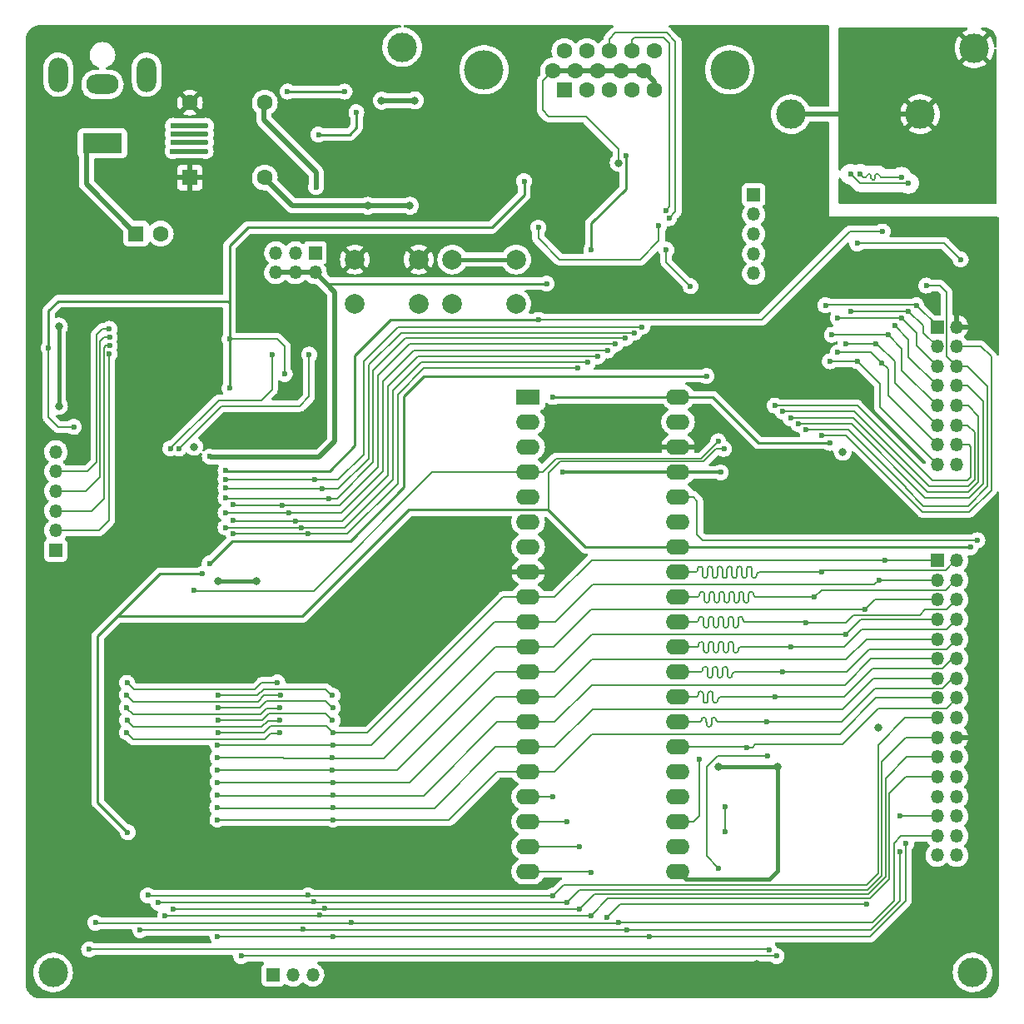
<source format=gbl>
G04 #@! TF.GenerationSoftware,KiCad,Pcbnew,6.0.4-1.fc35*
G04 #@! TF.CreationDate,2022-04-29T20:43:01+05:30*
G04 #@! TF.ProjectId,8puter,38707574-6572-42e6-9b69-6361645f7063,rev?*
G04 #@! TF.SameCoordinates,Original*
G04 #@! TF.FileFunction,Copper,L2,Bot*
G04 #@! TF.FilePolarity,Positive*
%FSLAX46Y46*%
G04 Gerber Fmt 4.6, Leading zero omitted, Abs format (unit mm)*
G04 Created by KiCad (PCBNEW 6.0.4-1.fc35) date 2022-04-29 20:43:01*
%MOMM*%
%LPD*%
G01*
G04 APERTURE LIST*
G04 #@! TA.AperFunction,ComponentPad*
%ADD10C,2.000000*%
G04 #@! TD*
G04 #@! TA.AperFunction,ComponentPad*
%ADD11C,3.000000*%
G04 #@! TD*
G04 #@! TA.AperFunction,ComponentPad*
%ADD12R,1.350000X1.350000*%
G04 #@! TD*
G04 #@! TA.AperFunction,ComponentPad*
%ADD13O,1.350000X1.350000*%
G04 #@! TD*
G04 #@! TA.AperFunction,ComponentPad*
%ADD14R,2.400000X1.600000*%
G04 #@! TD*
G04 #@! TA.AperFunction,ComponentPad*
%ADD15O,2.400000X1.600000*%
G04 #@! TD*
G04 #@! TA.AperFunction,ComponentPad*
%ADD16R,1.600000X1.600000*%
G04 #@! TD*
G04 #@! TA.AperFunction,ComponentPad*
%ADD17C,1.600000*%
G04 #@! TD*
G04 #@! TA.AperFunction,ComponentPad*
%ADD18C,4.000000*%
G04 #@! TD*
G04 #@! TA.AperFunction,ComponentPad*
%ADD19R,4.000000X2.000000*%
G04 #@! TD*
G04 #@! TA.AperFunction,ComponentPad*
%ADD20O,3.300000X2.000000*%
G04 #@! TD*
G04 #@! TA.AperFunction,ComponentPad*
%ADD21O,2.000000X3.500000*%
G04 #@! TD*
G04 #@! TA.AperFunction,ViaPad*
%ADD22C,0.800000*%
G04 #@! TD*
G04 #@! TA.AperFunction,ViaPad*
%ADD23C,0.600000*%
G04 #@! TD*
G04 #@! TA.AperFunction,Conductor*
%ADD24C,0.500000*%
G04 #@! TD*
G04 #@! TA.AperFunction,Conductor*
%ADD25C,0.200000*%
G04 #@! TD*
G04 #@! TA.AperFunction,Conductor*
%ADD26C,0.400000*%
G04 #@! TD*
G04 #@! TA.AperFunction,Conductor*
%ADD27C,0.250000*%
G04 #@! TD*
G04 #@! TA.AperFunction,Conductor*
%ADD28C,0.300000*%
G04 #@! TD*
G04 #@! TA.AperFunction,Conductor*
%ADD29C,0.160000*%
G04 #@! TD*
G04 APERTURE END LIST*
D10*
X148592214Y-59500786D03*
X155092214Y-59500786D03*
X148592214Y-64000786D03*
X155092214Y-64000786D03*
D11*
X108000000Y-132000000D03*
D12*
X130400000Y-132240000D03*
D13*
X132400000Y-132240000D03*
X134400000Y-132240000D03*
D14*
X156320000Y-73490000D03*
D15*
X156320000Y-76030000D03*
X156320000Y-78570000D03*
X156320000Y-81110000D03*
X156320000Y-83650000D03*
X156320000Y-86190000D03*
X156320000Y-88730000D03*
X156320000Y-91270000D03*
X156320000Y-93810000D03*
X156320000Y-96350000D03*
X156320000Y-98890000D03*
X156320000Y-101430000D03*
X156320000Y-103970000D03*
X156320000Y-106510000D03*
X156320000Y-109050000D03*
X156320000Y-111590000D03*
X156320000Y-114130000D03*
X156320000Y-116670000D03*
X156320000Y-119210000D03*
X156320000Y-121750000D03*
X171560000Y-121750000D03*
X171560000Y-119210000D03*
X171560000Y-116670000D03*
X171560000Y-114130000D03*
X171560000Y-111590000D03*
X171560000Y-109050000D03*
X171560000Y-106510000D03*
X171560000Y-103970000D03*
X171560000Y-101430000D03*
X171560000Y-98890000D03*
X171560000Y-96350000D03*
X171560000Y-93810000D03*
X171560000Y-91270000D03*
X171560000Y-88730000D03*
X171560000Y-86190000D03*
X171560000Y-83650000D03*
X171560000Y-81110000D03*
X171560000Y-78570000D03*
X171560000Y-76030000D03*
X171560000Y-73490000D03*
D11*
X201500000Y-132000000D03*
D12*
X197898000Y-66345000D03*
D13*
X199898000Y-66345000D03*
X197898000Y-68345000D03*
X199898000Y-68345000D03*
X197898000Y-70345000D03*
X199898000Y-70345000D03*
X197898000Y-72345000D03*
X199898000Y-72345000D03*
X197898000Y-74345000D03*
X199898000Y-74345000D03*
X197898000Y-76345000D03*
X199898000Y-76345000D03*
X197898000Y-78345000D03*
X199898000Y-78345000D03*
X197898000Y-80345000D03*
X199898000Y-80345000D03*
D12*
X179250000Y-52900000D03*
D13*
X179250000Y-54900000D03*
X179250000Y-56900000D03*
X179250000Y-58900000D03*
X179250000Y-60900000D03*
D16*
X116442888Y-56855000D03*
D17*
X118942888Y-56855000D03*
D18*
X176813000Y-40195331D03*
X151813000Y-40195331D03*
D16*
X159998000Y-42245331D03*
D17*
X162288000Y-42245331D03*
X164578000Y-42245331D03*
X166868000Y-42245331D03*
X169158000Y-42245331D03*
X158853000Y-40265331D03*
X161143000Y-40265331D03*
X163433000Y-40265331D03*
X165723000Y-40265331D03*
X168013000Y-40265331D03*
X159998000Y-38285331D03*
X162288000Y-38285331D03*
X164578000Y-38285331D03*
X166868000Y-38285331D03*
X169158000Y-38285331D03*
D12*
X108282000Y-89050000D03*
D13*
X108282000Y-87050000D03*
X108282000Y-85050000D03*
X108282000Y-83050000D03*
X108282000Y-81050000D03*
X108282000Y-79050000D03*
D12*
X197898000Y-90095000D03*
D13*
X199898000Y-90095000D03*
X197898000Y-92095000D03*
X199898000Y-92095000D03*
X197898000Y-94095000D03*
X199898000Y-94095000D03*
X197898000Y-96095000D03*
X199898000Y-96095000D03*
X197898000Y-98095000D03*
X199898000Y-98095000D03*
X197898000Y-100095000D03*
X199898000Y-100095000D03*
X197898000Y-102095000D03*
X199898000Y-102095000D03*
X197898000Y-104095000D03*
X199898000Y-104095000D03*
X197898000Y-106095000D03*
X199898000Y-106095000D03*
X197898000Y-108095000D03*
X199898000Y-108095000D03*
X197898000Y-110095000D03*
X199898000Y-110095000D03*
X197898000Y-112095000D03*
X199898000Y-112095000D03*
X197898000Y-114095000D03*
X199898000Y-114095000D03*
X197898000Y-116095000D03*
X199898000Y-116095000D03*
X197898000Y-118095000D03*
X199898000Y-118095000D03*
X197898000Y-120095000D03*
X199898000Y-120095000D03*
D11*
X143500000Y-37900000D03*
D19*
X113018000Y-47685000D03*
D20*
X113018000Y-41685000D03*
D21*
X117518000Y-40685000D03*
X108518000Y-40685000D03*
D10*
X145198000Y-63989226D03*
X138698000Y-63989226D03*
X138698000Y-59489226D03*
X145198000Y-59489226D03*
D12*
X134648000Y-58818750D03*
D13*
X134648000Y-60818750D03*
X132648000Y-58818750D03*
X132648000Y-60818750D03*
X130648000Y-58818750D03*
X130648000Y-60818750D03*
D11*
X183028000Y-44715000D03*
X196168000Y-44715000D03*
X201700000Y-38000000D03*
D16*
X121908000Y-51155000D03*
D17*
X129528000Y-51155000D03*
X129528000Y-43535000D03*
X121908000Y-43535000D03*
D22*
X165515500Y-49660000D03*
D23*
X123530000Y-46760000D03*
D22*
X128712000Y-92175000D03*
D23*
X120170000Y-46760000D03*
D22*
X122330000Y-78530000D03*
D23*
X120180000Y-45880000D03*
X123530000Y-47600000D03*
D22*
X108590000Y-66300000D03*
X175698000Y-111095000D03*
X181698000Y-111095000D03*
D23*
X120160000Y-48470000D03*
D22*
X124772000Y-92195000D03*
D23*
X120170000Y-47600000D03*
X123540000Y-45880000D03*
D22*
X139998000Y-54018750D03*
X144298000Y-54018750D03*
X188298000Y-79045000D03*
X144788000Y-43315000D03*
X191930000Y-107070000D03*
X108590000Y-74400000D03*
X141408000Y-43335000D03*
D23*
X123520000Y-48470000D03*
X175898000Y-81145000D03*
X158198000Y-61945000D03*
X123940000Y-79540000D03*
X159830000Y-81120000D03*
X178548005Y-109094988D03*
X131025000Y-107615000D03*
X161398005Y-70544988D03*
X115500000Y-107590000D03*
X133892000Y-87390000D03*
X126340000Y-87340000D03*
X133250000Y-86760000D03*
X162398005Y-69944988D03*
X125540000Y-86740000D03*
X115525000Y-106340000D03*
X131025000Y-106340000D03*
X180548005Y-106494988D03*
X163398005Y-69344988D03*
X126340000Y-86040000D03*
X115500000Y-105065000D03*
X181398005Y-103994988D03*
X131050000Y-105065000D03*
X132640000Y-86120000D03*
X182198005Y-101444988D03*
X131100000Y-103790000D03*
X115500000Y-103765000D03*
X132000000Y-85290000D03*
X164398005Y-68744988D03*
X125540000Y-85240000D03*
X131290000Y-84480000D03*
X165198000Y-68095000D03*
X115520000Y-102540000D03*
X182998005Y-98894988D03*
X126340000Y-84450000D03*
X130825000Y-102515000D03*
X136040000Y-83780000D03*
X184598005Y-96394988D03*
X124775000Y-103790000D03*
X125540000Y-83740000D03*
X166198005Y-67490000D03*
X136400000Y-103815000D03*
X135340000Y-82790000D03*
X125540000Y-82740000D03*
X185398005Y-93844988D03*
X167098005Y-66944988D03*
X124750000Y-105040000D03*
X136425000Y-105065000D03*
X125540000Y-81840000D03*
X167898005Y-66344988D03*
X124750000Y-106320000D03*
X136420000Y-106360000D03*
X186198005Y-91294988D03*
X134640000Y-81890000D03*
X165498005Y-126944988D03*
X112300000Y-126950000D03*
X138310000Y-126930000D03*
X124720000Y-128350000D03*
X194748000Y-118895000D03*
X168598000Y-128345000D03*
X136440000Y-128320000D03*
X136460000Y-116460000D03*
X124710000Y-116460000D03*
X124700000Y-115210000D03*
X136460000Y-115270000D03*
X136450000Y-113950000D03*
X124720000Y-113950000D03*
X124730000Y-112660000D03*
X136450000Y-112670000D03*
X188598005Y-97644988D03*
X136410000Y-111390000D03*
X124720000Y-111390000D03*
X124720000Y-110130000D03*
X190598000Y-95045000D03*
X136420000Y-110150000D03*
X191998000Y-92095000D03*
X136430000Y-108860000D03*
X124740000Y-108860000D03*
X136430000Y-107630000D03*
X124770000Y-107580000D03*
X192598000Y-90044988D03*
X161548005Y-125544988D03*
X161543005Y-119239988D03*
X120220000Y-125530000D03*
X135640000Y-125480000D03*
X135090000Y-126140000D03*
X119400000Y-126200000D03*
X162698005Y-121794988D03*
X162698005Y-126194988D03*
X118700000Y-124900000D03*
X134540000Y-124830000D03*
X160243005Y-116699988D03*
X160243005Y-124889988D03*
X133940000Y-124150000D03*
X158848005Y-114144988D03*
X117650000Y-124160000D03*
X158848005Y-124194988D03*
X194148000Y-119695000D03*
X173698000Y-110345000D03*
X166348005Y-127644988D03*
X116860000Y-127700000D03*
X194148000Y-116095000D03*
X133390000Y-127630000D03*
X190773000Y-125070000D03*
X164298000Y-126445000D03*
X148210000Y-91300000D03*
D22*
X115752000Y-119075000D03*
X188498000Y-60145000D03*
X124250000Y-132790000D03*
X130900000Y-119090000D03*
X176100000Y-76330000D03*
X183698000Y-52845000D03*
X179598000Y-131145000D03*
X116960000Y-90440000D03*
D23*
X201298000Y-88745000D03*
X123140000Y-91470000D03*
X115590000Y-117750000D03*
X176222219Y-78744988D03*
X201998000Y-88045000D03*
X174448000Y-71345000D03*
X170370000Y-58500000D03*
X123930000Y-90400000D03*
X172810000Y-62210000D03*
X180698000Y-109945000D03*
X175698000Y-121395000D03*
X134748000Y-52118750D03*
X131548000Y-71142000D03*
X125948000Y-67567500D03*
X125948000Y-72567500D03*
X155900000Y-51520000D03*
X110102000Y-76520000D03*
X107545000Y-68490000D03*
X175650000Y-77980000D03*
X122330000Y-93130000D03*
X180798000Y-129669511D03*
X111660000Y-129640000D03*
X127120000Y-130330000D03*
X176348000Y-117645000D03*
X181580000Y-130330000D03*
X176348000Y-115145000D03*
X186548500Y-64145000D03*
X195798000Y-64145000D03*
X189098000Y-64745000D03*
X194998000Y-64745000D03*
X187798000Y-65445000D03*
X194298000Y-65445000D03*
X193598000Y-66245000D03*
X187198000Y-67145000D03*
X192922500Y-67145000D03*
X188598000Y-68045000D03*
X191673500Y-68045000D03*
X187798000Y-68945000D03*
X192298000Y-70045000D03*
X189798000Y-69845000D03*
X186998000Y-69845000D03*
X113740000Y-68240000D03*
X138848000Y-44518750D03*
X134990000Y-46790000D03*
X158790000Y-73480000D03*
X157348000Y-56245000D03*
X157348000Y-65620000D03*
X192373500Y-56645000D03*
X125540000Y-80940000D03*
X186998000Y-78145000D03*
X169610000Y-56080000D03*
X194998000Y-51745000D03*
X189098000Y-50810874D03*
X190098000Y-50810874D03*
X194298000Y-51120000D03*
X131848000Y-42418750D03*
X137648000Y-42418750D03*
X181398000Y-74345000D03*
X113730000Y-66550000D03*
X186198000Y-77368500D03*
X196798000Y-62145000D03*
X184598000Y-76794000D03*
X183798000Y-76219500D03*
X182998000Y-75645000D03*
X182198000Y-74969500D03*
X170340000Y-54490000D03*
X170640000Y-55290000D03*
X113745000Y-67395000D03*
X113730000Y-69090000D03*
X120780000Y-78720000D03*
X134048000Y-69167500D03*
X119943767Y-78696233D03*
X130248000Y-69167500D03*
X200298000Y-59495000D03*
X189798000Y-57845000D03*
X166240000Y-48920000D03*
X162730000Y-58490000D03*
D24*
X120160000Y-48470000D02*
X123520000Y-48470000D01*
D25*
X157790000Y-44310000D02*
X157790000Y-41328331D01*
D24*
X141408000Y-43335000D02*
X144768000Y-43335000D01*
X120170000Y-47600000D02*
X123530000Y-47600000D01*
X183028000Y-44715000D02*
X196168000Y-44715000D01*
X168013000Y-40265331D02*
X168065331Y-40265331D01*
D25*
X165515500Y-49660000D02*
X165515500Y-48265500D01*
D24*
X120180000Y-45880000D02*
X123540000Y-45880000D01*
X168065331Y-40265331D02*
X169158000Y-41358000D01*
D25*
X158430000Y-44950000D02*
X157790000Y-44310000D01*
D24*
X144768000Y-43335000D02*
X144788000Y-43315000D01*
X120170000Y-46760000D02*
X123530000Y-46760000D01*
D26*
X180850000Y-122550000D02*
X181698000Y-121702000D01*
X124790000Y-92190000D02*
X128710000Y-92190000D01*
X148592214Y-59500786D02*
X155092214Y-59500786D01*
D24*
X169158000Y-41358000D02*
X169158000Y-42245331D01*
X158853000Y-40265331D02*
X163433000Y-40265331D01*
D25*
X165515500Y-48265500D02*
X162200000Y-44950000D01*
D26*
X175698000Y-111095000D02*
X181698000Y-111095000D01*
D24*
X163433000Y-40265331D02*
X165723000Y-40265331D01*
X132348000Y-54018750D02*
X144298000Y-54018750D01*
D25*
X162200000Y-44950000D02*
X158430000Y-44950000D01*
D26*
X171560000Y-121750000D02*
X172360000Y-122550000D01*
D24*
X165723000Y-40265331D02*
X168013000Y-40265331D01*
D25*
X157790000Y-41328331D02*
X158853000Y-40265331D01*
D26*
X181698000Y-121702000D02*
X181698000Y-111095000D01*
D24*
X129458000Y-51128750D02*
X132348000Y-54018750D01*
D26*
X108590000Y-74400000D02*
X108590000Y-66300000D01*
X172360000Y-122550000D02*
X180850000Y-122550000D01*
D27*
X158198000Y-61945000D02*
X135774250Y-61945000D01*
D24*
X123940000Y-79540000D02*
X123995000Y-79595000D01*
D28*
X171617219Y-81120774D02*
X171641445Y-81145000D01*
X159849988Y-81139988D02*
X171598005Y-81139988D01*
D24*
X123995000Y-79595000D02*
X135038000Y-79595000D01*
X136658000Y-62828750D02*
X134648000Y-60818750D01*
X132648000Y-60818750D02*
X130648000Y-60818750D01*
D28*
X171641445Y-81145000D02*
X175898000Y-81145000D01*
D24*
X135038000Y-79595000D02*
X136658000Y-77975000D01*
D28*
X159830000Y-81120000D02*
X159849988Y-81139988D01*
D24*
X134648000Y-60818750D02*
X132648000Y-60818750D01*
X136658000Y-77975000D02*
X136658000Y-62828750D01*
D29*
X143068000Y-82262000D02*
X143068000Y-73195000D01*
X188248000Y-108795000D02*
X191898000Y-105145000D01*
X126395000Y-87395000D02*
X137935000Y-87395000D01*
X129507000Y-108290000D02*
X116160000Y-108290000D01*
X179398000Y-108795000D02*
X188248000Y-108795000D01*
X198848000Y-105145000D02*
X199898000Y-104095000D01*
X178548005Y-109094988D02*
X178533005Y-109079988D01*
X130132000Y-107665000D02*
X129507000Y-108290000D01*
X116160000Y-108290000D02*
X115510000Y-107640000D01*
X178548005Y-109094988D02*
X179098012Y-109094988D01*
X126340000Y-87340000D02*
X126395000Y-87395000D01*
X179098012Y-109094988D02*
X179398000Y-108795000D01*
X131035000Y-107665000D02*
X130132000Y-107665000D01*
X137935000Y-87395000D02*
X143068000Y-82262000D01*
X178533005Y-109079988D02*
X171598005Y-109079988D01*
X145718012Y-70544988D02*
X161398005Y-70544988D01*
X191898000Y-105145000D02*
X198848000Y-105145000D01*
X143068000Y-73195000D02*
X145718012Y-70544988D01*
X199448000Y-102095000D02*
X198448000Y-103095000D01*
X128298000Y-86765000D02*
X125565000Y-86765000D01*
X174688343Y-107010665D02*
X174717667Y-107010665D01*
X174953005Y-106539988D02*
X174953005Y-106304649D01*
X198448000Y-103095000D02*
X191623000Y-103095000D01*
X175688343Y-106539988D02*
X176734848Y-106539988D01*
X174438343Y-106304650D02*
X174438343Y-106539988D01*
X174173681Y-106069311D02*
X174203005Y-106069311D01*
X176734848Y-106539988D02*
X180503005Y-106539988D01*
X129867000Y-106390000D02*
X129217000Y-107040000D01*
X188223012Y-106494988D02*
X180548005Y-106494988D01*
X199898000Y-102095000D02*
X199448000Y-102095000D01*
X128298000Y-86765000D02*
X137685000Y-86765000D01*
X175453005Y-106304649D02*
X175453005Y-106304650D01*
X142568000Y-81882000D02*
X142568000Y-72815000D01*
X173938343Y-106304650D02*
X173938343Y-106304649D01*
X174438343Y-106539988D02*
X174453005Y-106539988D01*
X191623000Y-103095000D02*
X188223012Y-106494988D01*
X125565000Y-86765000D02*
X125540000Y-86740000D01*
X131035000Y-106390000D02*
X129867000Y-106390000D01*
X174953005Y-106775327D02*
X174953005Y-106539988D01*
X180503005Y-106539988D02*
X180548005Y-106494988D01*
X175188343Y-106069311D02*
X175217667Y-106069311D01*
X129217000Y-107040000D02*
X116185000Y-107040000D01*
X142568000Y-72815000D02*
X145438012Y-69944988D01*
X171598005Y-106539988D02*
X173703005Y-106539988D01*
X174453005Y-106539988D02*
X174453005Y-106775327D01*
X174438343Y-106304649D02*
X174438343Y-106304650D01*
X116185000Y-107040000D02*
X115535000Y-106390000D01*
X137685000Y-86765000D02*
X142568000Y-81882000D01*
X145438012Y-69944988D02*
X162398005Y-69944988D01*
X174688343Y-107010595D02*
G75*
G02*
X174453005Y-106775327I-43J235295D01*
G01*
X174438289Y-106304649D02*
G75*
G03*
X174203005Y-106069311I-235289J49D01*
G01*
X174173681Y-106069243D02*
G75*
G03*
X173938343Y-106304649I19J-235357D01*
G01*
X175688343Y-106539895D02*
G75*
G02*
X175453005Y-106304650I-43J235295D01*
G01*
X174953065Y-106775327D02*
G75*
G02*
X174717667Y-107010665I-235365J27D01*
G01*
X175188343Y-106069305D02*
G75*
G03*
X174953005Y-106304649I-43J-235295D01*
G01*
X175452989Y-106304649D02*
G75*
G03*
X175217667Y-106069311I-235289J49D01*
G01*
X173938388Y-106304650D02*
G75*
G02*
X173703005Y-106539988I-235388J50D01*
G01*
X131060000Y-105115000D02*
X129672000Y-105115000D01*
X191323000Y-101095000D02*
X198448000Y-101095000D01*
X188423000Y-103995000D02*
X191323000Y-101095000D01*
X199448000Y-100095000D02*
X199898000Y-100095000D01*
X174603005Y-104340731D02*
X174603005Y-103999988D01*
X129672000Y-105115000D02*
X129072000Y-105715000D01*
X142070000Y-81470000D02*
X142068000Y-81468000D01*
X175103005Y-103659245D02*
X175103005Y-103999988D01*
X126425000Y-86125000D02*
X137415000Y-86125000D01*
X181393005Y-103999988D02*
X181398005Y-103994988D01*
X174603005Y-103999988D02*
X174603005Y-103659245D01*
X198448000Y-101095000D02*
X199448000Y-100095000D01*
X181398017Y-103995000D02*
X188423000Y-103995000D01*
X181398005Y-103994988D02*
X181398017Y-103995000D01*
X173603005Y-103749988D02*
X173603005Y-103659245D01*
X175103005Y-103999988D02*
X175103005Y-104340731D01*
X174103005Y-103659245D02*
X174103005Y-103749988D01*
X175603005Y-104340731D02*
X175603005Y-104249988D01*
X142068000Y-81468000D02*
X142068000Y-72305000D01*
X142118000Y-72305000D02*
X145078012Y-69344988D01*
X145078012Y-69344988D02*
X163398005Y-69344988D01*
X116110000Y-105715000D02*
X115510000Y-105115000D01*
X178136413Y-103999988D02*
X181393005Y-103999988D01*
X175853005Y-103999988D02*
X178136413Y-103999988D01*
X171598005Y-103999988D02*
X173353005Y-103999988D01*
X137415000Y-86125000D02*
X142070000Y-81470000D01*
X126340000Y-86040000D02*
X126425000Y-86125000D01*
X174103005Y-103749988D02*
X174103005Y-104340731D01*
X129072000Y-105715000D02*
X116110000Y-105715000D01*
X175102955Y-103659245D02*
G75*
G03*
X174853005Y-103409245I-249955J45D01*
G01*
X174353005Y-104590695D02*
G75*
G02*
X174103005Y-104340731I-5J249995D01*
G01*
X173853005Y-103409205D02*
G75*
G03*
X173603005Y-103659245I-5J-249995D01*
G01*
X173602988Y-103749988D02*
G75*
G02*
X173353005Y-103999988I-249988J-12D01*
G01*
X175853005Y-104000005D02*
G75*
G03*
X175603005Y-104249988I-5J-249995D01*
G01*
X174603031Y-104340731D02*
G75*
G02*
X174353005Y-104590731I-250031J31D01*
G01*
X175353005Y-104590695D02*
G75*
G02*
X175103005Y-104340731I-5J249995D01*
G01*
X174102955Y-103659245D02*
G75*
G03*
X173853005Y-103409245I-249955J45D01*
G01*
X175603031Y-104340731D02*
G75*
G02*
X175353005Y-104590731I-250031J31D01*
G01*
X174853005Y-103409205D02*
G75*
G03*
X174603005Y-103659245I-5J-249995D01*
G01*
X174063005Y-101209988D02*
X174063005Y-101134904D01*
X182183005Y-101459988D02*
X182198005Y-101444988D01*
X176063005Y-101459988D02*
X176063005Y-101134904D01*
X141568000Y-81010000D02*
X141568000Y-71795000D01*
X176563005Y-101459988D02*
X176563005Y-101785072D01*
X144678012Y-68744988D02*
X164398005Y-68744988D01*
X175063005Y-101459988D02*
X175063005Y-101134904D01*
X141628000Y-71795000D02*
X144678012Y-68744988D01*
X190998000Y-99145000D02*
X198848000Y-99145000D01*
X131110000Y-103840000D02*
X129477000Y-103840000D01*
X125595000Y-85295000D02*
X137285000Y-85295000D01*
X182247993Y-101395000D02*
X188748000Y-101395000D01*
X182198005Y-101444988D02*
X182247993Y-101395000D01*
X175063005Y-101785072D02*
X175063005Y-101459988D01*
X137285000Y-85295000D02*
X141560000Y-81020000D01*
X116160000Y-104465000D02*
X115510000Y-103815000D01*
X128852000Y-104465000D02*
X116160000Y-104465000D01*
X188748000Y-101395000D02*
X190998000Y-99145000D01*
X174563005Y-101209988D02*
X174563005Y-101785072D01*
X177063005Y-101785072D02*
X177063005Y-101709988D01*
X176063005Y-101785072D02*
X176063005Y-101459988D01*
X175563005Y-101459988D02*
X175563005Y-101785072D01*
X174563005Y-101134904D02*
X174563005Y-101209988D01*
X178283946Y-101459988D02*
X182183005Y-101459988D01*
X171598005Y-101459988D02*
X173813005Y-101459988D01*
X198848000Y-99145000D02*
X199898000Y-98095000D01*
X175563005Y-101134904D02*
X175563005Y-101459988D01*
X176563005Y-101134904D02*
X176563005Y-101459988D01*
X125540000Y-85240000D02*
X125595000Y-85295000D01*
X129477000Y-103840000D02*
X128852000Y-104465000D01*
X177313005Y-101459988D02*
X178283946Y-101459988D01*
X176313005Y-100884905D02*
G75*
G03*
X176063005Y-101134904I-5J-249995D01*
G01*
X176062972Y-101785072D02*
G75*
G02*
X175813005Y-102035072I-249972J-28D01*
G01*
X175313005Y-100884905D02*
G75*
G03*
X175063005Y-101134904I-5J-249995D01*
G01*
X174562996Y-101134904D02*
G75*
G03*
X174313005Y-100884904I-249996J4D01*
G01*
X175562996Y-101134904D02*
G75*
G03*
X175313005Y-100884904I-249996J4D01*
G01*
X174813005Y-102035095D02*
G75*
G02*
X174563005Y-101785072I-5J249995D01*
G01*
X175062972Y-101785072D02*
G75*
G02*
X174813005Y-102035072I-249972J-28D01*
G01*
X177313005Y-101460005D02*
G75*
G03*
X177063005Y-101709988I-5J-249995D01*
G01*
X174062988Y-101209988D02*
G75*
G02*
X173813005Y-101459988I-249988J-12D01*
G01*
X176813005Y-102035095D02*
G75*
G02*
X176563005Y-101785072I-5J249995D01*
G01*
X177062972Y-101785072D02*
G75*
G02*
X176813005Y-102035072I-249972J-28D01*
G01*
X175813005Y-102035095D02*
G75*
G02*
X175563005Y-101785072I-5J249995D01*
G01*
X174313005Y-100884905D02*
G75*
G03*
X174063005Y-101134904I-5J-249995D01*
G01*
X176562996Y-101134904D02*
G75*
G03*
X176313005Y-100884904I-249996J4D01*
G01*
X173673005Y-98669988D02*
X173673005Y-98602734D01*
X171598005Y-98919988D02*
X173423005Y-98919988D01*
X144258000Y-68095000D02*
X165198000Y-68095000D01*
X182973005Y-98919988D02*
X182998005Y-98894988D01*
X175673005Y-99237242D02*
X175673005Y-98919988D01*
X174673005Y-98919988D02*
X174673005Y-98602734D01*
X174173005Y-98602734D02*
X174173005Y-98669988D01*
X141070000Y-80570000D02*
X141070000Y-79960000D01*
X141068000Y-79960000D02*
X141068000Y-71215000D01*
X129192000Y-102565000D02*
X128517000Y-103240000D01*
X128517000Y-103240000D02*
X116210000Y-103240000D01*
X177173005Y-98602734D02*
X177173005Y-98919988D01*
X188448000Y-98895000D02*
X190248000Y-97095000D01*
X176673005Y-99237242D02*
X176673005Y-98919988D01*
X182998017Y-98895000D02*
X188448000Y-98895000D01*
X175673005Y-98919988D02*
X175673005Y-98602734D01*
X190248000Y-97095000D02*
X198898000Y-97095000D01*
X176673005Y-98919988D02*
X176673005Y-98602734D01*
X179675724Y-98919988D02*
X182973005Y-98919988D01*
X126340000Y-84450000D02*
X126385000Y-84495000D01*
X175173005Y-98919988D02*
X175173005Y-99237242D01*
X198898000Y-97095000D02*
X199898000Y-96095000D01*
X130835000Y-102565000D02*
X129192000Y-102565000D01*
X137145000Y-84495000D02*
X141070000Y-80570000D01*
X177173005Y-98919988D02*
X177173005Y-99237242D01*
X174173005Y-98669988D02*
X174173005Y-99237242D01*
X176173005Y-98919988D02*
X176173005Y-99237242D01*
X176173005Y-98602734D02*
X176173005Y-98919988D01*
X116210000Y-103240000D02*
X115535000Y-102565000D01*
X174673005Y-99237242D02*
X174673005Y-98919988D01*
X141138000Y-71215000D02*
X144258000Y-68095000D01*
X182998005Y-98894988D02*
X182998017Y-98895000D01*
X177673005Y-99237242D02*
X177673005Y-99169988D01*
X177923005Y-98919988D02*
X179675724Y-98919988D01*
X175173005Y-98602734D02*
X175173005Y-98919988D01*
X126385000Y-84495000D02*
X137145000Y-84495000D01*
X174673042Y-99237242D02*
G75*
G02*
X174423005Y-99487242I-250042J42D01*
G01*
X177172966Y-98602734D02*
G75*
G03*
X176923005Y-98352734I-249966J34D01*
G01*
X173923005Y-98352705D02*
G75*
G03*
X173673005Y-98602734I-5J-249995D01*
G01*
X177423005Y-99487195D02*
G75*
G02*
X177173005Y-99237242I-5J249995D01*
G01*
X174423005Y-99487195D02*
G75*
G02*
X174173005Y-99237242I-5J249995D01*
G01*
X176923005Y-98352705D02*
G75*
G03*
X176673005Y-98602734I-5J-249995D01*
G01*
X177673042Y-99237242D02*
G75*
G02*
X177423005Y-99487242I-250042J42D01*
G01*
X174172966Y-98602734D02*
G75*
G03*
X173923005Y-98352734I-249966J34D01*
G01*
X173672988Y-98669988D02*
G75*
G02*
X173423005Y-98919988I-249988J-12D01*
G01*
X176172966Y-98602734D02*
G75*
G03*
X175923005Y-98352734I-249966J34D01*
G01*
X175423005Y-99487195D02*
G75*
G02*
X175173005Y-99237242I-5J249995D01*
G01*
X175923005Y-98352705D02*
G75*
G03*
X175673005Y-98602734I-5J-249995D01*
G01*
X175673042Y-99237242D02*
G75*
G02*
X175423005Y-99487242I-250042J42D01*
G01*
X174923005Y-98352705D02*
G75*
G03*
X174673005Y-98602734I-5J-249995D01*
G01*
X176423005Y-99487195D02*
G75*
G02*
X176173005Y-99237242I-5J249995D01*
G01*
X175172966Y-98602734D02*
G75*
G03*
X174923005Y-98352734I-249966J34D01*
G01*
X177923005Y-98920005D02*
G75*
G03*
X177673005Y-99169988I-5J-249995D01*
G01*
X176673042Y-99237242D02*
G75*
G02*
X176423005Y-99487242I-250042J42D01*
G01*
X171598005Y-96379988D02*
X173413005Y-96379988D01*
X175663005Y-96379988D02*
X175663005Y-96063609D01*
X177163005Y-96379988D02*
X177163005Y-96696367D01*
X188648012Y-96394988D02*
X184598005Y-96394988D01*
X196698000Y-95095000D02*
X196148000Y-95645000D01*
X174663005Y-96696367D02*
X174663005Y-96379988D01*
X175163005Y-96379988D02*
X175163005Y-96696367D01*
X177163005Y-96063609D02*
X177163005Y-96379988D01*
X179774079Y-96379988D02*
X184583005Y-96379988D01*
X199898000Y-94095000D02*
X198898000Y-95095000D01*
X196148000Y-95645000D02*
X189398000Y-95645000D01*
X143838000Y-67495000D02*
X140618000Y-70715000D01*
X189398000Y-95645000D02*
X188648012Y-96394988D01*
X135725000Y-103180000D02*
X136410000Y-103865000D01*
X124785000Y-103840000D02*
X128777000Y-103840000D01*
X174663005Y-96379988D02*
X174663005Y-96063609D01*
X175163005Y-96063609D02*
X175163005Y-96379988D01*
X173663005Y-96129988D02*
X173663005Y-96063609D01*
X178163005Y-96063609D02*
X178163005Y-96129988D01*
X129437000Y-103180000D02*
X135725000Y-103180000D01*
X131038000Y-83795000D02*
X125595000Y-83795000D01*
X184583005Y-96379988D02*
X184598005Y-96394988D01*
X125595000Y-83795000D02*
X125540000Y-83740000D01*
X198898000Y-95095000D02*
X196698000Y-95095000D01*
X131048000Y-83785000D02*
X131038000Y-83795000D01*
X176163005Y-96063609D02*
X176163005Y-96379988D01*
X176663005Y-96379988D02*
X176663005Y-96063609D01*
X128777000Y-103840000D02*
X129437000Y-103180000D01*
X178413005Y-96379988D02*
X179774079Y-96379988D01*
X176663005Y-96696367D02*
X176663005Y-96379988D01*
X174163005Y-96129988D02*
X174163005Y-96696367D01*
X174163005Y-96063609D02*
X174163005Y-96129988D01*
X140570000Y-79340000D02*
X140570000Y-80110000D01*
X177663005Y-96379988D02*
X177663005Y-96063609D01*
X136895000Y-83785000D02*
X131048000Y-83785000D01*
X140568000Y-70715000D02*
X140568000Y-79340000D01*
X166193005Y-67495000D02*
X143838000Y-67495000D01*
X177663005Y-96696367D02*
X177663005Y-96379988D01*
X175663005Y-96696367D02*
X175663005Y-96379988D01*
X140570000Y-80110000D02*
X136895000Y-83785000D01*
X176163005Y-96379988D02*
X176163005Y-96696367D01*
X173662988Y-96129988D02*
G75*
G02*
X173413005Y-96379988I-249988J-12D01*
G01*
X175162991Y-96063609D02*
G75*
G03*
X174913005Y-95813609I-249991J9D01*
G01*
X176162991Y-96063609D02*
G75*
G03*
X175913005Y-95813609I-249991J9D01*
G01*
X176662967Y-96696367D02*
G75*
G02*
X176413005Y-96946367I-249967J-33D01*
G01*
X175662967Y-96696367D02*
G75*
G02*
X175413005Y-96946367I-249967J-33D01*
G01*
X177913005Y-95813605D02*
G75*
G03*
X177663005Y-96063609I-5J-249995D01*
G01*
X175413005Y-96946395D02*
G75*
G02*
X175163005Y-96696367I-5J249995D01*
G01*
X174913005Y-95813605D02*
G75*
G03*
X174663005Y-96063609I-5J-249995D01*
G01*
X176913005Y-95813605D02*
G75*
G03*
X176663005Y-96063609I-5J-249995D01*
G01*
X174162991Y-96063609D02*
G75*
G03*
X173913005Y-95813609I-249991J9D01*
G01*
X176413005Y-96946395D02*
G75*
G02*
X176163005Y-96696367I-5J249995D01*
G01*
X177662967Y-96696367D02*
G75*
G02*
X177413005Y-96946367I-249967J-33D01*
G01*
X177162991Y-96063609D02*
G75*
G03*
X176913005Y-95813609I-249991J9D01*
G01*
X174413005Y-96946395D02*
G75*
G02*
X174163005Y-96696367I-5J249995D01*
G01*
X177413005Y-96946395D02*
G75*
G02*
X177163005Y-96696367I-5J249995D01*
G01*
X178162991Y-96063609D02*
G75*
G03*
X177913005Y-95813609I-249991J9D01*
G01*
X174662967Y-96696367D02*
G75*
G02*
X174413005Y-96946367I-249967J-33D01*
G01*
X178413005Y-96379995D02*
G75*
G02*
X178163005Y-96129988I-5J249995D01*
G01*
X175913005Y-95813605D02*
G75*
G03*
X175663005Y-96063609I-5J-249995D01*
G01*
X173913005Y-95813605D02*
G75*
G03*
X173663005Y-96063609I-5J-249995D01*
G01*
X179493005Y-93839988D02*
X180192090Y-93839988D01*
X186147993Y-93095000D02*
X185398005Y-93844988D01*
X179243005Y-93527344D02*
X179243005Y-93589988D01*
X176243005Y-93839988D02*
X176243005Y-94152632D01*
X176743005Y-94152632D02*
X176743005Y-93839988D01*
X198748000Y-93095000D02*
X186147993Y-93095000D01*
X175243005Y-93527344D02*
X175243005Y-93839988D01*
X177743005Y-93839988D02*
X177743005Y-93527344D01*
X171598005Y-93839988D02*
X173493005Y-93839988D01*
X177743005Y-94152632D02*
X177743005Y-93839988D01*
X177243005Y-93527344D02*
X177243005Y-93839988D01*
X180192090Y-93839988D02*
X185393005Y-93839988D01*
X140068000Y-79722000D02*
X136995000Y-82795000D01*
X174243005Y-93589988D02*
X174243005Y-94152632D01*
X178243005Y-93527344D02*
X178243005Y-93839988D01*
X177243005Y-93839988D02*
X177243005Y-94152632D01*
X167098005Y-66944988D02*
X143398012Y-66944988D01*
X175243005Y-93839988D02*
X175243005Y-94152632D01*
X143398012Y-66944988D02*
X140118000Y-70225000D01*
X125595000Y-82795000D02*
X125540000Y-82740000D01*
X174743005Y-94152632D02*
X174743005Y-93839988D01*
X199748000Y-92095000D02*
X198748000Y-93095000D01*
X178743005Y-93839988D02*
X178743005Y-93527344D01*
X175743005Y-93839988D02*
X175743005Y-93527344D01*
X174243005Y-93527344D02*
X174243005Y-93589988D01*
X135720000Y-104400000D02*
X136435000Y-105115000D01*
X174743005Y-93839988D02*
X174743005Y-93527344D01*
X175743005Y-94152632D02*
X175743005Y-93839988D01*
X136995000Y-82795000D02*
X125595000Y-82795000D01*
X178743005Y-94152632D02*
X178743005Y-93839988D01*
X176743005Y-93839988D02*
X176743005Y-93527344D01*
X176243005Y-93527344D02*
X176243005Y-93839988D01*
X129037000Y-105090000D02*
X129727000Y-104400000D01*
X140068000Y-70225000D02*
X140068000Y-79722000D01*
X124760000Y-105090000D02*
X129037000Y-105090000D01*
X185393005Y-93839988D02*
X185398005Y-93844988D01*
X173743005Y-93589988D02*
X173743005Y-93527344D01*
X178243005Y-93839988D02*
X178243005Y-94152632D01*
X129727000Y-104400000D02*
X135720000Y-104400000D01*
X179493005Y-93839995D02*
G75*
G02*
X179243005Y-93589988I-5J249995D01*
G01*
X177993005Y-93277305D02*
G75*
G03*
X177743005Y-93527344I-5J-249995D01*
G01*
X177743032Y-94152632D02*
G75*
G02*
X177493005Y-94402632I-250032J32D01*
G01*
X176993005Y-93277305D02*
G75*
G03*
X176743005Y-93527344I-5J-249995D01*
G01*
X179242956Y-93527344D02*
G75*
G03*
X178993005Y-93277344I-249956J44D01*
G01*
X173742988Y-93589988D02*
G75*
G02*
X173493005Y-93839988I-249988J-12D01*
G01*
X176242956Y-93527344D02*
G75*
G03*
X175993005Y-93277344I-249956J44D01*
G01*
X178493005Y-94402595D02*
G75*
G02*
X178243005Y-94152632I-5J249995D01*
G01*
X175743032Y-94152632D02*
G75*
G02*
X175493005Y-94402632I-250032J32D01*
G01*
X176743032Y-94152632D02*
G75*
G02*
X176493005Y-94402632I-250032J32D01*
G01*
X177493005Y-94402595D02*
G75*
G02*
X177243005Y-94152632I-5J249995D01*
G01*
X174743032Y-94152632D02*
G75*
G02*
X174493005Y-94402632I-250032J32D01*
G01*
X175242956Y-93527344D02*
G75*
G03*
X174993005Y-93277344I-249956J44D01*
G01*
X175993005Y-93277305D02*
G75*
G03*
X175743005Y-93527344I-5J-249995D01*
G01*
X178993005Y-93277305D02*
G75*
G03*
X178743005Y-93527344I-5J-249995D01*
G01*
X174993005Y-93277305D02*
G75*
G03*
X174743005Y-93527344I-5J-249995D01*
G01*
X175493005Y-94402595D02*
G75*
G02*
X175243005Y-94152632I-5J249995D01*
G01*
X173993005Y-93277305D02*
G75*
G03*
X173743005Y-93527344I-5J-249995D01*
G01*
X177242956Y-93527344D02*
G75*
G03*
X176993005Y-93277344I-249956J44D01*
G01*
X178242956Y-93527344D02*
G75*
G03*
X177993005Y-93277344I-249956J44D01*
G01*
X174242956Y-93527344D02*
G75*
G03*
X173993005Y-93277344I-249956J44D01*
G01*
X178743032Y-94152632D02*
G75*
G02*
X178493005Y-94402632I-250032J32D01*
G01*
X176493005Y-94402595D02*
G75*
G02*
X176243005Y-94152632I-5J249995D01*
G01*
X174493005Y-94402595D02*
G75*
G02*
X174243005Y-94152632I-5J249995D01*
G01*
X135700000Y-105680000D02*
X136430000Y-106410000D01*
X186198005Y-91294988D02*
X186397993Y-91095000D01*
X177053005Y-90952373D02*
X177053005Y-91299988D01*
X178553005Y-91299988D02*
X178553005Y-90952373D01*
X180401095Y-91299988D02*
X186193005Y-91299988D01*
X179803005Y-91299988D02*
X180401095Y-91299988D01*
X177553005Y-91647603D02*
X177553005Y-91299988D01*
X186193005Y-91299988D02*
X186198005Y-91294988D01*
X179053005Y-91299988D02*
X179053005Y-91647603D01*
X124760000Y-106370000D02*
X129237000Y-106370000D01*
X176553005Y-91647603D02*
X176553005Y-91299988D01*
X129927000Y-105680000D02*
X135700000Y-105680000D01*
X176553005Y-91299988D02*
X176553005Y-90952373D01*
X137015000Y-81895000D02*
X125595000Y-81895000D01*
X167898005Y-66344988D02*
X143108012Y-66344988D01*
X173553005Y-91049988D02*
X173553005Y-90952373D01*
X139568000Y-79342000D02*
X137015000Y-81895000D01*
X179053005Y-90952373D02*
X179053005Y-91299988D01*
X178053005Y-91299988D02*
X178053005Y-91647603D01*
X174553005Y-91299988D02*
X174553005Y-90952373D01*
X178053005Y-90952373D02*
X178053005Y-91299988D01*
X175553005Y-91647603D02*
X175553005Y-91299988D01*
X129237000Y-106370000D02*
X129927000Y-105680000D01*
X176053005Y-90952373D02*
X176053005Y-91299988D01*
X178553005Y-91647603D02*
X178553005Y-91299988D01*
X176053005Y-91299988D02*
X176053005Y-91647603D01*
X174553005Y-91647603D02*
X174553005Y-91299988D01*
X198748000Y-91095000D02*
X199748000Y-90095000D01*
X125595000Y-81895000D02*
X125540000Y-81840000D01*
X174053005Y-91049988D02*
X174053005Y-91647603D01*
X139568000Y-69885000D02*
X139568000Y-79342000D01*
X171598005Y-91299988D02*
X173303005Y-91299988D01*
X143108012Y-66344988D02*
X139568000Y-69885000D01*
X177053005Y-91299988D02*
X177053005Y-91647603D01*
X175053005Y-91299988D02*
X175053005Y-91647603D01*
X177553005Y-91299988D02*
X177553005Y-90952373D01*
X186397993Y-91095000D02*
X198748000Y-91095000D01*
X179553005Y-91647603D02*
X179553005Y-91549988D01*
X174053005Y-90952373D02*
X174053005Y-91049988D01*
X175053005Y-90952373D02*
X175053005Y-91299988D01*
X175553005Y-91299988D02*
X175553005Y-90952373D01*
X174553003Y-91647603D02*
G75*
G02*
X174303005Y-91897603I-250003J3D01*
G01*
X175053027Y-90952373D02*
G75*
G03*
X174803005Y-90702373I-250027J-27D01*
G01*
X178053027Y-90952373D02*
G75*
G03*
X177803005Y-90702373I-250027J-27D01*
G01*
X177803005Y-90702405D02*
G75*
G03*
X177553005Y-90952373I-5J-249995D01*
G01*
X174803005Y-90702405D02*
G75*
G03*
X174553005Y-90952373I-5J-249995D01*
G01*
X179803005Y-91300005D02*
G75*
G03*
X179553005Y-91549988I-5J-249995D01*
G01*
X174303005Y-91897595D02*
G75*
G02*
X174053005Y-91647603I-5J249995D01*
G01*
X174053027Y-90952373D02*
G75*
G03*
X173803005Y-90702373I-250027J-27D01*
G01*
X176303005Y-91897595D02*
G75*
G02*
X176053005Y-91647603I-5J249995D01*
G01*
X179553003Y-91647603D02*
G75*
G02*
X179303005Y-91897603I-250003J3D01*
G01*
X178303005Y-91897595D02*
G75*
G02*
X178053005Y-91647603I-5J249995D01*
G01*
X178803005Y-90702405D02*
G75*
G03*
X178553005Y-90952373I-5J-249995D01*
G01*
X173552988Y-91049988D02*
G75*
G02*
X173303005Y-91299988I-249988J-12D01*
G01*
X177303005Y-91897595D02*
G75*
G02*
X177053005Y-91647603I-5J249995D01*
G01*
X176553003Y-91647603D02*
G75*
G02*
X176303005Y-91897603I-250003J3D01*
G01*
X179053027Y-90952373D02*
G75*
G03*
X178803005Y-90702373I-250027J-27D01*
G01*
X176803005Y-90702405D02*
G75*
G03*
X176553005Y-90952373I-5J-249995D01*
G01*
X175553003Y-91647603D02*
G75*
G02*
X175303005Y-91897603I-250003J3D01*
G01*
X178553003Y-91647603D02*
G75*
G02*
X178303005Y-91897603I-250003J3D01*
G01*
X175303005Y-91897595D02*
G75*
G02*
X175053005Y-91647603I-5J249995D01*
G01*
X175803005Y-90702405D02*
G75*
G03*
X175553005Y-90952373I-5J-249995D01*
G01*
X177053027Y-90952373D02*
G75*
G03*
X176803005Y-90702373I-250027J-27D01*
G01*
X176053027Y-90952373D02*
G75*
G03*
X175803005Y-90702373I-250027J-27D01*
G01*
X173803005Y-90702405D02*
G75*
G03*
X173553005Y-90952373I-5J-249995D01*
G01*
X177553003Y-91647603D02*
G75*
G02*
X177303005Y-91897603I-250003J3D01*
G01*
X179303005Y-91897595D02*
G75*
G02*
X179053005Y-91647603I-5J249995D01*
G01*
X112300000Y-126950000D02*
X112344988Y-126994988D01*
X194248000Y-118095000D02*
X197898000Y-118095000D01*
X135798005Y-126994988D02*
X135808166Y-126984827D01*
X112344988Y-126994988D02*
X135798005Y-126994988D01*
X193498000Y-124745000D02*
X193498000Y-118845000D01*
X165498005Y-126944988D02*
X191298012Y-126944988D01*
X135808166Y-126984827D02*
X165458166Y-126984827D01*
X193498000Y-118845000D02*
X194248000Y-118095000D01*
X191298012Y-126944988D02*
X193498000Y-124745000D01*
X165458166Y-126984827D02*
X165498005Y-126944988D01*
X124735000Y-128365000D02*
X168578000Y-128365000D01*
X124720000Y-128350000D02*
X124735000Y-128365000D01*
X168598012Y-128344988D02*
X191098012Y-128344988D01*
X194748000Y-124695000D02*
X194748000Y-118895000D01*
X191098012Y-128344988D02*
X194748000Y-124695000D01*
X191698000Y-104095000D02*
X197898000Y-104095000D01*
X153160012Y-111619988D02*
X159000012Y-111619988D01*
X148265000Y-116515000D02*
X153160012Y-111619988D01*
X124765000Y-116515000D02*
X148265000Y-116515000D01*
X162825000Y-107795000D02*
X187998000Y-107795000D01*
X124710000Y-116460000D02*
X124765000Y-116515000D01*
X187998000Y-107795000D02*
X191698000Y-104095000D01*
X159000012Y-111619988D02*
X162825000Y-107795000D01*
X191448000Y-102095000D02*
X197898000Y-102095000D01*
X124700000Y-115210000D02*
X124815000Y-115325000D01*
X159020012Y-109079988D02*
X162845000Y-105255000D01*
X153010012Y-109079988D02*
X159020012Y-109079988D01*
X162845000Y-105255000D02*
X188288000Y-105255000D01*
X188288000Y-105255000D02*
X191448000Y-102095000D01*
X146765000Y-115325000D02*
X153010012Y-109079988D01*
X124815000Y-115325000D02*
X146765000Y-115325000D01*
X162775000Y-102755000D02*
X188513000Y-102755000D01*
X158990012Y-106539988D02*
X162775000Y-102755000D01*
X124775000Y-114005000D02*
X145695000Y-114005000D01*
X124720000Y-113950000D02*
X124775000Y-114005000D01*
X153160012Y-106539988D02*
X158990012Y-106539988D01*
X145695000Y-114005000D02*
X153160012Y-106539988D01*
X188513000Y-102755000D02*
X191173000Y-100095000D01*
X191173000Y-100095000D02*
X197898000Y-100095000D01*
X131498000Y-112725000D02*
X144255000Y-112725000D01*
X144255000Y-112725000D02*
X152980012Y-103999988D01*
X162765000Y-100195000D02*
X188648000Y-100195000D01*
X190748000Y-98095000D02*
X197898000Y-98095000D01*
X152980012Y-103999988D02*
X158960012Y-103999988D01*
X124785000Y-112715000D02*
X131488000Y-112715000D01*
X188648000Y-100195000D02*
X190748000Y-98095000D01*
X131488000Y-112715000D02*
X131498000Y-112725000D01*
X158960012Y-103999988D02*
X162765000Y-100195000D01*
X124730000Y-112660000D02*
X124785000Y-112715000D01*
X188598005Y-97644988D02*
X190147993Y-96095000D01*
X188598005Y-97644988D02*
X162825012Y-97644988D01*
X153000012Y-101459988D02*
X143015000Y-111445000D01*
X143015000Y-111445000D02*
X124775000Y-111445000D01*
X124775000Y-111445000D02*
X124720000Y-111390000D01*
X162825012Y-97644988D02*
X159010012Y-101459988D01*
X159010012Y-101459988D02*
X153000012Y-101459988D01*
X190147993Y-96095000D02*
X197898000Y-96095000D01*
X190598000Y-95045000D02*
X191548000Y-94095000D01*
X152950012Y-98919988D02*
X141665000Y-110205000D01*
X131468000Y-110205000D02*
X131448000Y-110185000D01*
X131448000Y-110185000D02*
X124775000Y-110185000D01*
X141665000Y-110205000D02*
X131468000Y-110205000D01*
X162725000Y-95115000D02*
X158920012Y-98919988D01*
X158920012Y-98919988D02*
X152950012Y-98919988D01*
X190468024Y-95115000D02*
X162725000Y-95115000D01*
X190498012Y-95144988D02*
X190468024Y-95115000D01*
X190598000Y-95045000D02*
X190498012Y-95144988D01*
X124775000Y-110185000D02*
X124720000Y-110130000D01*
X191548000Y-94095000D02*
X197748000Y-94095000D01*
X191998000Y-92095000D02*
X197898000Y-92095000D01*
X191998000Y-92095000D02*
X191528000Y-92565000D01*
X162865000Y-92565000D02*
X159050012Y-96379988D01*
X124795000Y-108915000D02*
X124740000Y-108860000D01*
X140395000Y-108915000D02*
X124795000Y-108915000D01*
X152930012Y-96379988D02*
X140395000Y-108915000D01*
X191528000Y-92565000D02*
X162865000Y-92565000D01*
X159050012Y-96379988D02*
X152930012Y-96379988D01*
X192648012Y-90095000D02*
X197748000Y-90095000D01*
X192598000Y-90044988D02*
X192648012Y-90095000D01*
X135750000Y-106950000D02*
X136430000Y-107630000D01*
X139940000Y-107630000D02*
X136430000Y-107630000D01*
X162765012Y-90044988D02*
X158970012Y-93839988D01*
X192598000Y-90044988D02*
X162765012Y-90044988D01*
X158970012Y-93839988D02*
X153730012Y-93839988D01*
X130127000Y-106950000D02*
X135750000Y-106950000D01*
X124780000Y-107630000D02*
X129447000Y-107630000D01*
X129447000Y-107630000D02*
X130127000Y-106950000D01*
X153730012Y-93839988D02*
X139940000Y-107630000D01*
X156320000Y-119210000D02*
X161513017Y-119210000D01*
X120235000Y-125545000D02*
X161547993Y-125545000D01*
X192648000Y-112245000D02*
X194798000Y-110095000D01*
X161513017Y-119210000D02*
X161543005Y-119239988D01*
X161547993Y-125545000D02*
X161548005Y-125544988D01*
X120220000Y-125530000D02*
X120235000Y-125545000D01*
X194798000Y-110095000D02*
X197898000Y-110095000D01*
X192648000Y-122295000D02*
X192648000Y-112245000D01*
X163047993Y-124045000D02*
X190898000Y-124045000D01*
X190898000Y-124045000D02*
X192648000Y-122295000D01*
X161548005Y-125544988D02*
X163047993Y-124045000D01*
X164397993Y-124495000D02*
X191048000Y-124495000D01*
X162698005Y-126194988D02*
X164397993Y-124495000D01*
X162698005Y-126194988D02*
X119504988Y-126194988D01*
X193048000Y-122495000D02*
X193048000Y-113795000D01*
X194748000Y-112095000D02*
X197898000Y-112095000D01*
X191048000Y-124495000D02*
X193048000Y-122495000D01*
X156320000Y-121750000D02*
X162653017Y-121750000D01*
X162653017Y-121750000D02*
X162698005Y-121794988D01*
X193048000Y-113795000D02*
X194748000Y-112095000D01*
X118710012Y-124889988D02*
X160243005Y-124889988D01*
X192248000Y-122145000D02*
X192248000Y-110570000D01*
X190798000Y-123595000D02*
X192248000Y-122145000D01*
X192248000Y-110570000D02*
X194723000Y-108095000D01*
X156320000Y-116670000D02*
X160213017Y-116670000D01*
X194723000Y-108095000D02*
X197898000Y-108095000D01*
X118700000Y-124900000D02*
X118710012Y-124889988D01*
X160243005Y-124889988D02*
X161537993Y-123595000D01*
X160213017Y-116670000D02*
X160243005Y-116699988D01*
X161537993Y-123595000D02*
X190798000Y-123595000D01*
X158833017Y-114130000D02*
X156320000Y-114130000D01*
X191898000Y-108845000D02*
X194648000Y-106095000D01*
X159897993Y-123145000D02*
X190698000Y-123145000D01*
X117684988Y-124194988D02*
X158848005Y-124194988D01*
X117650000Y-124160000D02*
X117684988Y-124194988D01*
X190698000Y-123145000D02*
X191898000Y-121945000D01*
X194648000Y-106095000D02*
X197748000Y-106095000D01*
X191898000Y-121945000D02*
X191898000Y-108845000D01*
X158848005Y-124194988D02*
X159897993Y-123145000D01*
X194148000Y-116095000D02*
X197898000Y-116095000D01*
X166348005Y-127644988D02*
X166298005Y-127694988D01*
X173698000Y-116095000D02*
X173698000Y-110345000D01*
X191198012Y-127644988D02*
X194148000Y-124695000D01*
X194148000Y-124695000D02*
X194148000Y-119695000D01*
X173093012Y-116699988D02*
X173698000Y-116095000D01*
X166348005Y-127644988D02*
X191198012Y-127644988D01*
X166298005Y-127694988D02*
X116934988Y-127694988D01*
X171598005Y-116699988D02*
X173093012Y-116699988D01*
X165673000Y-125070000D02*
X190773000Y-125070000D01*
X164298000Y-126445000D02*
X165673000Y-125070000D01*
D27*
X118880000Y-91470000D02*
X123140000Y-91470000D01*
D29*
X175406443Y-78744988D02*
X174101431Y-80050000D01*
D27*
X158048000Y-84945000D02*
X144195000Y-84945000D01*
X112540000Y-114700000D02*
X112540000Y-97810000D01*
X115590000Y-117750000D02*
X112540000Y-114700000D01*
X114560000Y-95790000D02*
X113960000Y-96390000D01*
X112540000Y-97810000D02*
X113960000Y-96390000D01*
D29*
X174101431Y-80050000D02*
X159570000Y-80050000D01*
D27*
X113960000Y-96390000D02*
X118880000Y-91470000D01*
X133350000Y-95790000D02*
X114560000Y-95790000D01*
D29*
X176222219Y-78744988D02*
X175406443Y-78744988D01*
D27*
X162159988Y-88759988D02*
X201283012Y-88759988D01*
X158345000Y-84945000D02*
X162159988Y-88759988D01*
X157948000Y-84945000D02*
X158345000Y-84945000D01*
X144195000Y-84945000D02*
X133350000Y-95790000D01*
D29*
X158390000Y-81230000D02*
X158390000Y-84940000D01*
X159570000Y-80050000D02*
X158390000Y-81230000D01*
D27*
X201283012Y-88759988D02*
X201298000Y-88745000D01*
D25*
X173132988Y-83679988D02*
X173498000Y-84045000D01*
X174048000Y-88045000D02*
X201998000Y-88045000D01*
X173498000Y-87495000D02*
X174048000Y-88045000D01*
X173498000Y-84045000D02*
X173498000Y-87495000D01*
X171598005Y-83679988D02*
X173132988Y-83679988D01*
D27*
X126215000Y-88115000D02*
X138205000Y-88115000D01*
D29*
X172810000Y-62210000D02*
X170370000Y-59770000D01*
D27*
X145713971Y-71355000D02*
X174438000Y-71355000D01*
D29*
X175598000Y-109945000D02*
X174448000Y-111095000D01*
D27*
X138205000Y-88115000D02*
X143678000Y-82642000D01*
D29*
X180698000Y-109945000D02*
X175598000Y-109945000D01*
X174448000Y-111095000D02*
X174448000Y-120145000D01*
D27*
X143678000Y-82642000D02*
X143678000Y-73390971D01*
X123930000Y-90400000D02*
X126215000Y-88115000D01*
D29*
X170370000Y-59770000D02*
X170370000Y-58500000D01*
D27*
X174438000Y-71355000D02*
X174448000Y-71345000D01*
D29*
X174448000Y-120145000D02*
X175698000Y-121395000D01*
D27*
X143678000Y-73390971D02*
X145713971Y-71355000D01*
D24*
X111398000Y-51810112D02*
X116442888Y-56855000D01*
X111398000Y-47735000D02*
X111398000Y-51810112D01*
X134748000Y-52118750D02*
X134748000Y-50618750D01*
X129458000Y-45328750D02*
X129458000Y-43508750D01*
X134748000Y-50618750D02*
X129458000Y-45328750D01*
D27*
X107545000Y-64708000D02*
X108528000Y-63725000D01*
X125928000Y-63935000D02*
X125928000Y-72547500D01*
X155900000Y-52943000D02*
X152598000Y-56245000D01*
X125928000Y-72547500D02*
X125948000Y-72567500D01*
X108528000Y-63725000D02*
X125718000Y-63725000D01*
X125718000Y-63725000D02*
X125928000Y-63935000D01*
D29*
X107545000Y-75558000D02*
X108507000Y-76520000D01*
X131548000Y-68305000D02*
X130810500Y-67567500D01*
D27*
X127798000Y-56245000D02*
X125928000Y-58115000D01*
D29*
X130810500Y-67567500D02*
X125948000Y-67567500D01*
X131548000Y-71142000D02*
X131548000Y-68305000D01*
D27*
X107545000Y-68490000D02*
X107545000Y-64708000D01*
X155900000Y-51520000D02*
X155900000Y-52943000D01*
X152598000Y-56245000D02*
X127798000Y-56245000D01*
X125928000Y-58115000D02*
X125928000Y-63935000D01*
D29*
X108507000Y-76520000D02*
X110102000Y-76520000D01*
X107545000Y-68490000D02*
X107545000Y-75558000D01*
X157768130Y-81110000D02*
X146570000Y-81110000D01*
X175650000Y-77992993D02*
X173912513Y-79730480D01*
X146570000Y-81110000D02*
X134495000Y-93185000D01*
X122385000Y-93185000D02*
X122330000Y-93130000D01*
X159147650Y-79730480D02*
X157768130Y-81110000D01*
X134495000Y-93185000D02*
X122385000Y-93185000D01*
X175650000Y-77980000D02*
X175650000Y-77992993D01*
X173912513Y-79730480D02*
X159147650Y-79730480D01*
D25*
X180798000Y-129669511D02*
X180768489Y-129640000D01*
X180768489Y-129640000D02*
X111660000Y-129640000D01*
X127125000Y-130325000D02*
X181518000Y-130325000D01*
D29*
X176348000Y-115145000D02*
X176348000Y-117645000D01*
D25*
X127120000Y-130330000D02*
X127125000Y-130325000D01*
D29*
X195773489Y-64120489D02*
X186573011Y-64120489D01*
X195798000Y-64145000D02*
X197898000Y-66245000D01*
X186573011Y-64120489D02*
X186548500Y-64145000D01*
X195798000Y-64145000D02*
X195773489Y-64120489D01*
X196498000Y-66245000D02*
X196498000Y-66945000D01*
X196498000Y-66945000D02*
X197898000Y-68345000D01*
X194998000Y-64745000D02*
X196498000Y-66245000D01*
X194998000Y-64745000D02*
X189098000Y-64745000D01*
X187798000Y-65445000D02*
X192898000Y-65445000D01*
X192898000Y-65445000D02*
X194298000Y-65445000D01*
X195798000Y-68245000D02*
X197898000Y-70345000D01*
X194298000Y-65445000D02*
X195798000Y-66945000D01*
X195798000Y-66945000D02*
X195798000Y-68245000D01*
X194998000Y-69445000D02*
X197898000Y-72345000D01*
X193598000Y-66245000D02*
X194998000Y-67645000D01*
X194998000Y-67645000D02*
X194998000Y-69445000D01*
X194298000Y-70745000D02*
X197898000Y-74345000D01*
X191681193Y-67145000D02*
X187198000Y-67145000D01*
X192922500Y-67145000D02*
X192922500Y-67169500D01*
X191681193Y-67145000D02*
X192922500Y-67145000D01*
X194298000Y-68545000D02*
X194298000Y-70745000D01*
X192922500Y-67169500D02*
X194298000Y-68545000D01*
X191781193Y-68045000D02*
X193598000Y-69861807D01*
X193598000Y-72045000D02*
X197898000Y-76345000D01*
X191673500Y-68045000D02*
X191781193Y-68045000D01*
X188598000Y-68045000D02*
X191673500Y-68045000D01*
X193598000Y-69861807D02*
X193598000Y-72045000D01*
X192898000Y-73345000D02*
X197898000Y-78345000D01*
X192898000Y-70645000D02*
X192898000Y-73345000D01*
X192298000Y-70045000D02*
X191198000Y-68945000D01*
X191198000Y-68945000D02*
X187798000Y-68945000D01*
X192298000Y-70045000D02*
X192898000Y-70645000D01*
X186998000Y-69845000D02*
X189798000Y-69845000D01*
X189798000Y-69845000D02*
X192098000Y-72145000D01*
X192098000Y-72145000D02*
X192098000Y-74545000D01*
X192098000Y-74545000D02*
X197898000Y-80345000D01*
X113155489Y-83804511D02*
X111910000Y-85050000D01*
X113380000Y-68240000D02*
X113155489Y-68464511D01*
X113155489Y-68464511D02*
X113155489Y-83804511D01*
X113740000Y-68240000D02*
X113380000Y-68240000D01*
X111910000Y-85050000D02*
X108282000Y-85050000D01*
D27*
X138130000Y-46800000D02*
X138848000Y-46082000D01*
X134990000Y-46790000D02*
X135000000Y-46800000D01*
X138848000Y-46082000D02*
X138848000Y-44518750D01*
X135000000Y-46800000D02*
X138130000Y-46800000D01*
X138658000Y-78425000D02*
X136088000Y-80995000D01*
D25*
X169610000Y-56080000D02*
X169610000Y-57590000D01*
X189048000Y-56645000D02*
X180072226Y-65620774D01*
D27*
X136088000Y-80995000D02*
X125595000Y-80995000D01*
D25*
X180072226Y-65620774D02*
X157348774Y-65620774D01*
X157348000Y-57328000D02*
X157348000Y-56245000D01*
D27*
X138658000Y-69295000D02*
X138658000Y-78425000D01*
X175103000Y-73500000D02*
X179748000Y-78145000D01*
D25*
X169610000Y-57590000D02*
X167690000Y-59510000D01*
D27*
X158790000Y-73480000D02*
X158810000Y-73500000D01*
X125595000Y-80995000D02*
X125540000Y-80940000D01*
D25*
X167690000Y-59510000D02*
X159530000Y-59510000D01*
X157348774Y-65620774D02*
X157348000Y-65620000D01*
D27*
X158810000Y-73500000D02*
X175103000Y-73500000D01*
X157348000Y-65620000D02*
X142333000Y-65620000D01*
D25*
X192373500Y-56645000D02*
X189048000Y-56645000D01*
X159530000Y-59510000D02*
X157348000Y-57328000D01*
D27*
X179748000Y-78145000D02*
X186998000Y-78145000D01*
X142333000Y-65620000D02*
X138658000Y-69295000D01*
D25*
X190057127Y-51770001D02*
X189098000Y-50810874D01*
X194998000Y-51745000D02*
X194972999Y-51770001D01*
X194972999Y-51770001D02*
X190057127Y-51770001D01*
X191198000Y-51120000D02*
X191198000Y-51244375D01*
X190407126Y-51120000D02*
X190623000Y-51120000D01*
X191197375Y-51120000D02*
X191198000Y-51120000D01*
X191598000Y-51244375D02*
X191598000Y-51120000D01*
X192778876Y-51120000D02*
X194298000Y-51120000D01*
X191772375Y-50771250D02*
X191823625Y-50771250D01*
X190971750Y-50771250D02*
X191023000Y-50771250D01*
X191322375Y-51368750D02*
X191473625Y-51368750D01*
X191598000Y-51120000D02*
X191598000Y-50945625D01*
X190098000Y-50810874D02*
X190407126Y-51120000D01*
X192172375Y-51120000D02*
X192778876Y-51120000D01*
X191197375Y-50945625D02*
X191197375Y-51120000D01*
X191772375Y-50771200D02*
G75*
G03*
X191598000Y-50945625I25J-174400D01*
G01*
X191197350Y-50945625D02*
G75*
G03*
X191023000Y-50771250I-174350J25D01*
G01*
X190797400Y-50945625D02*
G75*
G02*
X190623000Y-51120000I-174400J25D01*
G01*
X192172375Y-51120000D02*
G75*
G02*
X191998000Y-50945625I25J174400D01*
G01*
X191997950Y-50945625D02*
G75*
G03*
X191823625Y-50771250I-174350J25D01*
G01*
X190971750Y-50771275D02*
G75*
G03*
X190797375Y-50945625I-50J-174325D01*
G01*
X191597950Y-51244375D02*
G75*
G02*
X191473625Y-51368750I-124350J-25D01*
G01*
X191322375Y-51368800D02*
G75*
G02*
X191198000Y-51244375I25J124400D01*
G01*
D27*
X131848000Y-42418750D02*
X137648000Y-42418750D01*
D29*
X201128000Y-78345000D02*
X201358000Y-78575000D01*
X197398000Y-81945000D02*
X189798000Y-74345000D01*
X201358000Y-81595000D02*
X201008000Y-81945000D01*
X199898000Y-78345000D02*
X201128000Y-78345000D01*
X189798000Y-74345000D02*
X181398000Y-74345000D01*
X201008000Y-81945000D02*
X197398000Y-81945000D01*
X201358000Y-78575000D02*
X201358000Y-81595000D01*
X113030000Y-66550000D02*
X112420000Y-67160000D01*
X111460000Y-81050000D02*
X108282000Y-81050000D01*
X112420000Y-67160000D02*
X112420000Y-80090000D01*
X112420000Y-80090000D02*
X111460000Y-81050000D01*
X113730000Y-66550000D02*
X113030000Y-66550000D01*
X202378000Y-68345000D02*
X203397519Y-69364519D01*
X203397519Y-82935481D02*
X201188000Y-85145000D01*
X196398000Y-85145000D02*
X188598000Y-77345000D01*
X203397519Y-69364519D02*
X203397519Y-82935481D01*
X201188000Y-85145000D02*
X196398000Y-85145000D01*
X188598000Y-77345000D02*
X186221500Y-77345000D01*
X199898000Y-68345000D02*
X202378000Y-68345000D01*
X186221500Y-77345000D02*
X186198000Y-77368500D01*
X196798000Y-62145000D02*
X198198000Y-62145000D01*
X203048000Y-72375000D02*
X203048000Y-82585000D01*
X194698000Y-82645000D02*
X188847000Y-76794000D01*
X198198000Y-62145000D02*
X198898000Y-62845000D01*
X201088000Y-84545000D02*
X196498000Y-84545000D01*
X198898000Y-69345000D02*
X199898000Y-70345000D01*
X188847000Y-76794000D02*
X184598000Y-76794000D01*
X203048000Y-82585000D02*
X201088000Y-84545000D01*
X194698000Y-82745000D02*
X194698000Y-82645000D01*
X201018000Y-70345000D02*
X203048000Y-72375000D01*
X199898000Y-70345000D02*
X201018000Y-70345000D01*
X198898000Y-62845000D02*
X198898000Y-69345000D01*
X196498000Y-84545000D02*
X194698000Y-82745000D01*
X196698000Y-83745000D02*
X189172500Y-76219500D01*
X202588000Y-82315000D02*
X201158000Y-83745000D01*
X189172500Y-76219500D02*
X183798000Y-76219500D01*
X202588000Y-73935000D02*
X202588000Y-82315000D01*
X201158000Y-83745000D02*
X196698000Y-83745000D01*
X200998000Y-72345000D02*
X202588000Y-73935000D01*
X199898000Y-72345000D02*
X200998000Y-72345000D01*
X196898000Y-83145000D02*
X189398000Y-75645000D01*
X189398000Y-75645000D02*
X182998000Y-75645000D01*
X199898000Y-74345000D02*
X201038000Y-74345000D01*
X201068000Y-83145000D02*
X196898000Y-83145000D01*
X201038000Y-74345000D02*
X202118000Y-75425000D01*
X202118000Y-82095000D02*
X201068000Y-83145000D01*
X202118000Y-75425000D02*
X202118000Y-82095000D01*
X201018000Y-76345000D02*
X199898000Y-76345000D01*
X189498000Y-74945000D02*
X197098000Y-82545000D01*
X197098000Y-82545000D02*
X201048000Y-82545000D01*
X182222500Y-74945000D02*
X189498000Y-74945000D01*
X201718000Y-81875000D02*
X201718000Y-77045000D01*
X201048000Y-82545000D02*
X201718000Y-81875000D01*
X201718000Y-77045000D02*
X201018000Y-76345000D01*
X182198000Y-74969500D02*
X182222500Y-74945000D01*
D25*
X170698000Y-54132000D02*
X170340000Y-54490000D01*
X170098000Y-36945000D02*
X170698000Y-37545000D01*
X167098000Y-36945000D02*
X170098000Y-36945000D01*
X170698000Y-37545000D02*
X170698000Y-54132000D01*
X166868000Y-37175000D02*
X167098000Y-36945000D01*
X166868000Y-38285331D02*
X166868000Y-37175000D01*
X164578000Y-37065000D02*
X165198000Y-36445000D01*
X164578000Y-38285331D02*
X164578000Y-37065000D01*
X165198000Y-36445000D02*
X170398000Y-36445000D01*
X171298000Y-54632000D02*
X170640000Y-55290000D01*
X170398000Y-36445000D02*
X171298000Y-37345000D01*
X171298000Y-37345000D02*
X171298000Y-54632000D01*
D29*
X111340000Y-83050000D02*
X108282000Y-83050000D01*
X112770000Y-81620000D02*
X111340000Y-83050000D01*
X113195000Y-67395000D02*
X112770000Y-67820000D01*
X113745000Y-67395000D02*
X113195000Y-67395000D01*
X112770000Y-67820000D02*
X112770000Y-81620000D01*
X113730000Y-69090000D02*
X113730000Y-85980000D01*
X112660000Y-87050000D02*
X108282000Y-87050000D01*
X113730000Y-85980000D02*
X112660000Y-87050000D01*
X133098000Y-74385000D02*
X134048000Y-73435000D01*
X134048000Y-73435000D02*
X134048000Y-69167500D01*
X125115000Y-74385000D02*
X133098000Y-74385000D01*
X120780000Y-78720000D02*
X125115000Y-74385000D01*
X130248000Y-72735000D02*
X130248000Y-69167500D01*
X119888767Y-78751233D02*
X124845000Y-73795000D01*
X124845000Y-73795000D02*
X129188000Y-73795000D01*
X129188000Y-73795000D02*
X130248000Y-72735000D01*
D25*
X200298000Y-59495000D02*
X198648000Y-57845000D01*
X198648000Y-57845000D02*
X189798000Y-57845000D01*
D27*
X166240000Y-52320000D02*
X166240000Y-48920000D01*
X162730000Y-55830000D02*
X166240000Y-52320000D01*
X162730000Y-58490000D02*
X162730000Y-55830000D01*
G04 #@! TA.AperFunction,Conductor*
G36*
X143321644Y-35673502D02*
G01*
X143368137Y-35727158D01*
X143378241Y-35797432D01*
X143348747Y-35862012D01*
X143289021Y-35900396D01*
X143269970Y-35904422D01*
X143102078Y-35926525D01*
X143097938Y-35927658D01*
X143097936Y-35927658D01*
X143025008Y-35947609D01*
X142837928Y-35998788D01*
X142833980Y-36000472D01*
X142589982Y-36104546D01*
X142589978Y-36104548D01*
X142586030Y-36106232D01*
X142566125Y-36118145D01*
X142354725Y-36244664D01*
X142354721Y-36244667D01*
X142351043Y-36246868D01*
X142137318Y-36418094D01*
X142035480Y-36525409D01*
X141958503Y-36606526D01*
X141948808Y-36616742D01*
X141789002Y-36839136D01*
X141660857Y-37081161D01*
X141659385Y-37085184D01*
X141659383Y-37085188D01*
X141586983Y-37283028D01*
X141566743Y-37338337D01*
X141508404Y-37605907D01*
X141486917Y-37878918D01*
X141502682Y-38152320D01*
X141503507Y-38156525D01*
X141503508Y-38156533D01*
X141529852Y-38290806D01*
X141555405Y-38421053D01*
X141556792Y-38425103D01*
X141556793Y-38425108D01*
X141642723Y-38676088D01*
X141644112Y-38680144D01*
X141698225Y-38787736D01*
X141763943Y-38918402D01*
X141767160Y-38924799D01*
X141769586Y-38928328D01*
X141769589Y-38928334D01*
X141895239Y-39111154D01*
X141922274Y-39150490D01*
X141925161Y-39153663D01*
X141925162Y-39153664D01*
X142096305Y-39341749D01*
X142106582Y-39353043D01*
X142109877Y-39355798D01*
X142109878Y-39355799D01*
X142192857Y-39425180D01*
X142316675Y-39528707D01*
X142320316Y-39530991D01*
X142545024Y-39671951D01*
X142545028Y-39671953D01*
X142548664Y-39674234D01*
X142616544Y-39704883D01*
X142794345Y-39785164D01*
X142794349Y-39785166D01*
X142798257Y-39786930D01*
X142802377Y-39788150D01*
X142802376Y-39788150D01*
X143056723Y-39863491D01*
X143056727Y-39863492D01*
X143060836Y-39864709D01*
X143065070Y-39865357D01*
X143065075Y-39865358D01*
X143327298Y-39905483D01*
X143327300Y-39905483D01*
X143331540Y-39906132D01*
X143470912Y-39908322D01*
X143601071Y-39910367D01*
X143601077Y-39910367D01*
X143605362Y-39910434D01*
X143877235Y-39877534D01*
X144142127Y-39808041D01*
X144146087Y-39806401D01*
X144146092Y-39806399D01*
X144268631Y-39755641D01*
X144395136Y-39703241D01*
X144590523Y-39589066D01*
X144627879Y-39567237D01*
X144627880Y-39567236D01*
X144631582Y-39565073D01*
X144847089Y-39396094D01*
X144873053Y-39369302D01*
X144988189Y-39250490D01*
X145037669Y-39199431D01*
X145040202Y-39195983D01*
X145040206Y-39195978D01*
X145197257Y-38982178D01*
X145199795Y-38978723D01*
X145202787Y-38973212D01*
X145328418Y-38741830D01*
X145328419Y-38741828D01*
X145330468Y-38738054D01*
X145412466Y-38521053D01*
X145425751Y-38485895D01*
X145425752Y-38485891D01*
X145427269Y-38481877D01*
X145473538Y-38279856D01*
X145487449Y-38219117D01*
X145487450Y-38219113D01*
X145488407Y-38214933D01*
X145501232Y-38071238D01*
X145512531Y-37944627D01*
X145512531Y-37944625D01*
X145512751Y-37942161D01*
X145513193Y-37900000D01*
X145509198Y-37841398D01*
X145494859Y-37631055D01*
X145494858Y-37631049D01*
X145494567Y-37626778D01*
X145439032Y-37358612D01*
X145347617Y-37100465D01*
X145222013Y-36857112D01*
X145212040Y-36842921D01*
X145085544Y-36662936D01*
X145064545Y-36633057D01*
X144878125Y-36432445D01*
X144874810Y-36429731D01*
X144874806Y-36429728D01*
X144669523Y-36261706D01*
X144666205Y-36258990D01*
X144432704Y-36115901D01*
X144428768Y-36114173D01*
X144185873Y-36007549D01*
X144185869Y-36007548D01*
X144181945Y-36005825D01*
X143918566Y-35930800D01*
X143914324Y-35930196D01*
X143914318Y-35930195D01*
X143731969Y-35904243D01*
X143667346Y-35874842D01*
X143628878Y-35815171D01*
X143628776Y-35744174D01*
X143667075Y-35684393D01*
X143731613Y-35654808D01*
X143749723Y-35653500D01*
X164885317Y-35653500D01*
X164953438Y-35673502D01*
X164999931Y-35727158D01*
X165010035Y-35797432D01*
X164980541Y-35862012D01*
X164933537Y-35895908D01*
X164891125Y-35913476D01*
X164891123Y-35913477D01*
X164891124Y-35913477D01*
X164795928Y-35986523D01*
X164795925Y-35986526D01*
X164764013Y-36011013D01*
X164758983Y-36017568D01*
X164744548Y-36036379D01*
X164733681Y-36048770D01*
X164181766Y-36600685D01*
X164169375Y-36611552D01*
X164144013Y-36631013D01*
X164119526Y-36662925D01*
X164119523Y-36662928D01*
X164119517Y-36662936D01*
X164065711Y-36733057D01*
X164046476Y-36758124D01*
X164000912Y-36868125D01*
X163985162Y-36906150D01*
X163969500Y-37025115D01*
X163969500Y-37025120D01*
X163964250Y-37065000D01*
X163961430Y-37064629D01*
X163945326Y-37119474D01*
X163911599Y-37154566D01*
X163738211Y-37275974D01*
X163738208Y-37275976D01*
X163733700Y-37279133D01*
X163571802Y-37441031D01*
X163568645Y-37445539D01*
X163568643Y-37445542D01*
X163536213Y-37491857D01*
X163480756Y-37536185D01*
X163410136Y-37543494D01*
X163346776Y-37511463D01*
X163329787Y-37491857D01*
X163297357Y-37445542D01*
X163297355Y-37445539D01*
X163294198Y-37441031D01*
X163132300Y-37279133D01*
X163127792Y-37275976D01*
X163127789Y-37275974D01*
X163015619Y-37197432D01*
X162944749Y-37147808D01*
X162939767Y-37145485D01*
X162939762Y-37145482D01*
X162742225Y-37053370D01*
X162742224Y-37053370D01*
X162737243Y-37051047D01*
X162731935Y-37049625D01*
X162731933Y-37049624D01*
X162521402Y-36993212D01*
X162521400Y-36993212D01*
X162516087Y-36991788D01*
X162288000Y-36971833D01*
X162059913Y-36991788D01*
X162054600Y-36993212D01*
X162054598Y-36993212D01*
X161844067Y-37049624D01*
X161844065Y-37049625D01*
X161838757Y-37051047D01*
X161833776Y-37053370D01*
X161833775Y-37053370D01*
X161636238Y-37145482D01*
X161636233Y-37145485D01*
X161631251Y-37147808D01*
X161560381Y-37197432D01*
X161448211Y-37275974D01*
X161448208Y-37275976D01*
X161443700Y-37279133D01*
X161281802Y-37441031D01*
X161278645Y-37445539D01*
X161278643Y-37445542D01*
X161246213Y-37491857D01*
X161190756Y-37536185D01*
X161120136Y-37543494D01*
X161056776Y-37511463D01*
X161039787Y-37491857D01*
X161007357Y-37445542D01*
X161007355Y-37445539D01*
X161004198Y-37441031D01*
X160842300Y-37279133D01*
X160837792Y-37275976D01*
X160837789Y-37275974D01*
X160725619Y-37197432D01*
X160654749Y-37147808D01*
X160649767Y-37145485D01*
X160649762Y-37145482D01*
X160452225Y-37053370D01*
X160452224Y-37053370D01*
X160447243Y-37051047D01*
X160441935Y-37049625D01*
X160441933Y-37049624D01*
X160231402Y-36993212D01*
X160231400Y-36993212D01*
X160226087Y-36991788D01*
X159998000Y-36971833D01*
X159769913Y-36991788D01*
X159764600Y-36993212D01*
X159764598Y-36993212D01*
X159554067Y-37049624D01*
X159554065Y-37049625D01*
X159548757Y-37051047D01*
X159543776Y-37053370D01*
X159543775Y-37053370D01*
X159346238Y-37145482D01*
X159346233Y-37145485D01*
X159341251Y-37147808D01*
X159270381Y-37197432D01*
X159158211Y-37275974D01*
X159158208Y-37275976D01*
X159153700Y-37279133D01*
X158991802Y-37441031D01*
X158988645Y-37445539D01*
X158988643Y-37445542D01*
X158956213Y-37491857D01*
X158860477Y-37628582D01*
X158858154Y-37633564D01*
X158858151Y-37633569D01*
X158814409Y-37727376D01*
X158763716Y-37836088D01*
X158762294Y-37841396D01*
X158762293Y-37841398D01*
X158705881Y-38051929D01*
X158704457Y-38057244D01*
X158684502Y-38285331D01*
X158704457Y-38513418D01*
X158705881Y-38518731D01*
X158705881Y-38518733D01*
X158752380Y-38692266D01*
X158763716Y-38734574D01*
X158766039Y-38739556D01*
X158766041Y-38739561D01*
X158788505Y-38787736D01*
X158799166Y-38857927D01*
X158770186Y-38922740D01*
X158710766Y-38961596D01*
X158685295Y-38966505D01*
X158660778Y-38968650D01*
X158630394Y-38971308D01*
X158630389Y-38971309D01*
X158624913Y-38971788D01*
X158619600Y-38973212D01*
X158619598Y-38973212D01*
X158409067Y-39029624D01*
X158409065Y-39029625D01*
X158403757Y-39031047D01*
X158398776Y-39033370D01*
X158398775Y-39033370D01*
X158201238Y-39125482D01*
X158201233Y-39125485D01*
X158196251Y-39127808D01*
X158163858Y-39150490D01*
X158013211Y-39255974D01*
X158013208Y-39255976D01*
X158008700Y-39259133D01*
X157846802Y-39421031D01*
X157715477Y-39608582D01*
X157713154Y-39613564D01*
X157713151Y-39613569D01*
X157621041Y-39811101D01*
X157618716Y-39816088D01*
X157617294Y-39821396D01*
X157617293Y-39821398D01*
X157578893Y-39964709D01*
X157559457Y-40037244D01*
X157539502Y-40265331D01*
X157559457Y-40493418D01*
X157560881Y-40498731D01*
X157560881Y-40498733D01*
X157583931Y-40584757D01*
X157582241Y-40655734D01*
X157551319Y-40706463D01*
X157393766Y-40864016D01*
X157381375Y-40874883D01*
X157356013Y-40894344D01*
X157331526Y-40926256D01*
X157331523Y-40926259D01*
X157258476Y-41021455D01*
X157221121Y-41111638D01*
X157217410Y-41120597D01*
X157204036Y-41152886D01*
X157197162Y-41169481D01*
X157181500Y-41288446D01*
X157181500Y-41288451D01*
X157176250Y-41328331D01*
X157177328Y-41336519D01*
X157180422Y-41360021D01*
X157181500Y-41376467D01*
X157181500Y-44261864D01*
X157180422Y-44278307D01*
X157176250Y-44310000D01*
X157181500Y-44349880D01*
X157181500Y-44349885D01*
X157185373Y-44379300D01*
X157191413Y-44425177D01*
X157197162Y-44468851D01*
X157258476Y-44616876D01*
X157263503Y-44623427D01*
X157263504Y-44623429D01*
X157331520Y-44712069D01*
X157331526Y-44712075D01*
X157356013Y-44743987D01*
X157362568Y-44749017D01*
X157381379Y-44763452D01*
X157393770Y-44774319D01*
X157965685Y-45346234D01*
X157976552Y-45358625D01*
X157996013Y-45383987D01*
X158002563Y-45389013D01*
X158027921Y-45408471D01*
X158027937Y-45408485D01*
X158077305Y-45446366D01*
X158123124Y-45481524D01*
X158271149Y-45542838D01*
X158430000Y-45563751D01*
X158461699Y-45559578D01*
X158478144Y-45558500D01*
X161895761Y-45558500D01*
X161963882Y-45578502D01*
X161984856Y-45595405D01*
X164870095Y-48480644D01*
X164904121Y-48542956D01*
X164907000Y-48569739D01*
X164907000Y-48929710D01*
X164886998Y-48997831D01*
X164874636Y-49014020D01*
X164832476Y-49060844D01*
X164776460Y-49123056D01*
X164772319Y-49130229D01*
X164702373Y-49251379D01*
X164680973Y-49288444D01*
X164621958Y-49470072D01*
X164601996Y-49660000D01*
X164621958Y-49849928D01*
X164680973Y-50031556D01*
X164776460Y-50196944D01*
X164780878Y-50201851D01*
X164780879Y-50201852D01*
X164796148Y-50218810D01*
X164904247Y-50338866D01*
X164947501Y-50370292D01*
X165047670Y-50443069D01*
X165058748Y-50451118D01*
X165064776Y-50453802D01*
X165064778Y-50453803D01*
X165227181Y-50526109D01*
X165233212Y-50528794D01*
X165326612Y-50548647D01*
X165413556Y-50567128D01*
X165413561Y-50567128D01*
X165420013Y-50568500D01*
X165480500Y-50568500D01*
X165548621Y-50588502D01*
X165595114Y-50642158D01*
X165606500Y-50694500D01*
X165606500Y-52005406D01*
X165586498Y-52073527D01*
X165569595Y-52094501D01*
X163942931Y-53721164D01*
X162337747Y-55326348D01*
X162329461Y-55333888D01*
X162322982Y-55338000D01*
X162317557Y-55343777D01*
X162276357Y-55387651D01*
X162273602Y-55390493D01*
X162253865Y-55410230D01*
X162251385Y-55413427D01*
X162243682Y-55422447D01*
X162213414Y-55454679D01*
X162209595Y-55461625D01*
X162209593Y-55461628D01*
X162203652Y-55472434D01*
X162192801Y-55488953D01*
X162180386Y-55504959D01*
X162177241Y-55512228D01*
X162177238Y-55512232D01*
X162162826Y-55545537D01*
X162157609Y-55556187D01*
X162136305Y-55594940D01*
X162134334Y-55602615D01*
X162134334Y-55602616D01*
X162131267Y-55614562D01*
X162124863Y-55633266D01*
X162116819Y-55651855D01*
X162115580Y-55659678D01*
X162115577Y-55659688D01*
X162109901Y-55695524D01*
X162107495Y-55707144D01*
X162101429Y-55730771D01*
X162096500Y-55749970D01*
X162096500Y-55770224D01*
X162094949Y-55789934D01*
X162091780Y-55809943D01*
X162092526Y-55817835D01*
X162095941Y-55853961D01*
X162096500Y-55865819D01*
X162096500Y-57943331D01*
X162076411Y-58011586D01*
X162005054Y-58122310D01*
X162005050Y-58122319D01*
X162001235Y-58128238D01*
X161998826Y-58134858D01*
X161998825Y-58134859D01*
X161941606Y-58292066D01*
X161939197Y-58298685D01*
X161916463Y-58478640D01*
X161934163Y-58659160D01*
X161936387Y-58665845D01*
X161959634Y-58735728D01*
X161962157Y-58806680D01*
X161925920Y-58867732D01*
X161862428Y-58899502D01*
X161840076Y-58901500D01*
X159834239Y-58901500D01*
X159766118Y-58881498D01*
X159745144Y-58864595D01*
X157993405Y-57112856D01*
X157959379Y-57050544D01*
X157956500Y-57023761D01*
X157956500Y-56828248D01*
X157977552Y-56758521D01*
X158037949Y-56667616D01*
X158071643Y-56616902D01*
X158113423Y-56506917D01*
X158133555Y-56453920D01*
X158133556Y-56453918D01*
X158136055Y-56447338D01*
X158139718Y-56421273D01*
X158160748Y-56271639D01*
X158160748Y-56271636D01*
X158161299Y-56267717D01*
X158161616Y-56245000D01*
X158141397Y-56064745D01*
X158138116Y-56055322D01*
X158084064Y-55900106D01*
X158084062Y-55900103D01*
X158081745Y-55893448D01*
X158064481Y-55865819D01*
X157989359Y-55745598D01*
X157985626Y-55739624D01*
X157963633Y-55717477D01*
X157862778Y-55615915D01*
X157862774Y-55615912D01*
X157857815Y-55610918D01*
X157846697Y-55603862D01*
X157786674Y-55565771D01*
X157704666Y-55513727D01*
X157675463Y-55503328D01*
X157540425Y-55455243D01*
X157540420Y-55455242D01*
X157533790Y-55452881D01*
X157526802Y-55452048D01*
X157526799Y-55452047D01*
X157403698Y-55437368D01*
X157353680Y-55431404D01*
X157346677Y-55432140D01*
X157346676Y-55432140D01*
X157180288Y-55449628D01*
X157180286Y-55449629D01*
X157173288Y-55450364D01*
X157001579Y-55508818D01*
X156995575Y-55512512D01*
X156853095Y-55600166D01*
X156853092Y-55600168D01*
X156847088Y-55603862D01*
X156842053Y-55608793D01*
X156842050Y-55608795D01*
X156723528Y-55724861D01*
X156717493Y-55730771D01*
X156619235Y-55883238D01*
X156616826Y-55889858D01*
X156616824Y-55889861D01*
X156563844Y-56035422D01*
X156557197Y-56053685D01*
X156534463Y-56233640D01*
X156552163Y-56414160D01*
X156609418Y-56586273D01*
X156613065Y-56592295D01*
X156613066Y-56592297D01*
X156699730Y-56735398D01*
X156699733Y-56735401D01*
X156703380Y-56741424D01*
X156708275Y-56746492D01*
X156712571Y-56752071D01*
X156710243Y-56753864D01*
X156737071Y-56805115D01*
X156739500Y-56829734D01*
X156739500Y-57279864D01*
X156738422Y-57296307D01*
X156734250Y-57328000D01*
X156739500Y-57367880D01*
X156739500Y-57367885D01*
X156752609Y-57467457D01*
X156755162Y-57486851D01*
X156816476Y-57634876D01*
X156821503Y-57641427D01*
X156821504Y-57641429D01*
X156889520Y-57730069D01*
X156889526Y-57730075D01*
X156914013Y-57761987D01*
X156920568Y-57767017D01*
X156939379Y-57781452D01*
X156951770Y-57792319D01*
X159065685Y-59906234D01*
X159076552Y-59918625D01*
X159096013Y-59943987D01*
X159102563Y-59949013D01*
X159127925Y-59968474D01*
X159127928Y-59968477D01*
X159192444Y-60017982D01*
X159223124Y-60041524D01*
X159371149Y-60102838D01*
X159379334Y-60103916D01*
X159379336Y-60103916D01*
X159385225Y-60104691D01*
X159490115Y-60118500D01*
X159490116Y-60118500D01*
X159490126Y-60118501D01*
X159521811Y-60122672D01*
X159530000Y-60123750D01*
X159561693Y-60119578D01*
X159578136Y-60118500D01*
X167641864Y-60118500D01*
X167658307Y-60119578D01*
X167690000Y-60123750D01*
X167698189Y-60122672D01*
X167729874Y-60118501D01*
X167729884Y-60118500D01*
X167729885Y-60118500D01*
X167834775Y-60104691D01*
X167840664Y-60103916D01*
X167840666Y-60103916D01*
X167848851Y-60102838D01*
X167996876Y-60041524D01*
X168027557Y-60017982D01*
X168092072Y-59968477D01*
X168092075Y-59968474D01*
X168117434Y-59949015D01*
X168123987Y-59943987D01*
X168139608Y-59923630D01*
X168143452Y-59918621D01*
X168154319Y-59906230D01*
X169384282Y-58676267D01*
X169446594Y-58642241D01*
X169517409Y-58647306D01*
X169574245Y-58689853D01*
X169592935Y-58725590D01*
X169631418Y-58841273D01*
X169635065Y-58847295D01*
X169635066Y-58847297D01*
X169721262Y-58989624D01*
X169725380Y-58996424D01*
X169730270Y-59001488D01*
X169730271Y-59001489D01*
X169746138Y-59017920D01*
X169779069Y-59080817D01*
X169781500Y-59105446D01*
X169781500Y-59723170D01*
X169780422Y-59739615D01*
X169776422Y-59770000D01*
X169777500Y-59778189D01*
X169795126Y-59912075D01*
X169796647Y-59923630D01*
X169799805Y-59931254D01*
X169799807Y-59931261D01*
X169822404Y-59985812D01*
X169822405Y-59985813D01*
X169855946Y-60066789D01*
X169950277Y-60189723D01*
X169956827Y-60194749D01*
X169974591Y-60208380D01*
X169986982Y-60219247D01*
X171967832Y-62200097D01*
X172001858Y-62262409D01*
X172004136Y-62276897D01*
X172014163Y-62379160D01*
X172071418Y-62551273D01*
X172075065Y-62557295D01*
X172075066Y-62557297D01*
X172152979Y-62685947D01*
X172165380Y-62706424D01*
X172170269Y-62711487D01*
X172170270Y-62711488D01*
X172215610Y-62758438D01*
X172291382Y-62836902D01*
X172323729Y-62858069D01*
X172436692Y-62931990D01*
X172443159Y-62936222D01*
X172449763Y-62938678D01*
X172449765Y-62938679D01*
X172606558Y-62996990D01*
X172606560Y-62996990D01*
X172613168Y-62999448D01*
X172696995Y-63010633D01*
X172785980Y-63022507D01*
X172785984Y-63022507D01*
X172792961Y-63023438D01*
X172799972Y-63022800D01*
X172799976Y-63022800D01*
X172942459Y-63009832D01*
X172973600Y-63006998D01*
X172980302Y-63004820D01*
X172980304Y-63004820D01*
X173139409Y-62953124D01*
X173139412Y-62953123D01*
X173146108Y-62950947D01*
X173301912Y-62858069D01*
X173433266Y-62732982D01*
X173533643Y-62581902D01*
X173598055Y-62412338D01*
X173600386Y-62395753D01*
X173622748Y-62236639D01*
X173622748Y-62236636D01*
X173623299Y-62232717D01*
X173623616Y-62210000D01*
X173603397Y-62029745D01*
X173595021Y-62005691D01*
X173546064Y-61865106D01*
X173546062Y-61865103D01*
X173543745Y-61858448D01*
X173507915Y-61801108D01*
X173451359Y-61710598D01*
X173447626Y-61704624D01*
X173442664Y-61699627D01*
X173324778Y-61580915D01*
X173324774Y-61580912D01*
X173319815Y-61575918D01*
X173311387Y-61570569D01*
X173230575Y-61519285D01*
X173166666Y-61478727D01*
X173073629Y-61445598D01*
X173002425Y-61420243D01*
X173002420Y-61420242D01*
X172995790Y-61417881D01*
X172988804Y-61417048D01*
X172988800Y-61417047D01*
X172893462Y-61405679D01*
X172873751Y-61403329D01*
X172808478Y-61375402D01*
X172799575Y-61367310D01*
X172301152Y-60868887D01*
X178061837Y-60868887D01*
X178076063Y-61085933D01*
X178077484Y-61091529D01*
X178077485Y-61091534D01*
X178128184Y-61291158D01*
X178129605Y-61296753D01*
X178132022Y-61301996D01*
X178185445Y-61417881D01*
X178220668Y-61494285D01*
X178224001Y-61499001D01*
X178317251Y-61630946D01*
X178346204Y-61671914D01*
X178502009Y-61823692D01*
X178506813Y-61826902D01*
X178556461Y-61860076D01*
X178682863Y-61944536D01*
X178688171Y-61946817D01*
X178688172Y-61946817D01*
X178877409Y-62028119D01*
X178877412Y-62028120D01*
X178882712Y-62030397D01*
X178888342Y-62031671D01*
X178986464Y-62053874D01*
X179094860Y-62078402D01*
X179100631Y-62078629D01*
X179100633Y-62078629D01*
X179173620Y-62081496D01*
X179312205Y-62086941D01*
X179527466Y-62055730D01*
X179532930Y-62053875D01*
X179532935Y-62053874D01*
X179727963Y-61987671D01*
X179727968Y-61987669D01*
X179733435Y-61985813D01*
X179753672Y-61974480D01*
X179875199Y-61906421D01*
X179923213Y-61879532D01*
X180090446Y-61740446D01*
X180229532Y-61573213D01*
X180307144Y-61434627D01*
X180332989Y-61388478D01*
X180332990Y-61388476D01*
X180335813Y-61383435D01*
X180337669Y-61377968D01*
X180337671Y-61377963D01*
X180403874Y-61182935D01*
X180403875Y-61182930D01*
X180405730Y-61177466D01*
X180436941Y-60962205D01*
X180438570Y-60900000D01*
X180418667Y-60683400D01*
X180359626Y-60474055D01*
X180263423Y-60278974D01*
X180198454Y-60191969D01*
X180136733Y-60109315D01*
X180136732Y-60109314D01*
X180133280Y-60104691D01*
X180011078Y-59991729D01*
X179974633Y-59930800D01*
X179976914Y-59859840D01*
X180016038Y-59802330D01*
X180020906Y-59798282D01*
X180090446Y-59740446D01*
X180229532Y-59573213D01*
X180335813Y-59383435D01*
X180337669Y-59377968D01*
X180337671Y-59377963D01*
X180403874Y-59182935D01*
X180403875Y-59182930D01*
X180405730Y-59177466D01*
X180436941Y-58962205D01*
X180438570Y-58900000D01*
X180418667Y-58683400D01*
X180411365Y-58657507D01*
X180369413Y-58508757D01*
X180359626Y-58474055D01*
X180263423Y-58278974D01*
X180172788Y-58157598D01*
X180136733Y-58109315D01*
X180136732Y-58109314D01*
X180133280Y-58104691D01*
X180127160Y-58099033D01*
X180025568Y-58005123D01*
X180011078Y-57991729D01*
X179974633Y-57930800D01*
X179976914Y-57859840D01*
X180016038Y-57802330D01*
X180025119Y-57794778D01*
X180090446Y-57740446D01*
X180229532Y-57573213D01*
X180335813Y-57383435D01*
X180337669Y-57377968D01*
X180337671Y-57377963D01*
X180403874Y-57182935D01*
X180403875Y-57182930D01*
X180405730Y-57177466D01*
X180436941Y-56962205D01*
X180438570Y-56900000D01*
X180418667Y-56683400D01*
X180416692Y-56676395D01*
X180361195Y-56479619D01*
X180359626Y-56474055D01*
X180263423Y-56278974D01*
X180238054Y-56245000D01*
X180136733Y-56109315D01*
X180136732Y-56109314D01*
X180133280Y-56104691D01*
X180125970Y-56097933D01*
X180027385Y-56006803D01*
X180011078Y-55991729D01*
X179974633Y-55930800D01*
X179976914Y-55859840D01*
X180016038Y-55802330D01*
X180017507Y-55801109D01*
X180090446Y-55740446D01*
X180229532Y-55573213D01*
X180313964Y-55422449D01*
X180332989Y-55388478D01*
X180332990Y-55388476D01*
X180335813Y-55383435D01*
X180337669Y-55377968D01*
X180337671Y-55377963D01*
X180403874Y-55182935D01*
X180403875Y-55182930D01*
X180405730Y-55177466D01*
X180436941Y-54962205D01*
X180438570Y-54900000D01*
X180418667Y-54683400D01*
X180412117Y-54660173D01*
X180361195Y-54479619D01*
X180359626Y-54474055D01*
X180263423Y-54278974D01*
X180184465Y-54173236D01*
X180159733Y-54106686D01*
X180174907Y-54037330D01*
X180209858Y-53997021D01*
X180281080Y-53943643D01*
X180281081Y-53943642D01*
X180288261Y-53938261D01*
X180375615Y-53821705D01*
X180426745Y-53685316D01*
X180433500Y-53623134D01*
X180433500Y-52176866D01*
X180426745Y-52114684D01*
X180375615Y-51978295D01*
X180288261Y-51861739D01*
X180171705Y-51774385D01*
X180035316Y-51723255D01*
X179973134Y-51716500D01*
X178526866Y-51716500D01*
X178464684Y-51723255D01*
X178328295Y-51774385D01*
X178211739Y-51861739D01*
X178124385Y-51978295D01*
X178073255Y-52114684D01*
X178066500Y-52176866D01*
X178066500Y-53623134D01*
X178073255Y-53685316D01*
X178124385Y-53821705D01*
X178211739Y-53938261D01*
X178269690Y-53981693D01*
X178290269Y-53997116D01*
X178332784Y-54053975D01*
X178337810Y-54124794D01*
X178313654Y-54175948D01*
X178293026Y-54202115D01*
X178253181Y-54252658D01*
X178151905Y-54445154D01*
X178150192Y-54450671D01*
X178091345Y-54640188D01*
X178087403Y-54652882D01*
X178061837Y-54868887D01*
X178076063Y-55085933D01*
X178077484Y-55091529D01*
X178077485Y-55091534D01*
X178127289Y-55287633D01*
X178129605Y-55296753D01*
X178132022Y-55301996D01*
X178216556Y-55485366D01*
X178220668Y-55494285D01*
X178224001Y-55499001D01*
X178339918Y-55663019D01*
X178346204Y-55671914D01*
X178350346Y-55675949D01*
X178376461Y-55701389D01*
X178486204Y-55808295D01*
X178489741Y-55811741D01*
X178524579Y-55873602D01*
X178520442Y-55944478D01*
X178484899Y-55996726D01*
X178387842Y-56081842D01*
X178384270Y-56086373D01*
X178262323Y-56241062D01*
X178253181Y-56252658D01*
X178151905Y-56445154D01*
X178142931Y-56474055D01*
X178095467Y-56626913D01*
X178087403Y-56652882D01*
X178061837Y-56868887D01*
X178076063Y-57085933D01*
X178077484Y-57091529D01*
X178077485Y-57091534D01*
X178114303Y-57236502D01*
X178129605Y-57296753D01*
X178220668Y-57494285D01*
X178224001Y-57499001D01*
X178324464Y-57641152D01*
X178346204Y-57671914D01*
X178350346Y-57675949D01*
X178355806Y-57681268D01*
X178449680Y-57772715D01*
X178489741Y-57811741D01*
X178524579Y-57873602D01*
X178520442Y-57944478D01*
X178484899Y-57996726D01*
X178387842Y-58081842D01*
X178384270Y-58086373D01*
X178317234Y-58171408D01*
X178253181Y-58252658D01*
X178151905Y-58445154D01*
X178141507Y-58478640D01*
X178090783Y-58641998D01*
X178087403Y-58652882D01*
X178061837Y-58868887D01*
X178076063Y-59085933D01*
X178077484Y-59091529D01*
X178077485Y-59091534D01*
X178107549Y-59209908D01*
X178129605Y-59296753D01*
X178132022Y-59301996D01*
X178202523Y-59454926D01*
X178220668Y-59494285D01*
X178236337Y-59516456D01*
X178335771Y-59657151D01*
X178346204Y-59671914D01*
X178469838Y-59792352D01*
X178489741Y-59811741D01*
X178524579Y-59873602D01*
X178520442Y-59944478D01*
X178484899Y-59996726D01*
X178387842Y-60081842D01*
X178384270Y-60086373D01*
X178264639Y-60238124D01*
X178253181Y-60252658D01*
X178151905Y-60445154D01*
X178150192Y-60450671D01*
X178104884Y-60596586D01*
X178087403Y-60652882D01*
X178061837Y-60868887D01*
X172301152Y-60868887D01*
X170995405Y-59563140D01*
X170961379Y-59500828D01*
X170958500Y-59474045D01*
X170958500Y-59109053D01*
X170978502Y-59040932D01*
X170987978Y-59028063D01*
X170988167Y-59027837D01*
X170993266Y-59022982D01*
X171093643Y-58871902D01*
X171145371Y-58735728D01*
X171155555Y-58708920D01*
X171155556Y-58708918D01*
X171158055Y-58702338D01*
X171159035Y-58695366D01*
X171182748Y-58526639D01*
X171182748Y-58526636D01*
X171183299Y-58522717D01*
X171183616Y-58500000D01*
X171163397Y-58319745D01*
X171158497Y-58305675D01*
X171106064Y-58155106D01*
X171106062Y-58155103D01*
X171103745Y-58148448D01*
X171050711Y-58063575D01*
X171011359Y-58000598D01*
X171007626Y-57994624D01*
X171000672Y-57987621D01*
X170884778Y-57870915D01*
X170884774Y-57870912D01*
X170879815Y-57865918D01*
X170872378Y-57861198D01*
X170779616Y-57802330D01*
X170726666Y-57768727D01*
X170695378Y-57757586D01*
X170562425Y-57710243D01*
X170562420Y-57710242D01*
X170555790Y-57707881D01*
X170548802Y-57707048D01*
X170548799Y-57707047D01*
X170389131Y-57688008D01*
X170375680Y-57686404D01*
X170368677Y-57687140D01*
X170368672Y-57687140D01*
X170360417Y-57688008D01*
X170290578Y-57675238D01*
X170238730Y-57626738D01*
X170222321Y-57579145D01*
X170219578Y-57558310D01*
X170218500Y-57541864D01*
X170218500Y-56663248D01*
X170239552Y-56593521D01*
X170315228Y-56479619D01*
X170333643Y-56451902D01*
X170386025Y-56314006D01*
X170395555Y-56288920D01*
X170395556Y-56288918D01*
X170398055Y-56282338D01*
X170400667Y-56263757D01*
X170409461Y-56201180D01*
X170438749Y-56136506D01*
X170498353Y-56097933D01*
X170550899Y-56093823D01*
X170615979Y-56102507D01*
X170615984Y-56102507D01*
X170622961Y-56103438D01*
X170629972Y-56102800D01*
X170629976Y-56102800D01*
X170772459Y-56089832D01*
X170803600Y-56086998D01*
X170810302Y-56084820D01*
X170810304Y-56084820D01*
X170969409Y-56033124D01*
X170969412Y-56033123D01*
X170976108Y-56030947D01*
X171100081Y-55957044D01*
X171125860Y-55941677D01*
X171125862Y-55941676D01*
X171131912Y-55938069D01*
X171263266Y-55812982D01*
X171363643Y-55661902D01*
X171415079Y-55526498D01*
X171425555Y-55498920D01*
X171425556Y-55498918D01*
X171428055Y-55492338D01*
X171433718Y-55452047D01*
X171443420Y-55383009D01*
X171472708Y-55318335D01*
X171479099Y-55311450D01*
X171694234Y-55096315D01*
X171706625Y-55085448D01*
X171725437Y-55071013D01*
X171731987Y-55065987D01*
X171756474Y-55034075D01*
X171756478Y-55034071D01*
X171829524Y-54938876D01*
X171871599Y-54837297D01*
X171887678Y-54798480D01*
X171887679Y-54798477D01*
X171890838Y-54790850D01*
X171892629Y-54777250D01*
X171902626Y-54701311D01*
X171911751Y-54632000D01*
X171907578Y-54600301D01*
X171906500Y-54583856D01*
X171906500Y-40195331D01*
X174299540Y-40195331D01*
X174319359Y-40510351D01*
X174378505Y-40820403D01*
X174412897Y-40926252D01*
X174471609Y-41106946D01*
X174476044Y-41120597D01*
X174477731Y-41124183D01*
X174477733Y-41124187D01*
X174608750Y-41402614D01*
X174608754Y-41402621D01*
X174610438Y-41406200D01*
X174779568Y-41672706D01*
X174980767Y-41915913D01*
X175210860Y-42131985D01*
X175466221Y-42317515D01*
X175469690Y-42319422D01*
X175469693Y-42319424D01*
X175705277Y-42448938D01*
X175742821Y-42469578D01*
X175746490Y-42471031D01*
X175746495Y-42471033D01*
X176023990Y-42580901D01*
X176036298Y-42585774D01*
X176342025Y-42664271D01*
X176655179Y-42703831D01*
X176970821Y-42703831D01*
X177283975Y-42664271D01*
X177589702Y-42585774D01*
X177602010Y-42580901D01*
X177879505Y-42471033D01*
X177879510Y-42471031D01*
X177883179Y-42469578D01*
X177920723Y-42448938D01*
X178156307Y-42319424D01*
X178156310Y-42319422D01*
X178159779Y-42317515D01*
X178415140Y-42131985D01*
X178645233Y-41915913D01*
X178846432Y-41672706D01*
X179015562Y-41406200D01*
X179017246Y-41402621D01*
X179017250Y-41402614D01*
X179148267Y-41124187D01*
X179148269Y-41124183D01*
X179149956Y-41120597D01*
X179154392Y-41106946D01*
X179213103Y-40926252D01*
X179247495Y-40820403D01*
X179306641Y-40510351D01*
X179326460Y-40195331D01*
X179306641Y-39880311D01*
X179247495Y-39570259D01*
X179149956Y-39270065D01*
X179144812Y-39259133D01*
X179017250Y-38988048D01*
X179017246Y-38988041D01*
X179015562Y-38984462D01*
X178846432Y-38717956D01*
X178679781Y-38516510D01*
X178647758Y-38477801D01*
X178647757Y-38477800D01*
X178645233Y-38474749D01*
X178415140Y-38258677D01*
X178406391Y-38252320D01*
X178274550Y-38156533D01*
X178159779Y-38073147D01*
X178087186Y-38033238D01*
X177886648Y-37922991D01*
X177886647Y-37922990D01*
X177883179Y-37921084D01*
X177879510Y-37919631D01*
X177879505Y-37919629D01*
X177593372Y-37806341D01*
X177593371Y-37806341D01*
X177589702Y-37804888D01*
X177283975Y-37726391D01*
X176970821Y-37686831D01*
X176655179Y-37686831D01*
X176342025Y-37726391D01*
X176036298Y-37804888D01*
X176032629Y-37806341D01*
X176032628Y-37806341D01*
X175746495Y-37919629D01*
X175746490Y-37919631D01*
X175742821Y-37921084D01*
X175739353Y-37922990D01*
X175739352Y-37922991D01*
X175538815Y-38033238D01*
X175466221Y-38073147D01*
X175351450Y-38156533D01*
X175219610Y-38252320D01*
X175210860Y-38258677D01*
X174980767Y-38474749D01*
X174978243Y-38477800D01*
X174978242Y-38477801D01*
X174946219Y-38516510D01*
X174779568Y-38717956D01*
X174610438Y-38984462D01*
X174608754Y-38988041D01*
X174608750Y-38988048D01*
X174481188Y-39259133D01*
X174476044Y-39270065D01*
X174378505Y-39570259D01*
X174319359Y-39880311D01*
X174299540Y-40195331D01*
X171906500Y-40195331D01*
X171906500Y-37393136D01*
X171907578Y-37376690D01*
X171910672Y-37353188D01*
X171911750Y-37345000D01*
X171906500Y-37305122D01*
X171906500Y-37305115D01*
X171890838Y-37186150D01*
X171887637Y-37178420D01*
X171835893Y-37053500D01*
X171832684Y-37045754D01*
X171829524Y-37038124D01*
X171756477Y-36942928D01*
X171756474Y-36942925D01*
X171731987Y-36911013D01*
X171725432Y-36905983D01*
X171706621Y-36891548D01*
X171694230Y-36880681D01*
X170862315Y-36048766D01*
X170851448Y-36036375D01*
X170837013Y-36017563D01*
X170831987Y-36011013D01*
X170800075Y-35986526D01*
X170800072Y-35986523D01*
X170727453Y-35930800D01*
X170711429Y-35918504D01*
X170711427Y-35918503D01*
X170704876Y-35913476D01*
X170662464Y-35895909D01*
X170607185Y-35851360D01*
X170584764Y-35783997D01*
X170602322Y-35715206D01*
X170654285Y-35666827D01*
X170710684Y-35653500D01*
X186782952Y-35653500D01*
X186851073Y-35673502D01*
X186897566Y-35727158D01*
X186908951Y-35779309D01*
X186920851Y-43712279D01*
X186921028Y-43830311D01*
X186901128Y-43898462D01*
X186847542Y-43945035D01*
X186795028Y-43956500D01*
X184973557Y-43956500D01*
X184905436Y-43936498D01*
X184861591Y-43888290D01*
X184751978Y-43675919D01*
X184751978Y-43675918D01*
X184750013Y-43672112D01*
X184740040Y-43657921D01*
X184662654Y-43547812D01*
X184592545Y-43448057D01*
X184482191Y-43329302D01*
X184409046Y-43250588D01*
X184409043Y-43250585D01*
X184406125Y-43247445D01*
X184402810Y-43244731D01*
X184402806Y-43244728D01*
X184222149Y-43096862D01*
X184194205Y-43073990D01*
X184013810Y-42963444D01*
X183964366Y-42933145D01*
X183964365Y-42933145D01*
X183960704Y-42930901D01*
X183956768Y-42929173D01*
X183713873Y-42822549D01*
X183713869Y-42822548D01*
X183709945Y-42820825D01*
X183446566Y-42745800D01*
X183442324Y-42745196D01*
X183442318Y-42745195D01*
X183241834Y-42716662D01*
X183175443Y-42707213D01*
X183031589Y-42706460D01*
X182905877Y-42705802D01*
X182905871Y-42705802D01*
X182901591Y-42705780D01*
X182897347Y-42706339D01*
X182897343Y-42706339D01*
X182778302Y-42722011D01*
X182630078Y-42741525D01*
X182625938Y-42742658D01*
X182625936Y-42742658D01*
X182595805Y-42750901D01*
X182365928Y-42813788D01*
X182361980Y-42815472D01*
X182117982Y-42919546D01*
X182117978Y-42919548D01*
X182114030Y-42921232D01*
X182032997Y-42969729D01*
X181882725Y-43059664D01*
X181882721Y-43059667D01*
X181879043Y-43061868D01*
X181665318Y-43233094D01*
X181593822Y-43308435D01*
X181498777Y-43408592D01*
X181476808Y-43431742D01*
X181317002Y-43654136D01*
X181188857Y-43896161D01*
X181187385Y-43900184D01*
X181187383Y-43900188D01*
X181106125Y-44122235D01*
X181094743Y-44153337D01*
X181036404Y-44420907D01*
X181014917Y-44693918D01*
X181030682Y-44967320D01*
X181031507Y-44971525D01*
X181031508Y-44971533D01*
X181042966Y-45029933D01*
X181083405Y-45236053D01*
X181084792Y-45240103D01*
X181084793Y-45240108D01*
X181170723Y-45491088D01*
X181172112Y-45495144D01*
X181295160Y-45739799D01*
X181297586Y-45743328D01*
X181297589Y-45743334D01*
X181447843Y-45961953D01*
X181450274Y-45965490D01*
X181453161Y-45968663D01*
X181453162Y-45968664D01*
X181574540Y-46102057D01*
X181634582Y-46168043D01*
X181637877Y-46170798D01*
X181637878Y-46170799D01*
X181698245Y-46221273D01*
X181844675Y-46343707D01*
X181848316Y-46345991D01*
X182073024Y-46486951D01*
X182073028Y-46486953D01*
X182076664Y-46489234D01*
X182201460Y-46545582D01*
X182322345Y-46600164D01*
X182322349Y-46600166D01*
X182326257Y-46601930D01*
X182330377Y-46603150D01*
X182330376Y-46603150D01*
X182584723Y-46678491D01*
X182584727Y-46678492D01*
X182588836Y-46679709D01*
X182593070Y-46680357D01*
X182593075Y-46680358D01*
X182855298Y-46720483D01*
X182855300Y-46720483D01*
X182859540Y-46721132D01*
X182998912Y-46723322D01*
X183129071Y-46725367D01*
X183129077Y-46725367D01*
X183133362Y-46725434D01*
X183405235Y-46692534D01*
X183670127Y-46623041D01*
X183674087Y-46621401D01*
X183674092Y-46621399D01*
X183817333Y-46562066D01*
X183923136Y-46518241D01*
X184113432Y-46407041D01*
X184155879Y-46382237D01*
X184155880Y-46382236D01*
X184159582Y-46380073D01*
X184375089Y-46211094D01*
X184381131Y-46204860D01*
X184523403Y-46058046D01*
X184565669Y-46014431D01*
X184568202Y-46010983D01*
X184568206Y-46010978D01*
X184725257Y-45797178D01*
X184727795Y-45793723D01*
X184755154Y-45743334D01*
X184856420Y-45556827D01*
X184856423Y-45556820D01*
X184858468Y-45553054D01*
X184859986Y-45549037D01*
X184860895Y-45547051D01*
X184907438Y-45493439D01*
X184975460Y-45473500D01*
X186797682Y-45473500D01*
X186865803Y-45493502D01*
X186912296Y-45547158D01*
X186923681Y-45599309D01*
X186938000Y-55145000D01*
X204063500Y-55145000D01*
X204131621Y-55165002D01*
X204178114Y-55218658D01*
X204189500Y-55271000D01*
X204189500Y-69105259D01*
X204169498Y-69173380D01*
X204115842Y-69219873D01*
X204045568Y-69229977D01*
X203980988Y-69200483D01*
X203947091Y-69153478D01*
X203931921Y-69116855D01*
X203923053Y-69095446D01*
X203911573Y-69067730D01*
X203817242Y-68944796D01*
X203792928Y-68926139D01*
X203780536Y-68915272D01*
X202827243Y-67961978D01*
X202816382Y-67949594D01*
X202797723Y-67925277D01*
X202674789Y-67830946D01*
X202615490Y-67806384D01*
X202595026Y-67797907D01*
X202539261Y-67774808D01*
X202531630Y-67771647D01*
X202523443Y-67770569D01*
X202523442Y-67770569D01*
X202386189Y-67752500D01*
X202378000Y-67751422D01*
X202347616Y-67755422D01*
X202331170Y-67756500D01*
X200998876Y-67756500D01*
X200930755Y-67736498D01*
X200897918Y-67705889D01*
X200884644Y-67688112D01*
X200781280Y-67549691D01*
X200658708Y-67436387D01*
X200622263Y-67375458D01*
X200624544Y-67304499D01*
X200663668Y-67246988D01*
X200733653Y-67188782D01*
X200741782Y-67180653D01*
X200873420Y-67022375D01*
X200879944Y-67012882D01*
X200980531Y-66833272D01*
X200985210Y-66822763D01*
X201051386Y-66627817D01*
X201054017Y-66616857D01*
X201052040Y-66602992D01*
X201038474Y-66599000D01*
X199770000Y-66599000D01*
X199701879Y-66578998D01*
X199655386Y-66525342D01*
X199644000Y-66473000D01*
X199644000Y-66072885D01*
X200152000Y-66072885D01*
X200156475Y-66088124D01*
X200157865Y-66089329D01*
X200165548Y-66091000D01*
X201037485Y-66091000D01*
X201051016Y-66087027D01*
X201052185Y-66078892D01*
X201008725Y-65924794D01*
X201004603Y-65914055D01*
X200913549Y-65729417D01*
X200907538Y-65719608D01*
X200784360Y-65554651D01*
X200776671Y-65546111D01*
X200625490Y-65406361D01*
X200616365Y-65399360D01*
X200442255Y-65289505D01*
X200432008Y-65284284D01*
X200240793Y-65207997D01*
X200229767Y-65204730D01*
X200169770Y-65192797D01*
X200156894Y-65193949D01*
X200152000Y-65209102D01*
X200152000Y-66072885D01*
X199644000Y-66072885D01*
X199644000Y-65206337D01*
X199640194Y-65193375D01*
X199606439Y-65188993D01*
X199606721Y-65186824D01*
X199563312Y-65181790D01*
X199508405Y-65136783D01*
X199486500Y-65065788D01*
X199486500Y-62891829D01*
X199487578Y-62875383D01*
X199490500Y-62853188D01*
X199491578Y-62845000D01*
X199471352Y-62691370D01*
X199453984Y-62649440D01*
X199412054Y-62548211D01*
X199317723Y-62425277D01*
X199293409Y-62406620D01*
X199281018Y-62395753D01*
X198647247Y-61761982D01*
X198636380Y-61749591D01*
X198622749Y-61731827D01*
X198617723Y-61725277D01*
X198494789Y-61630946D01*
X198426973Y-61602856D01*
X198351630Y-61571647D01*
X198343443Y-61570569D01*
X198343442Y-61570569D01*
X198206189Y-61552500D01*
X198198000Y-61551422D01*
X198167616Y-61555422D01*
X198151170Y-61556500D01*
X197405529Y-61556500D01*
X197337408Y-61536498D01*
X197316124Y-61519285D01*
X197312778Y-61515916D01*
X197307815Y-61510918D01*
X197296697Y-61503862D01*
X197248538Y-61473300D01*
X197154666Y-61413727D01*
X197110957Y-61398163D01*
X196990425Y-61355243D01*
X196990420Y-61355242D01*
X196983790Y-61352881D01*
X196976802Y-61352048D01*
X196976799Y-61352047D01*
X196853698Y-61337368D01*
X196803680Y-61331404D01*
X196796677Y-61332140D01*
X196796676Y-61332140D01*
X196630288Y-61349628D01*
X196630286Y-61349629D01*
X196623288Y-61350364D01*
X196451579Y-61408818D01*
X196433008Y-61420243D01*
X196303095Y-61500166D01*
X196303092Y-61500168D01*
X196297088Y-61503862D01*
X196292053Y-61508793D01*
X196292050Y-61508795D01*
X196185644Y-61612996D01*
X196167493Y-61630771D01*
X196069235Y-61783238D01*
X196066826Y-61789858D01*
X196066824Y-61789861D01*
X196033158Y-61882358D01*
X196007197Y-61953685D01*
X195984463Y-62133640D01*
X196002163Y-62314160D01*
X196059418Y-62486273D01*
X196063065Y-62492295D01*
X196063066Y-62492297D01*
X196134269Y-62609867D01*
X196153380Y-62641424D01*
X196158269Y-62646487D01*
X196158270Y-62646488D01*
X196209521Y-62699559D01*
X196279382Y-62771902D01*
X196310885Y-62792517D01*
X196416573Y-62861677D01*
X196431159Y-62871222D01*
X196437763Y-62873678D01*
X196437765Y-62873679D01*
X196594558Y-62931990D01*
X196594560Y-62931990D01*
X196601168Y-62934448D01*
X196684995Y-62945633D01*
X196773980Y-62957507D01*
X196773984Y-62957507D01*
X196780961Y-62958438D01*
X196787972Y-62957800D01*
X196787976Y-62957800D01*
X196930459Y-62944832D01*
X196961600Y-62941998D01*
X196968302Y-62939820D01*
X196968304Y-62939820D01*
X197127409Y-62888124D01*
X197127412Y-62888123D01*
X197134108Y-62885947D01*
X197289912Y-62793069D01*
X197295010Y-62788215D01*
X197295013Y-62788212D01*
X197315969Y-62768255D01*
X197379094Y-62735762D01*
X197402862Y-62733500D01*
X197902045Y-62733500D01*
X197970166Y-62753502D01*
X197991140Y-62770405D01*
X198272595Y-63051860D01*
X198306621Y-63114172D01*
X198309500Y-63140955D01*
X198309500Y-65035500D01*
X198289498Y-65103621D01*
X198235842Y-65150114D01*
X198183500Y-65161500D01*
X197698955Y-65161500D01*
X197630834Y-65141498D01*
X197609860Y-65124595D01*
X196640462Y-64155197D01*
X196606436Y-64092885D01*
X196604342Y-64080148D01*
X196592182Y-63971743D01*
X196591397Y-63964745D01*
X196589080Y-63958091D01*
X196534064Y-63800106D01*
X196534062Y-63800103D01*
X196531745Y-63793448D01*
X196509251Y-63757449D01*
X196439359Y-63645598D01*
X196435626Y-63639624D01*
X196334713Y-63538004D01*
X196312778Y-63515915D01*
X196312774Y-63515912D01*
X196307815Y-63510918D01*
X196298930Y-63505279D01*
X196248538Y-63473300D01*
X196154666Y-63413727D01*
X196125463Y-63403328D01*
X195990425Y-63355243D01*
X195990420Y-63355242D01*
X195983790Y-63352881D01*
X195976802Y-63352048D01*
X195976799Y-63352047D01*
X195853698Y-63337368D01*
X195803680Y-63331404D01*
X195796677Y-63332140D01*
X195796676Y-63332140D01*
X195630288Y-63349628D01*
X195630286Y-63349629D01*
X195623288Y-63350364D01*
X195451579Y-63408818D01*
X195297088Y-63503862D01*
X195295022Y-63505885D01*
X195230556Y-63531456D01*
X195218978Y-63531989D01*
X187127640Y-63531989D01*
X187059519Y-63511987D01*
X187059019Y-63511627D01*
X187058315Y-63510918D01*
X186905166Y-63413727D01*
X186875963Y-63403328D01*
X186740925Y-63355243D01*
X186740920Y-63355242D01*
X186734290Y-63352881D01*
X186727302Y-63352048D01*
X186727299Y-63352047D01*
X186604198Y-63337368D01*
X186554180Y-63331404D01*
X186547177Y-63332140D01*
X186547176Y-63332140D01*
X186380788Y-63349628D01*
X186380786Y-63349629D01*
X186373788Y-63350364D01*
X186202079Y-63408818D01*
X186196075Y-63412512D01*
X186053595Y-63500166D01*
X186053592Y-63500168D01*
X186047588Y-63503862D01*
X186042553Y-63508793D01*
X186042550Y-63508795D01*
X186017637Y-63533192D01*
X185917993Y-63630771D01*
X185819735Y-63783238D01*
X185817326Y-63789858D01*
X185817324Y-63789861D01*
X185768850Y-63923043D01*
X185757697Y-63953685D01*
X185734963Y-64133640D01*
X185752663Y-64314160D01*
X185809918Y-64486273D01*
X185813565Y-64492295D01*
X185813566Y-64492297D01*
X185866311Y-64579389D01*
X185903880Y-64641424D01*
X185908769Y-64646487D01*
X185908770Y-64646488D01*
X185941537Y-64680419D01*
X186029882Y-64771902D01*
X186035778Y-64775760D01*
X186136273Y-64841522D01*
X186181659Y-64871222D01*
X186188263Y-64873678D01*
X186188265Y-64873679D01*
X186345058Y-64931990D01*
X186345060Y-64931990D01*
X186351668Y-64934448D01*
X186435495Y-64945633D01*
X186524480Y-64957507D01*
X186524484Y-64957507D01*
X186531461Y-64958438D01*
X186538472Y-64957800D01*
X186538476Y-64957800D01*
X186680959Y-64944832D01*
X186712100Y-64941998D01*
X186718802Y-64939820D01*
X186718804Y-64939820D01*
X186877909Y-64888124D01*
X186877912Y-64888123D01*
X186884608Y-64885947D01*
X186929441Y-64859221D01*
X186998193Y-64841522D01*
X187065602Y-64863804D01*
X187110265Y-64918992D01*
X187118000Y-64989566D01*
X187099869Y-65035703D01*
X187069235Y-65083238D01*
X187066826Y-65089858D01*
X187066824Y-65089861D01*
X187021859Y-65213402D01*
X187007197Y-65253685D01*
X186984463Y-65433640D01*
X187002163Y-65614160D01*
X187059418Y-65786273D01*
X187063065Y-65792295D01*
X187063066Y-65792297D01*
X187143751Y-65925524D01*
X187153380Y-65941424D01*
X187158269Y-65946487D01*
X187158270Y-65946488D01*
X187190447Y-65979808D01*
X187279382Y-66071902D01*
X187306013Y-66089329D01*
X187331662Y-66106113D01*
X187377711Y-66160150D01*
X187387234Y-66230505D01*
X187357210Y-66294840D01*
X187297169Y-66332730D01*
X187247750Y-66336659D01*
X187234169Y-66335040D01*
X187203680Y-66331404D01*
X187196677Y-66332140D01*
X187196676Y-66332140D01*
X187030288Y-66349628D01*
X187030286Y-66349629D01*
X187023288Y-66350364D01*
X186851579Y-66408818D01*
X186845575Y-66412512D01*
X186703095Y-66500166D01*
X186703092Y-66500168D01*
X186697088Y-66503862D01*
X186692053Y-66508793D01*
X186692050Y-66508795D01*
X186599936Y-66599000D01*
X186567493Y-66630771D01*
X186469235Y-66783238D01*
X186466826Y-66789858D01*
X186466824Y-66789861D01*
X186418765Y-66921902D01*
X186407197Y-66953685D01*
X186384463Y-67133640D01*
X186402163Y-67314160D01*
X186459418Y-67486273D01*
X186463065Y-67492295D01*
X186463066Y-67492297D01*
X186526681Y-67597338D01*
X186553380Y-67641424D01*
X186558269Y-67646487D01*
X186558270Y-67646488D01*
X186633098Y-67723974D01*
X186679382Y-67771902D01*
X186685278Y-67775760D01*
X186816917Y-67861902D01*
X186831159Y-67871222D01*
X186837763Y-67873678D01*
X186837765Y-67873679D01*
X186994558Y-67931990D01*
X186994560Y-67931990D01*
X187001168Y-67934448D01*
X187067742Y-67943331D01*
X187173980Y-67957507D01*
X187173984Y-67957507D01*
X187180961Y-67958438D01*
X187187972Y-67957800D01*
X187187976Y-67957800D01*
X187346953Y-67943331D01*
X187361600Y-67941998D01*
X187368302Y-67939820D01*
X187368304Y-67939820D01*
X187527409Y-67888124D01*
X187527412Y-67888123D01*
X187534108Y-67885947D01*
X187554688Y-67873679D01*
X187603128Y-67844803D01*
X187671883Y-67827103D01*
X187739292Y-67849385D01*
X187783954Y-67904574D01*
X187792651Y-67968824D01*
X187786459Y-68017841D01*
X187784463Y-68033640D01*
X187781808Y-68033305D01*
X187764474Y-68089452D01*
X187710180Y-68135198D01*
X187672600Y-68145181D01*
X187630288Y-68149628D01*
X187630286Y-68149629D01*
X187623288Y-68150364D01*
X187451579Y-68208818D01*
X187407295Y-68236062D01*
X187303095Y-68300166D01*
X187303092Y-68300168D01*
X187297088Y-68303862D01*
X187292053Y-68308793D01*
X187292050Y-68308795D01*
X187224055Y-68375381D01*
X187167493Y-68430771D01*
X187069235Y-68583238D01*
X187066826Y-68589858D01*
X187066824Y-68589861D01*
X187038348Y-68668098D01*
X187007197Y-68753685D01*
X186984463Y-68933640D01*
X186981808Y-68933305D01*
X186964474Y-68989452D01*
X186910180Y-69035198D01*
X186872600Y-69045181D01*
X186830288Y-69049628D01*
X186830286Y-69049629D01*
X186823288Y-69050364D01*
X186651579Y-69108818D01*
X186628915Y-69122761D01*
X186503095Y-69200166D01*
X186503092Y-69200168D01*
X186497088Y-69203862D01*
X186492053Y-69208793D01*
X186492050Y-69208795D01*
X186372525Y-69325843D01*
X186367493Y-69330771D01*
X186269235Y-69483238D01*
X186266826Y-69489858D01*
X186266824Y-69489861D01*
X186237686Y-69569918D01*
X186207197Y-69653685D01*
X186184463Y-69833640D01*
X186202163Y-70014160D01*
X186259418Y-70186273D01*
X186263065Y-70192295D01*
X186263066Y-70192297D01*
X186343628Y-70325321D01*
X186353380Y-70341424D01*
X186479382Y-70471902D01*
X186511729Y-70493069D01*
X186606741Y-70555243D01*
X186631159Y-70571222D01*
X186637763Y-70573678D01*
X186637765Y-70573679D01*
X186794558Y-70631990D01*
X186794560Y-70631990D01*
X186801168Y-70634448D01*
X186884995Y-70645633D01*
X186973980Y-70657507D01*
X186973984Y-70657507D01*
X186980961Y-70658438D01*
X186987972Y-70657800D01*
X186987976Y-70657800D01*
X187130459Y-70644832D01*
X187161600Y-70641998D01*
X187168302Y-70639820D01*
X187168304Y-70639820D01*
X187327409Y-70588124D01*
X187327412Y-70588123D01*
X187334108Y-70585947D01*
X187489912Y-70493069D01*
X187495010Y-70488215D01*
X187495013Y-70488212D01*
X187515969Y-70468255D01*
X187579094Y-70435762D01*
X187602862Y-70433500D01*
X189188831Y-70433500D01*
X189256952Y-70453502D01*
X189269146Y-70462415D01*
X189274488Y-70466834D01*
X189279382Y-70471902D01*
X189311729Y-70493069D01*
X189406741Y-70555243D01*
X189431159Y-70571222D01*
X189437763Y-70573678D01*
X189437765Y-70573679D01*
X189594558Y-70631990D01*
X189594560Y-70631990D01*
X189601168Y-70634448D01*
X189608153Y-70635380D01*
X189608157Y-70635381D01*
X189688290Y-70646073D01*
X189736625Y-70652522D01*
X189801501Y-70681358D01*
X189809055Y-70688320D01*
X191472595Y-72351860D01*
X191506621Y-72414172D01*
X191509500Y-72440955D01*
X191509500Y-74498170D01*
X191508422Y-74514615D01*
X191504422Y-74545000D01*
X191505500Y-74553189D01*
X191519383Y-74658642D01*
X191524647Y-74698630D01*
X191554854Y-74771553D01*
X191554855Y-74771556D01*
X191557226Y-74777279D01*
X191583946Y-74841789D01*
X191678277Y-74964723D01*
X191684827Y-74969749D01*
X191702591Y-74983380D01*
X191714982Y-74994247D01*
X194212234Y-77491498D01*
X196702061Y-79981325D01*
X196736087Y-80043637D01*
X196736208Y-80095290D01*
X196735403Y-80097882D01*
X196734725Y-80103612D01*
X196734724Y-80103616D01*
X196728656Y-80154885D01*
X196700785Y-80220182D01*
X196642036Y-80260046D01*
X196571062Y-80261819D01*
X196514434Y-80229169D01*
X190247247Y-73961982D01*
X190236380Y-73949591D01*
X190222749Y-73931827D01*
X190217723Y-73925277D01*
X190094789Y-73830946D01*
X190035490Y-73806384D01*
X190004679Y-73793621D01*
X189959261Y-73774808D01*
X189951630Y-73771647D01*
X189943443Y-73770569D01*
X189943442Y-73770569D01*
X189806189Y-73752500D01*
X189798000Y-73751422D01*
X189767616Y-73755422D01*
X189751170Y-73756500D01*
X182005529Y-73756500D01*
X181937408Y-73736498D01*
X181916124Y-73719285D01*
X181912778Y-73715916D01*
X181907815Y-73710918D01*
X181898569Y-73705050D01*
X181792038Y-73637444D01*
X181754666Y-73613727D01*
X181725463Y-73603328D01*
X181590425Y-73555243D01*
X181590420Y-73555242D01*
X181583790Y-73552881D01*
X181576802Y-73552048D01*
X181576799Y-73552047D01*
X181453698Y-73537368D01*
X181403680Y-73531404D01*
X181396677Y-73532140D01*
X181396676Y-73532140D01*
X181230288Y-73549628D01*
X181230286Y-73549629D01*
X181223288Y-73550364D01*
X181051579Y-73608818D01*
X181045575Y-73612512D01*
X180903095Y-73700166D01*
X180903092Y-73700168D01*
X180897088Y-73703862D01*
X180892053Y-73708793D01*
X180892050Y-73708795D01*
X180805429Y-73793621D01*
X180767493Y-73830771D01*
X180669235Y-73983238D01*
X180666826Y-73989858D01*
X180666824Y-73989861D01*
X180609606Y-74147066D01*
X180607197Y-74153685D01*
X180584463Y-74333640D01*
X180602163Y-74514160D01*
X180659418Y-74686273D01*
X180663065Y-74692295D01*
X180663066Y-74692297D01*
X180748980Y-74834158D01*
X180753380Y-74841424D01*
X180758269Y-74846487D01*
X180758270Y-74846488D01*
X180805417Y-74895310D01*
X180879382Y-74971902D01*
X181031159Y-75071222D01*
X181037763Y-75073678D01*
X181037765Y-75073679D01*
X181194558Y-75131990D01*
X181194560Y-75131990D01*
X181201168Y-75134448D01*
X181331992Y-75151904D01*
X181396868Y-75180740D01*
X181434885Y-75237025D01*
X181459418Y-75310773D01*
X181463065Y-75316795D01*
X181463066Y-75316797D01*
X181497256Y-75373251D01*
X181553380Y-75465924D01*
X181558269Y-75470987D01*
X181558270Y-75470988D01*
X181612208Y-75526842D01*
X181679382Y-75596402D01*
X181831159Y-75695722D01*
X181837763Y-75698178D01*
X181837765Y-75698179D01*
X181994558Y-75756490D01*
X181994560Y-75756490D01*
X182001168Y-75758948D01*
X182114238Y-75774035D01*
X182179114Y-75802871D01*
X182217131Y-75859156D01*
X182224778Y-75882143D01*
X182259418Y-75986273D01*
X182263065Y-75992295D01*
X182263066Y-75992297D01*
X182289216Y-76035475D01*
X182353380Y-76141424D01*
X182358269Y-76146487D01*
X182358270Y-76146488D01*
X182435121Y-76226068D01*
X182479382Y-76271902D01*
X182485278Y-76275760D01*
X182593753Y-76346744D01*
X182631159Y-76371222D01*
X182637763Y-76373678D01*
X182637765Y-76373679D01*
X182794558Y-76431990D01*
X182794560Y-76431990D01*
X182801168Y-76434448D01*
X182808153Y-76435380D01*
X182808157Y-76435381D01*
X182884960Y-76445628D01*
X182949398Y-76454227D01*
X183014274Y-76483062D01*
X183052291Y-76539348D01*
X183059418Y-76560773D01*
X183153380Y-76715924D01*
X183279382Y-76846402D01*
X183285278Y-76850260D01*
X183421992Y-76939723D01*
X183431159Y-76945722D01*
X183437763Y-76948178D01*
X183437765Y-76948179D01*
X183594558Y-77006490D01*
X183594560Y-77006490D01*
X183601168Y-77008948D01*
X183608153Y-77009880D01*
X183608157Y-77009881D01*
X183684960Y-77020128D01*
X183749398Y-77028727D01*
X183814274Y-77057562D01*
X183852291Y-77113848D01*
X183853311Y-77116914D01*
X183857166Y-77128502D01*
X183859418Y-77135273D01*
X183863065Y-77141295D01*
X183863066Y-77141297D01*
X183940219Y-77268692D01*
X183953380Y-77290424D01*
X183960561Y-77297860D01*
X183960670Y-77297973D01*
X183961702Y-77299945D01*
X183962572Y-77301074D01*
X183962374Y-77301227D01*
X183993602Y-77360869D01*
X183987302Y-77431586D01*
X183943770Y-77487671D01*
X183870033Y-77511500D01*
X180062594Y-77511500D01*
X179994473Y-77491498D01*
X179973499Y-77474595D01*
X177803745Y-75304840D01*
X175606652Y-73107747D01*
X175599112Y-73099461D01*
X175595000Y-73092982D01*
X175545348Y-73046356D01*
X175542507Y-73043602D01*
X175522770Y-73023865D01*
X175519573Y-73021385D01*
X175510551Y-73013680D01*
X175484100Y-72988841D01*
X175478321Y-72983414D01*
X175471375Y-72979595D01*
X175471372Y-72979593D01*
X175460566Y-72973652D01*
X175444047Y-72962801D01*
X175443583Y-72962441D01*
X175428041Y-72950386D01*
X175420772Y-72947241D01*
X175420768Y-72947238D01*
X175387463Y-72932826D01*
X175376813Y-72927609D01*
X175338060Y-72906305D01*
X175318437Y-72901267D01*
X175299734Y-72894863D01*
X175288420Y-72889967D01*
X175288419Y-72889967D01*
X175281145Y-72886819D01*
X175273322Y-72885580D01*
X175273312Y-72885577D01*
X175237476Y-72879901D01*
X175225856Y-72877495D01*
X175190711Y-72868472D01*
X175190710Y-72868472D01*
X175183030Y-72866500D01*
X175162776Y-72866500D01*
X175143065Y-72864949D01*
X175130886Y-72863020D01*
X175123057Y-72861780D01*
X175115165Y-72862526D01*
X175079039Y-72865941D01*
X175067181Y-72866500D01*
X173186396Y-72866500D01*
X173118275Y-72846498D01*
X173083183Y-72812771D01*
X172969357Y-72650211D01*
X172969355Y-72650208D01*
X172966198Y-72645700D01*
X172804300Y-72483802D01*
X172799792Y-72480645D01*
X172799789Y-72480643D01*
X172668573Y-72388765D01*
X172616749Y-72352477D01*
X172611767Y-72350154D01*
X172611762Y-72350151D01*
X172414225Y-72258039D01*
X172414224Y-72258039D01*
X172409243Y-72255716D01*
X172403935Y-72254294D01*
X172403933Y-72254293D01*
X172336435Y-72236207D01*
X172275812Y-72199255D01*
X172244791Y-72135394D01*
X172253219Y-72064900D01*
X172298422Y-72010153D01*
X172369046Y-71988500D01*
X173917184Y-71988500D01*
X173986175Y-72009066D01*
X174081159Y-72071222D01*
X174087763Y-72073678D01*
X174087765Y-72073679D01*
X174244558Y-72131990D01*
X174244560Y-72131990D01*
X174251168Y-72134448D01*
X174334995Y-72145633D01*
X174423980Y-72157507D01*
X174423984Y-72157507D01*
X174430961Y-72158438D01*
X174437972Y-72157800D01*
X174437976Y-72157800D01*
X174580459Y-72144832D01*
X174611600Y-72141998D01*
X174618302Y-72139820D01*
X174618304Y-72139820D01*
X174777409Y-72088124D01*
X174777412Y-72088123D01*
X174784108Y-72085947D01*
X174885668Y-72025405D01*
X174933860Y-71996677D01*
X174933862Y-71996676D01*
X174939912Y-71993069D01*
X175071266Y-71867982D01*
X175171643Y-71716902D01*
X175236055Y-71547338D01*
X175261299Y-71367717D01*
X175261452Y-71356738D01*
X175261561Y-71348962D01*
X175261561Y-71348957D01*
X175261616Y-71345000D01*
X175241397Y-71164745D01*
X175234856Y-71145962D01*
X175184064Y-71000106D01*
X175184062Y-71000103D01*
X175181745Y-70993448D01*
X175085626Y-70839624D01*
X175043404Y-70797106D01*
X174962778Y-70715915D01*
X174962774Y-70715912D01*
X174957815Y-70710918D01*
X174946697Y-70703862D01*
X174865797Y-70652522D01*
X174804666Y-70613727D01*
X174746618Y-70593057D01*
X174640425Y-70555243D01*
X174640420Y-70555242D01*
X174633790Y-70552881D01*
X174626802Y-70552048D01*
X174626799Y-70552047D01*
X174503698Y-70537368D01*
X174453680Y-70531404D01*
X174446677Y-70532140D01*
X174446676Y-70532140D01*
X174280288Y-70549628D01*
X174280286Y-70549629D01*
X174273288Y-70550364D01*
X174101579Y-70608818D01*
X173948785Y-70702818D01*
X173882765Y-70721500D01*
X163070061Y-70721500D01*
X163001940Y-70701498D01*
X162955447Y-70647842D01*
X162945343Y-70577568D01*
X162974837Y-70512988D01*
X162983169Y-70504254D01*
X162991127Y-70496676D01*
X163021271Y-70467970D01*
X163121648Y-70316890D01*
X163155986Y-70226496D01*
X163198875Y-70169918D01*
X163265544Y-70145509D01*
X163290438Y-70146347D01*
X163373984Y-70157495D01*
X163373989Y-70157495D01*
X163380966Y-70158426D01*
X163387977Y-70157788D01*
X163387981Y-70157788D01*
X163530464Y-70144820D01*
X163561605Y-70141986D01*
X163568307Y-70139808D01*
X163568309Y-70139808D01*
X163727414Y-70088112D01*
X163727417Y-70088111D01*
X163734113Y-70085935D01*
X163843304Y-70020844D01*
X163883865Y-69996665D01*
X163883867Y-69996664D01*
X163889917Y-69993057D01*
X164021271Y-69867970D01*
X164121648Y-69716890D01*
X164155986Y-69626496D01*
X164198875Y-69569918D01*
X164265544Y-69545509D01*
X164290438Y-69546347D01*
X164373984Y-69557495D01*
X164373989Y-69557495D01*
X164380966Y-69558426D01*
X164387977Y-69557788D01*
X164387981Y-69557788D01*
X164530464Y-69544820D01*
X164561605Y-69541986D01*
X164568307Y-69539808D01*
X164568309Y-69539808D01*
X164727414Y-69488112D01*
X164727417Y-69488111D01*
X164734113Y-69485935D01*
X164830518Y-69428466D01*
X164883865Y-69396665D01*
X164883867Y-69396664D01*
X164889917Y-69393057D01*
X165021271Y-69267970D01*
X165121648Y-69116890D01*
X165173585Y-68980166D01*
X165216474Y-68923588D01*
X165279952Y-68899429D01*
X165354579Y-68892637D01*
X165361600Y-68891998D01*
X165368302Y-68889820D01*
X165368304Y-68889820D01*
X165527409Y-68838124D01*
X165527412Y-68838123D01*
X165534108Y-68835947D01*
X165689912Y-68743069D01*
X165821266Y-68617982D01*
X165921643Y-68466902D01*
X165957789Y-68371748D01*
X166000678Y-68315170D01*
X166067347Y-68290761D01*
X166092238Y-68291599D01*
X166135250Y-68297338D01*
X166173986Y-68302507D01*
X166173989Y-68302507D01*
X166180966Y-68303438D01*
X166187977Y-68302800D01*
X166187981Y-68302800D01*
X166330464Y-68289832D01*
X166361605Y-68286998D01*
X166368307Y-68284820D01*
X166368309Y-68284820D01*
X166527414Y-68233124D01*
X166527417Y-68233123D01*
X166534113Y-68230947D01*
X166677987Y-68145181D01*
X166683865Y-68141677D01*
X166683867Y-68141676D01*
X166689917Y-68138069D01*
X166821271Y-68012982D01*
X166921648Y-67861902D01*
X166931281Y-67836543D01*
X166974170Y-67779965D01*
X167040838Y-67755556D01*
X167065730Y-67756393D01*
X167073988Y-67757495D01*
X167073989Y-67757495D01*
X167080966Y-67758426D01*
X167087977Y-67757788D01*
X167087981Y-67757788D01*
X167230464Y-67744820D01*
X167261605Y-67741986D01*
X167268307Y-67739808D01*
X167268309Y-67739808D01*
X167427414Y-67688112D01*
X167427417Y-67688111D01*
X167434113Y-67685935D01*
X167530518Y-67628466D01*
X167583865Y-67596665D01*
X167583867Y-67596664D01*
X167589917Y-67593057D01*
X167721271Y-67467970D01*
X167821648Y-67316890D01*
X167853917Y-67231943D01*
X167896805Y-67175366D01*
X167960284Y-67151207D01*
X168061605Y-67141986D01*
X168068307Y-67139808D01*
X168068309Y-67139808D01*
X168227414Y-67088112D01*
X168227417Y-67088111D01*
X168234113Y-67085935D01*
X168353849Y-67014558D01*
X168383865Y-66996665D01*
X168383867Y-66996664D01*
X168389917Y-66993057D01*
X168521271Y-66867970D01*
X168621648Y-66716890D01*
X168686060Y-66547326D01*
X168690001Y-66519285D01*
X168710753Y-66371627D01*
X168710753Y-66371624D01*
X168711304Y-66367705D01*
X168711502Y-66353516D01*
X168732453Y-66285681D01*
X168786752Y-66239941D01*
X168837490Y-66229274D01*
X180024090Y-66229274D01*
X180040533Y-66230352D01*
X180072226Y-66234524D01*
X180080415Y-66233446D01*
X180112100Y-66229275D01*
X180112110Y-66229274D01*
X180112111Y-66229274D01*
X180132073Y-66226646D01*
X180211683Y-66216165D01*
X180222890Y-66214690D01*
X180222892Y-66214689D01*
X180231077Y-66213612D01*
X180379102Y-66152298D01*
X180451590Y-66096676D01*
X180474298Y-66079251D01*
X180474301Y-66079248D01*
X180499660Y-66059789D01*
X180506213Y-66054761D01*
X180511243Y-66048206D01*
X180525678Y-66029395D01*
X180536545Y-66017004D01*
X188772357Y-57781192D01*
X188834669Y-57747166D01*
X188905484Y-57752231D01*
X188962320Y-57794778D01*
X188986851Y-57857991D01*
X189002163Y-58014160D01*
X189059418Y-58186273D01*
X189063065Y-58192295D01*
X189063066Y-58192297D01*
X189144490Y-58326744D01*
X189153380Y-58341424D01*
X189158269Y-58346487D01*
X189158270Y-58346488D01*
X189188126Y-58377404D01*
X189279382Y-58471902D01*
X189317241Y-58496676D01*
X189423349Y-58566111D01*
X189431159Y-58571222D01*
X189437763Y-58573678D01*
X189437765Y-58573679D01*
X189594558Y-58631990D01*
X189594560Y-58631990D01*
X189601168Y-58634448D01*
X189684995Y-58645633D01*
X189773980Y-58657507D01*
X189773984Y-58657507D01*
X189780961Y-58658438D01*
X189787972Y-58657800D01*
X189787976Y-58657800D01*
X189930459Y-58644832D01*
X189961600Y-58641998D01*
X189968302Y-58639820D01*
X189968304Y-58639820D01*
X190127409Y-58588124D01*
X190127412Y-58588123D01*
X190134108Y-58585947D01*
X190289912Y-58493069D01*
X190295013Y-58488212D01*
X190300626Y-58483951D01*
X190301385Y-58484952D01*
X190358090Y-58455762D01*
X190381860Y-58453500D01*
X198343761Y-58453500D01*
X198411882Y-58473502D01*
X198432856Y-58490405D01*
X199458907Y-59516456D01*
X199492933Y-59578768D01*
X199495211Y-59593256D01*
X199495353Y-59594701D01*
X199502163Y-59664160D01*
X199559418Y-59836273D01*
X199563065Y-59842295D01*
X199563066Y-59842297D01*
X199642194Y-59972953D01*
X199653380Y-59991424D01*
X199658269Y-59996487D01*
X199658270Y-59996488D01*
X199686225Y-60025436D01*
X199779382Y-60121902D01*
X199855006Y-60171389D01*
X199903168Y-60202905D01*
X199931159Y-60221222D01*
X199937763Y-60223678D01*
X199937765Y-60223679D01*
X200094558Y-60281990D01*
X200094560Y-60281990D01*
X200101168Y-60284448D01*
X200184995Y-60295633D01*
X200273980Y-60307507D01*
X200273984Y-60307507D01*
X200280961Y-60308438D01*
X200287972Y-60307800D01*
X200287976Y-60307800D01*
X200430459Y-60294832D01*
X200461600Y-60291998D01*
X200468302Y-60289820D01*
X200468304Y-60289820D01*
X200627409Y-60238124D01*
X200627412Y-60238123D01*
X200634108Y-60235947D01*
X200789912Y-60143069D01*
X200921266Y-60017982D01*
X201021643Y-59866902D01*
X201063423Y-59756917D01*
X201083555Y-59703920D01*
X201083556Y-59703918D01*
X201086055Y-59697338D01*
X201089628Y-59671914D01*
X201110748Y-59521639D01*
X201110748Y-59521636D01*
X201111299Y-59517717D01*
X201111452Y-59506738D01*
X201111561Y-59498962D01*
X201111561Y-59498957D01*
X201111616Y-59495000D01*
X201091397Y-59314745D01*
X201089080Y-59308091D01*
X201034064Y-59150106D01*
X201034062Y-59150103D01*
X201031745Y-59143448D01*
X200976188Y-59054538D01*
X200939359Y-58995598D01*
X200935626Y-58989624D01*
X200908398Y-58962205D01*
X200812778Y-58865915D01*
X200812774Y-58865912D01*
X200807815Y-58860918D01*
X200776860Y-58841273D01*
X200701428Y-58793403D01*
X200654666Y-58763727D01*
X200625463Y-58753328D01*
X200490425Y-58705243D01*
X200490420Y-58705242D01*
X200483790Y-58702881D01*
X200476804Y-58702048D01*
X200476800Y-58702047D01*
X200393864Y-58692158D01*
X200328591Y-58664231D01*
X200319688Y-58656139D01*
X199112315Y-57448766D01*
X199101448Y-57436375D01*
X199087013Y-57417563D01*
X199081987Y-57411013D01*
X199050075Y-57386526D01*
X199050072Y-57386523D01*
X199046048Y-57383435D01*
X198961429Y-57318504D01*
X198961427Y-57318503D01*
X198954876Y-57313476D01*
X198806851Y-57252162D01*
X198798664Y-57251084D01*
X198798663Y-57251084D01*
X198787458Y-57249609D01*
X198756262Y-57245502D01*
X198687885Y-57236500D01*
X198687882Y-57236500D01*
X198687874Y-57236499D01*
X198656189Y-57232328D01*
X198648000Y-57231250D01*
X198616307Y-57235422D01*
X198599864Y-57236500D01*
X193186231Y-57236500D01*
X193118110Y-57216498D01*
X193071617Y-57162842D01*
X193061513Y-57092568D01*
X193081282Y-57040775D01*
X193097143Y-57016902D01*
X193149906Y-56878003D01*
X193159055Y-56853920D01*
X193159056Y-56853918D01*
X193161555Y-56847338D01*
X193167568Y-56804552D01*
X193186248Y-56671639D01*
X193186248Y-56671636D01*
X193186799Y-56667717D01*
X193187116Y-56645000D01*
X193166897Y-56464745D01*
X193164469Y-56457773D01*
X193109564Y-56300106D01*
X193109562Y-56300103D01*
X193107245Y-56293448D01*
X193095946Y-56275366D01*
X193014859Y-56145598D01*
X193011126Y-56139624D01*
X193006164Y-56134627D01*
X192888278Y-56015915D01*
X192888274Y-56015912D01*
X192883315Y-56010918D01*
X192876931Y-56006866D01*
X192798423Y-55957044D01*
X192730166Y-55913727D01*
X192673216Y-55893448D01*
X192565925Y-55855243D01*
X192565920Y-55855242D01*
X192559290Y-55852881D01*
X192552302Y-55852048D01*
X192552299Y-55852047D01*
X192429198Y-55837368D01*
X192379180Y-55831404D01*
X192372177Y-55832140D01*
X192372176Y-55832140D01*
X192205788Y-55849628D01*
X192205786Y-55849629D01*
X192198788Y-55850364D01*
X192027079Y-55908818D01*
X191872588Y-56003862D01*
X191867554Y-56008791D01*
X191866276Y-56009790D01*
X191800282Y-56035967D01*
X191788704Y-56036500D01*
X189096136Y-56036500D01*
X189079690Y-56035422D01*
X189067939Y-56033875D01*
X189048000Y-56031250D01*
X189029617Y-56033670D01*
X189008129Y-56036499D01*
X189008120Y-56036500D01*
X189008115Y-56036500D01*
X188889150Y-56052162D01*
X188741125Y-56113476D01*
X188725651Y-56125350D01*
X188645928Y-56186523D01*
X188645925Y-56186526D01*
X188645921Y-56186529D01*
X188620566Y-56205984D01*
X188620563Y-56205987D01*
X188614013Y-56211013D01*
X188608983Y-56217568D01*
X188594548Y-56236379D01*
X188583681Y-56248770D01*
X179857082Y-64975369D01*
X179794770Y-65009395D01*
X179767987Y-65012274D01*
X157933714Y-65012274D01*
X157865593Y-64992272D01*
X157860438Y-64988559D01*
X157857815Y-64985918D01*
X157846697Y-64978862D01*
X157785176Y-64939820D01*
X157704666Y-64888727D01*
X157634674Y-64863804D01*
X157540425Y-64830243D01*
X157540420Y-64830242D01*
X157533790Y-64827881D01*
X157526802Y-64827048D01*
X157526799Y-64827047D01*
X157403698Y-64812368D01*
X157353680Y-64806404D01*
X157346677Y-64807140D01*
X157346676Y-64807140D01*
X157180288Y-64824628D01*
X157180286Y-64824629D01*
X157173288Y-64825364D01*
X157001579Y-64883818D01*
X156865039Y-64967819D01*
X156799019Y-64986500D01*
X156482368Y-64986500D01*
X156414247Y-64966498D01*
X156367754Y-64912842D01*
X156357650Y-64842568D01*
X156374936Y-64794665D01*
X156437863Y-64691979D01*
X156437869Y-64691968D01*
X156440454Y-64687749D01*
X156443491Y-64680419D01*
X156529425Y-64472953D01*
X156529426Y-64472951D01*
X156531319Y-64468380D01*
X156572675Y-64296120D01*
X156585594Y-64242310D01*
X156585595Y-64242304D01*
X156586749Y-64237497D01*
X156605379Y-64000786D01*
X156586749Y-63764075D01*
X156585159Y-63757449D01*
X156532474Y-63538004D01*
X156531319Y-63533192D01*
X156483401Y-63417506D01*
X156442349Y-63318397D01*
X156442347Y-63318393D01*
X156440454Y-63313823D01*
X156428060Y-63293598D01*
X156318973Y-63115584D01*
X156318969Y-63115578D01*
X156316390Y-63111370D01*
X156172244Y-62942597D01*
X156165391Y-62934573D01*
X156162183Y-62930817D01*
X156158427Y-62927609D01*
X156158422Y-62927604D01*
X156009381Y-62800311D01*
X155970571Y-62740861D01*
X155970064Y-62669866D01*
X156008021Y-62609867D01*
X156072389Y-62579914D01*
X156091211Y-62578500D01*
X157651903Y-62578500D01*
X157720896Y-62599068D01*
X157797873Y-62649440D01*
X157831159Y-62671222D01*
X157837763Y-62673678D01*
X157837765Y-62673679D01*
X157994558Y-62731990D01*
X157994560Y-62731990D01*
X158001168Y-62734448D01*
X158084995Y-62745633D01*
X158173980Y-62757507D01*
X158173984Y-62757507D01*
X158180961Y-62758438D01*
X158187972Y-62757800D01*
X158187976Y-62757800D01*
X158330459Y-62744832D01*
X158361600Y-62741998D01*
X158368302Y-62739820D01*
X158368304Y-62739820D01*
X158527409Y-62688124D01*
X158527412Y-62688123D01*
X158534108Y-62685947D01*
X158679849Y-62599068D01*
X158683860Y-62596677D01*
X158683862Y-62596676D01*
X158689912Y-62593069D01*
X158821266Y-62467982D01*
X158921643Y-62316902D01*
X158986055Y-62147338D01*
X158994660Y-62086112D01*
X159010748Y-61971639D01*
X159010748Y-61971636D01*
X159011299Y-61967717D01*
X159011495Y-61953685D01*
X159011561Y-61948962D01*
X159011561Y-61948957D01*
X159011616Y-61945000D01*
X158991397Y-61764745D01*
X158970461Y-61704624D01*
X158934064Y-61600106D01*
X158934062Y-61600103D01*
X158931745Y-61593448D01*
X158921879Y-61577659D01*
X158839359Y-61445598D01*
X158835626Y-61439624D01*
X158816380Y-61420243D01*
X158712778Y-61315915D01*
X158712774Y-61315912D01*
X158707815Y-61310918D01*
X158696697Y-61303862D01*
X158648538Y-61273300D01*
X158554666Y-61213727D01*
X158468192Y-61182935D01*
X158390425Y-61155243D01*
X158390420Y-61155242D01*
X158383790Y-61152881D01*
X158376802Y-61152048D01*
X158376799Y-61152047D01*
X158253698Y-61137368D01*
X158203680Y-61131404D01*
X158196677Y-61132140D01*
X158196676Y-61132140D01*
X158030288Y-61149628D01*
X158030286Y-61149629D01*
X158023288Y-61150364D01*
X157851579Y-61208818D01*
X157715039Y-61292819D01*
X157649019Y-61311500D01*
X136265621Y-61311500D01*
X136197500Y-61291498D01*
X136176526Y-61274595D01*
X135871892Y-60969961D01*
X135837866Y-60907649D01*
X135835030Y-60877568D01*
X135836473Y-60822455D01*
X135836570Y-60818750D01*
X135827670Y-60721896D01*
X137830160Y-60721896D01*
X137835887Y-60729546D01*
X138007042Y-60834431D01*
X138015837Y-60838913D01*
X138225988Y-60925960D01*
X138235373Y-60929009D01*
X138456554Y-60982111D01*
X138466301Y-60983654D01*
X138693070Y-61001501D01*
X138702930Y-61001501D01*
X138929699Y-60983654D01*
X138939446Y-60982111D01*
X139160627Y-60929009D01*
X139170012Y-60925960D01*
X139380163Y-60838913D01*
X139388958Y-60834431D01*
X139556445Y-60731794D01*
X139565400Y-60721896D01*
X144330160Y-60721896D01*
X144335887Y-60729546D01*
X144507042Y-60834431D01*
X144515837Y-60838913D01*
X144725988Y-60925960D01*
X144735373Y-60929009D01*
X144956554Y-60982111D01*
X144966301Y-60983654D01*
X145193070Y-61001501D01*
X145202930Y-61001501D01*
X145429699Y-60983654D01*
X145439446Y-60982111D01*
X145660627Y-60929009D01*
X145670012Y-60925960D01*
X145880163Y-60838913D01*
X145888958Y-60834431D01*
X146056445Y-60731794D01*
X146065907Y-60721336D01*
X146062124Y-60712560D01*
X145210812Y-59861248D01*
X145196868Y-59853634D01*
X145195035Y-59853765D01*
X145188420Y-59858016D01*
X144336920Y-60709516D01*
X144330160Y-60721896D01*
X139565400Y-60721896D01*
X139565907Y-60721336D01*
X139562124Y-60712560D01*
X138710812Y-59861248D01*
X138696868Y-59853634D01*
X138695035Y-59853765D01*
X138688420Y-59858016D01*
X137836920Y-60709516D01*
X137830160Y-60721896D01*
X135827670Y-60721896D01*
X135816667Y-60602150D01*
X135808718Y-60573963D01*
X135759195Y-60398369D01*
X135757626Y-60392805D01*
X135671108Y-60217364D01*
X135663978Y-60202905D01*
X135661423Y-60197724D01*
X135655449Y-60189723D01*
X135582465Y-60091986D01*
X135557733Y-60025436D01*
X135572907Y-59956080D01*
X135607858Y-59915771D01*
X135679080Y-59862393D01*
X135679081Y-59862392D01*
X135686261Y-59857011D01*
X135773615Y-59740455D01*
X135824745Y-59604066D01*
X135831500Y-59541884D01*
X135831500Y-59494156D01*
X137185725Y-59494156D01*
X137203572Y-59720925D01*
X137205115Y-59730672D01*
X137258217Y-59951853D01*
X137261266Y-59961238D01*
X137348313Y-60171389D01*
X137352795Y-60180184D01*
X137455432Y-60347671D01*
X137465890Y-60357133D01*
X137474666Y-60353350D01*
X138325978Y-59502038D01*
X138332356Y-59490358D01*
X139062408Y-59490358D01*
X139062539Y-59492191D01*
X139066790Y-59498806D01*
X139918290Y-60350306D01*
X139930670Y-60357066D01*
X139938320Y-60351339D01*
X140043205Y-60180184D01*
X140047687Y-60171389D01*
X140134734Y-59961238D01*
X140137783Y-59951853D01*
X140190885Y-59730672D01*
X140192428Y-59720925D01*
X140210275Y-59494156D01*
X143685725Y-59494156D01*
X143703572Y-59720925D01*
X143705115Y-59730672D01*
X143758217Y-59951853D01*
X143761266Y-59961238D01*
X143848313Y-60171389D01*
X143852795Y-60180184D01*
X143955432Y-60347671D01*
X143965890Y-60357133D01*
X143974666Y-60353350D01*
X144825978Y-59502038D01*
X144832356Y-59490358D01*
X145562408Y-59490358D01*
X145562539Y-59492191D01*
X145566790Y-59498806D01*
X146418290Y-60350306D01*
X146430670Y-60357066D01*
X146438320Y-60351339D01*
X146543205Y-60180184D01*
X146547687Y-60171389D01*
X146634734Y-59961238D01*
X146637783Y-59951853D01*
X146690885Y-59730672D01*
X146692428Y-59720925D01*
X146709753Y-59500786D01*
X147079049Y-59500786D01*
X147097679Y-59737497D01*
X147098833Y-59742304D01*
X147098834Y-59742310D01*
X147133854Y-59888177D01*
X147153109Y-59968380D01*
X147155002Y-59972951D01*
X147155003Y-59972953D01*
X147242079Y-60183173D01*
X147243974Y-60187749D01*
X147246560Y-60191969D01*
X147365455Y-60385988D01*
X147365459Y-60385994D01*
X147368038Y-60390202D01*
X147522245Y-60570755D01*
X147702798Y-60724962D01*
X147707006Y-60727541D01*
X147707012Y-60727545D01*
X147855845Y-60818750D01*
X147905251Y-60849026D01*
X147909821Y-60850919D01*
X147909825Y-60850921D01*
X148037256Y-60903704D01*
X148124620Y-60939891D01*
X148202120Y-60958497D01*
X148350690Y-60994166D01*
X148350696Y-60994167D01*
X148355503Y-60995321D01*
X148592214Y-61013951D01*
X148828925Y-60995321D01*
X148833732Y-60994167D01*
X148833738Y-60994166D01*
X148982308Y-60958497D01*
X149059808Y-60939891D01*
X149147172Y-60903704D01*
X149274603Y-60850921D01*
X149274607Y-60850919D01*
X149279177Y-60849026D01*
X149328583Y-60818750D01*
X149477416Y-60727545D01*
X149477422Y-60727541D01*
X149481630Y-60724962D01*
X149662183Y-60570755D01*
X149816390Y-60390202D01*
X149818972Y-60385988D01*
X149818979Y-60385979D01*
X149890388Y-60269451D01*
X149943035Y-60221820D01*
X149997820Y-60209286D01*
X153686608Y-60209286D01*
X153754729Y-60229288D01*
X153794040Y-60269451D01*
X153865449Y-60385979D01*
X153865456Y-60385988D01*
X153868038Y-60390202D01*
X154022245Y-60570755D01*
X154202798Y-60724962D01*
X154207006Y-60727541D01*
X154207012Y-60727545D01*
X154355845Y-60818750D01*
X154405251Y-60849026D01*
X154409821Y-60850919D01*
X154409825Y-60850921D01*
X154537256Y-60903704D01*
X154624620Y-60939891D01*
X154702120Y-60958497D01*
X154850690Y-60994166D01*
X154850696Y-60994167D01*
X154855503Y-60995321D01*
X155092214Y-61013951D01*
X155328925Y-60995321D01*
X155333732Y-60994167D01*
X155333738Y-60994166D01*
X155482308Y-60958497D01*
X155559808Y-60939891D01*
X155647172Y-60903704D01*
X155774603Y-60850921D01*
X155774607Y-60850919D01*
X155779177Y-60849026D01*
X155828583Y-60818750D01*
X155977416Y-60727545D01*
X155977422Y-60727541D01*
X155981630Y-60724962D01*
X156162183Y-60570755D01*
X156316390Y-60390202D01*
X156318969Y-60385994D01*
X156318973Y-60385988D01*
X156437868Y-60191969D01*
X156440454Y-60187749D01*
X156442350Y-60183173D01*
X156529425Y-59972953D01*
X156529426Y-59972951D01*
X156531319Y-59968380D01*
X156550574Y-59888177D01*
X156585594Y-59742310D01*
X156585595Y-59742304D01*
X156586749Y-59737497D01*
X156605379Y-59500786D01*
X156586749Y-59264075D01*
X156531319Y-59033192D01*
X156517121Y-58998915D01*
X156442349Y-58818397D01*
X156442347Y-58818393D01*
X156440454Y-58813823D01*
X156389550Y-58730756D01*
X156318973Y-58615584D01*
X156318969Y-58615578D01*
X156316390Y-58611370D01*
X156174428Y-58445154D01*
X156165391Y-58434573D01*
X156162183Y-58430817D01*
X155981630Y-58276610D01*
X155977422Y-58274031D01*
X155977416Y-58274027D01*
X155783397Y-58155132D01*
X155779177Y-58152546D01*
X155774607Y-58150653D01*
X155774603Y-58150651D01*
X155564381Y-58063575D01*
X155564379Y-58063574D01*
X155559808Y-58061681D01*
X155474873Y-58041290D01*
X155333738Y-58007406D01*
X155333732Y-58007405D01*
X155328925Y-58006251D01*
X155092214Y-57987621D01*
X154855503Y-58006251D01*
X154850696Y-58007405D01*
X154850690Y-58007406D01*
X154709555Y-58041290D01*
X154624620Y-58061681D01*
X154620049Y-58063574D01*
X154620047Y-58063575D01*
X154409825Y-58150651D01*
X154409821Y-58150653D01*
X154405251Y-58152546D01*
X154401031Y-58155132D01*
X154207012Y-58274027D01*
X154207006Y-58274031D01*
X154202798Y-58276610D01*
X154022245Y-58430817D01*
X154019037Y-58434573D01*
X154010000Y-58445154D01*
X153868038Y-58611370D01*
X153865456Y-58615583D01*
X153865449Y-58615593D01*
X153794040Y-58732121D01*
X153741393Y-58779752D01*
X153686608Y-58792286D01*
X149997820Y-58792286D01*
X149929699Y-58772284D01*
X149890388Y-58732121D01*
X149818979Y-58615593D01*
X149818972Y-58615583D01*
X149816390Y-58611370D01*
X149674428Y-58445154D01*
X149665391Y-58434573D01*
X149662183Y-58430817D01*
X149481630Y-58276610D01*
X149477422Y-58274031D01*
X149477416Y-58274027D01*
X149283397Y-58155132D01*
X149279177Y-58152546D01*
X149274607Y-58150653D01*
X149274603Y-58150651D01*
X149064381Y-58063575D01*
X149064379Y-58063574D01*
X149059808Y-58061681D01*
X148974873Y-58041290D01*
X148833738Y-58007406D01*
X148833732Y-58007405D01*
X148828925Y-58006251D01*
X148592214Y-57987621D01*
X148355503Y-58006251D01*
X148350696Y-58007405D01*
X148350690Y-58007406D01*
X148209555Y-58041290D01*
X148124620Y-58061681D01*
X148120049Y-58063574D01*
X148120047Y-58063575D01*
X147909825Y-58150651D01*
X147909821Y-58150653D01*
X147905251Y-58152546D01*
X147901031Y-58155132D01*
X147707012Y-58274027D01*
X147707006Y-58274031D01*
X147702798Y-58276610D01*
X147522245Y-58430817D01*
X147519037Y-58434573D01*
X147510000Y-58445154D01*
X147368038Y-58611370D01*
X147365459Y-58615578D01*
X147365455Y-58615584D01*
X147294878Y-58730756D01*
X147243974Y-58813823D01*
X147242081Y-58818393D01*
X147242079Y-58818397D01*
X147167307Y-58998915D01*
X147153109Y-59033192D01*
X147097679Y-59264075D01*
X147079049Y-59500786D01*
X146709753Y-59500786D01*
X146710275Y-59494156D01*
X146710275Y-59484296D01*
X146692428Y-59257527D01*
X146690885Y-59247780D01*
X146637783Y-59026599D01*
X146634734Y-59017214D01*
X146547687Y-58807063D01*
X146543205Y-58798268D01*
X146440568Y-58630781D01*
X146430110Y-58621319D01*
X146421334Y-58625102D01*
X145570022Y-59476414D01*
X145562408Y-59490358D01*
X144832356Y-59490358D01*
X144833592Y-59488094D01*
X144833461Y-59486261D01*
X144829210Y-59479646D01*
X143977710Y-58628146D01*
X143965330Y-58621386D01*
X143957680Y-58627113D01*
X143852795Y-58798268D01*
X143848313Y-58807063D01*
X143761266Y-59017214D01*
X143758217Y-59026599D01*
X143705115Y-59247780D01*
X143703572Y-59257527D01*
X143685725Y-59484296D01*
X143685725Y-59494156D01*
X140210275Y-59494156D01*
X140210275Y-59484296D01*
X140192428Y-59257527D01*
X140190885Y-59247780D01*
X140137783Y-59026599D01*
X140134734Y-59017214D01*
X140047687Y-58807063D01*
X140043205Y-58798268D01*
X139940568Y-58630781D01*
X139930110Y-58621319D01*
X139921334Y-58625102D01*
X139070022Y-59476414D01*
X139062408Y-59490358D01*
X138332356Y-59490358D01*
X138333592Y-59488094D01*
X138333461Y-59486261D01*
X138329210Y-59479646D01*
X137477710Y-58628146D01*
X137465330Y-58621386D01*
X137457680Y-58627113D01*
X137352795Y-58798268D01*
X137348313Y-58807063D01*
X137261266Y-59017214D01*
X137258217Y-59026599D01*
X137205115Y-59247780D01*
X137203572Y-59257527D01*
X137185725Y-59484296D01*
X137185725Y-59494156D01*
X135831500Y-59494156D01*
X135831500Y-58257116D01*
X137830093Y-58257116D01*
X137833876Y-58265892D01*
X138685188Y-59117204D01*
X138699132Y-59124818D01*
X138700965Y-59124687D01*
X138707580Y-59120436D01*
X139559080Y-58268936D01*
X139565534Y-58257116D01*
X144330093Y-58257116D01*
X144333876Y-58265892D01*
X145185188Y-59117204D01*
X145199132Y-59124818D01*
X145200965Y-59124687D01*
X145207580Y-59120436D01*
X146059080Y-58268936D01*
X146065840Y-58256556D01*
X146060113Y-58248906D01*
X145888958Y-58144021D01*
X145880163Y-58139539D01*
X145670012Y-58052492D01*
X145660627Y-58049443D01*
X145439446Y-57996341D01*
X145429699Y-57994798D01*
X145202930Y-57976951D01*
X145193070Y-57976951D01*
X144966301Y-57994798D01*
X144956554Y-57996341D01*
X144735373Y-58049443D01*
X144725988Y-58052492D01*
X144515837Y-58139539D01*
X144507042Y-58144021D01*
X144339555Y-58246658D01*
X144330093Y-58257116D01*
X139565534Y-58257116D01*
X139565840Y-58256556D01*
X139560113Y-58248906D01*
X139388958Y-58144021D01*
X139380163Y-58139539D01*
X139170012Y-58052492D01*
X139160627Y-58049443D01*
X138939446Y-57996341D01*
X138929699Y-57994798D01*
X138702930Y-57976951D01*
X138693070Y-57976951D01*
X138466301Y-57994798D01*
X138456554Y-57996341D01*
X138235373Y-58049443D01*
X138225988Y-58052492D01*
X138015837Y-58139539D01*
X138007042Y-58144021D01*
X137839555Y-58246658D01*
X137830093Y-58257116D01*
X135831500Y-58257116D01*
X135831500Y-58095616D01*
X135824745Y-58033434D01*
X135773615Y-57897045D01*
X135686261Y-57780489D01*
X135569705Y-57693135D01*
X135433316Y-57642005D01*
X135371134Y-57635250D01*
X133924866Y-57635250D01*
X133862684Y-57642005D01*
X133726295Y-57693135D01*
X133609739Y-57780489D01*
X133554479Y-57854223D01*
X133553538Y-57855478D01*
X133496679Y-57897993D01*
X133425860Y-57903019D01*
X133376012Y-57879879D01*
X133375795Y-57879713D01*
X133371556Y-57875794D01*
X133187599Y-57759726D01*
X132985572Y-57679126D01*
X132772239Y-57636691D01*
X132766464Y-57636615D01*
X132766460Y-57636615D01*
X132657419Y-57635188D01*
X132554746Y-57633844D01*
X132549049Y-57634823D01*
X132549048Y-57634823D01*
X132346065Y-57669702D01*
X132346062Y-57669703D01*
X132340375Y-57670680D01*
X132136307Y-57745964D01*
X132072881Y-57783699D01*
X131994154Y-57830537D01*
X131949376Y-57857177D01*
X131785842Y-58000592D01*
X131782270Y-58005122D01*
X131782269Y-58005124D01*
X131748007Y-58048584D01*
X131690125Y-58089697D01*
X131619205Y-58092989D01*
X131557763Y-58057417D01*
X131548100Y-58045965D01*
X131534737Y-58028069D01*
X131534730Y-58028062D01*
X131531280Y-58023441D01*
X131527044Y-58019525D01*
X131375796Y-57879713D01*
X131375793Y-57879711D01*
X131371556Y-57875794D01*
X131187599Y-57759726D01*
X130985572Y-57679126D01*
X130772239Y-57636691D01*
X130766464Y-57636615D01*
X130766460Y-57636615D01*
X130657419Y-57635188D01*
X130554746Y-57633844D01*
X130549049Y-57634823D01*
X130549048Y-57634823D01*
X130346065Y-57669702D01*
X130346062Y-57669703D01*
X130340375Y-57670680D01*
X130136307Y-57745964D01*
X130072881Y-57783699D01*
X129994154Y-57830537D01*
X129949376Y-57857177D01*
X129785842Y-58000592D01*
X129782270Y-58005123D01*
X129664033Y-58155106D01*
X129651181Y-58171408D01*
X129549905Y-58363904D01*
X129548192Y-58369421D01*
X129500592Y-58522717D01*
X129485403Y-58571632D01*
X129459837Y-58787637D01*
X129474063Y-59004683D01*
X129475484Y-59010279D01*
X129475485Y-59010284D01*
X129517945Y-59177466D01*
X129527605Y-59215503D01*
X129530022Y-59220746D01*
X129602500Y-59377963D01*
X129618668Y-59413035D01*
X129622001Y-59417751D01*
X129709730Y-59541884D01*
X129744204Y-59590664D01*
X129748346Y-59594699D01*
X129887741Y-59730491D01*
X129922579Y-59792352D01*
X129918442Y-59863228D01*
X129882899Y-59915476D01*
X129785842Y-60000592D01*
X129782272Y-60005121D01*
X129782270Y-60005123D01*
X129673522Y-60143069D01*
X129651181Y-60171408D01*
X129549905Y-60363904D01*
X129485403Y-60571632D01*
X129459837Y-60787637D01*
X129474063Y-61004683D01*
X129475484Y-61010279D01*
X129475485Y-61010284D01*
X129517945Y-61177466D01*
X129527605Y-61215503D01*
X129530022Y-61220746D01*
X129565062Y-61296753D01*
X129618668Y-61413035D01*
X129622001Y-61417751D01*
X129733783Y-61575918D01*
X129744204Y-61590664D01*
X129748346Y-61594699D01*
X129827610Y-61671914D01*
X129900009Y-61742442D01*
X130080863Y-61863286D01*
X130086171Y-61865567D01*
X130086172Y-61865567D01*
X130275409Y-61946869D01*
X130275412Y-61946870D01*
X130280712Y-61949147D01*
X130286342Y-61950421D01*
X130450961Y-61987671D01*
X130492860Y-61997152D01*
X130498631Y-61997379D01*
X130498633Y-61997379D01*
X130571620Y-62000246D01*
X130710205Y-62005691D01*
X130925466Y-61974480D01*
X130930930Y-61972625D01*
X130930935Y-61972624D01*
X131125963Y-61906421D01*
X131125968Y-61906419D01*
X131131435Y-61904563D01*
X131321213Y-61798282D01*
X131488446Y-61659196D01*
X131518816Y-61622681D01*
X131577752Y-61583097D01*
X131615689Y-61577250D01*
X131679208Y-61577250D01*
X131747329Y-61597252D01*
X131767122Y-61612990D01*
X131900009Y-61742442D01*
X132080863Y-61863286D01*
X132086171Y-61865567D01*
X132086172Y-61865567D01*
X132275409Y-61946869D01*
X132275412Y-61946870D01*
X132280712Y-61949147D01*
X132286342Y-61950421D01*
X132450961Y-61987671D01*
X132492860Y-61997152D01*
X132498631Y-61997379D01*
X132498633Y-61997379D01*
X132571620Y-62000246D01*
X132710205Y-62005691D01*
X132925466Y-61974480D01*
X132930930Y-61972625D01*
X132930935Y-61972624D01*
X133125963Y-61906421D01*
X133125968Y-61906419D01*
X133131435Y-61904563D01*
X133321213Y-61798282D01*
X133488446Y-61659196D01*
X133518816Y-61622681D01*
X133577752Y-61583097D01*
X133615689Y-61577250D01*
X133679208Y-61577250D01*
X133747329Y-61597252D01*
X133767122Y-61612990D01*
X133900009Y-61742442D01*
X134080863Y-61863286D01*
X134086171Y-61865567D01*
X134086172Y-61865567D01*
X134275409Y-61946869D01*
X134275412Y-61946870D01*
X134280712Y-61949147D01*
X134286342Y-61950421D01*
X134450961Y-61987671D01*
X134492860Y-61997152D01*
X134498631Y-61997379D01*
X134498633Y-61997379D01*
X134710205Y-62005691D01*
X134710146Y-62007197D01*
X134772211Y-62021937D01*
X134798833Y-62042264D01*
X135862595Y-63106026D01*
X135896621Y-63168338D01*
X135899500Y-63195121D01*
X135899500Y-77608629D01*
X135879498Y-77676750D01*
X135862595Y-77697724D01*
X134760724Y-78799595D01*
X134698412Y-78833621D01*
X134671629Y-78836500D01*
X124377035Y-78836500D01*
X124309521Y-78816885D01*
X124308525Y-78816253D01*
X124296666Y-78808727D01*
X124222939Y-78782474D01*
X124132425Y-78750243D01*
X124132420Y-78750242D01*
X124125790Y-78747881D01*
X124118802Y-78747048D01*
X124118799Y-78747047D01*
X123995698Y-78732368D01*
X123945680Y-78726404D01*
X123938677Y-78727140D01*
X123938676Y-78727140D01*
X123772288Y-78744628D01*
X123772286Y-78744629D01*
X123765288Y-78745364D01*
X123593579Y-78803818D01*
X123540420Y-78836522D01*
X123445095Y-78895166D01*
X123445092Y-78895168D01*
X123439088Y-78898862D01*
X123434050Y-78903796D01*
X123404190Y-78933036D01*
X123341524Y-78966406D01*
X123270766Y-78960600D01*
X123214379Y-78917460D01*
X123190267Y-78850683D01*
X123196200Y-78804079D01*
X123223542Y-78719928D01*
X123227227Y-78684873D01*
X123242814Y-78536565D01*
X123243504Y-78530000D01*
X123235728Y-78456018D01*
X123224232Y-78346635D01*
X123224232Y-78346633D01*
X123223542Y-78340072D01*
X123164527Y-78158444D01*
X123069040Y-77993056D01*
X123037278Y-77957780D01*
X122945675Y-77856045D01*
X122945674Y-77856044D01*
X122941253Y-77851134D01*
X122794105Y-77744224D01*
X122750751Y-77688001D01*
X122744676Y-77617265D01*
X122779071Y-77553193D01*
X125321859Y-75010405D01*
X125384171Y-74976379D01*
X125410954Y-74973500D01*
X133051170Y-74973500D01*
X133067615Y-74974578D01*
X133098000Y-74978578D01*
X133106189Y-74977500D01*
X133243442Y-74959431D01*
X133243443Y-74959431D01*
X133251630Y-74958353D01*
X133348196Y-74918353D01*
X133387158Y-74902215D01*
X133387159Y-74902214D01*
X133394789Y-74899054D01*
X133482239Y-74831951D01*
X133511170Y-74809752D01*
X133511173Y-74809749D01*
X133517723Y-74804723D01*
X133536381Y-74780408D01*
X133547247Y-74768018D01*
X134431017Y-73884247D01*
X134443409Y-73873380D01*
X134461173Y-73859749D01*
X134467723Y-73854723D01*
X134562054Y-73731789D01*
X134599506Y-73641371D01*
X134621353Y-73588629D01*
X134641578Y-73435000D01*
X134637578Y-73404615D01*
X134636500Y-73388170D01*
X134636500Y-69776553D01*
X134656502Y-69708432D01*
X134665978Y-69695563D01*
X134666167Y-69695337D01*
X134671266Y-69690482D01*
X134700112Y-69647066D01*
X134751368Y-69569918D01*
X134771643Y-69539402D01*
X134836055Y-69369838D01*
X134839399Y-69346044D01*
X134860748Y-69194139D01*
X134860748Y-69194136D01*
X134861299Y-69190217D01*
X134861616Y-69167500D01*
X134841397Y-68987245D01*
X134837910Y-68977232D01*
X134784064Y-68822606D01*
X134784062Y-68822603D01*
X134781745Y-68815948D01*
X134733170Y-68738211D01*
X134689359Y-68668098D01*
X134685626Y-68662124D01*
X134676835Y-68653271D01*
X134562778Y-68538415D01*
X134562774Y-68538412D01*
X134557815Y-68533418D01*
X134546697Y-68526362D01*
X134462253Y-68472773D01*
X134404666Y-68436227D01*
X134375463Y-68425828D01*
X134240425Y-68377743D01*
X134240420Y-68377742D01*
X134233790Y-68375381D01*
X134226802Y-68374548D01*
X134226799Y-68374547D01*
X134103698Y-68359868D01*
X134053680Y-68353904D01*
X134046677Y-68354640D01*
X134046676Y-68354640D01*
X133880288Y-68372128D01*
X133880286Y-68372129D01*
X133873288Y-68372864D01*
X133701579Y-68431318D01*
X133672968Y-68448920D01*
X133553095Y-68522666D01*
X133553092Y-68522668D01*
X133547088Y-68526362D01*
X133542053Y-68531293D01*
X133542050Y-68531295D01*
X133459524Y-68612111D01*
X133417493Y-68653271D01*
X133319235Y-68805738D01*
X133316826Y-68812358D01*
X133316824Y-68812361D01*
X133259606Y-68969566D01*
X133257197Y-68976185D01*
X133234463Y-69156140D01*
X133252163Y-69336660D01*
X133309418Y-69508773D01*
X133313065Y-69514795D01*
X133313066Y-69514797D01*
X133393171Y-69647066D01*
X133403380Y-69663924D01*
X133408270Y-69668988D01*
X133408271Y-69668989D01*
X133424138Y-69685420D01*
X133457069Y-69748317D01*
X133459500Y-69772946D01*
X133459500Y-73139045D01*
X133439498Y-73207166D01*
X133422595Y-73228141D01*
X132891139Y-73759596D01*
X132828827Y-73793621D01*
X132802044Y-73796500D01*
X130322955Y-73796500D01*
X130254834Y-73776498D01*
X130208341Y-73722842D01*
X130198237Y-73652568D01*
X130227731Y-73587988D01*
X130233860Y-73581405D01*
X130631018Y-73184247D01*
X130643409Y-73173380D01*
X130661173Y-73159749D01*
X130667723Y-73154723D01*
X130762054Y-73031789D01*
X130766340Y-73021441D01*
X130808871Y-72918761D01*
X130808872Y-72918758D01*
X130818192Y-72896258D01*
X130821352Y-72888630D01*
X130822624Y-72878973D01*
X130840500Y-72743188D01*
X130841578Y-72735000D01*
X130837578Y-72704617D01*
X130836500Y-72688171D01*
X130836500Y-71875715D01*
X130856502Y-71807594D01*
X130910158Y-71761101D01*
X130980432Y-71750997D01*
X131031492Y-71770282D01*
X131181159Y-71868222D01*
X131187763Y-71870678D01*
X131187765Y-71870679D01*
X131344558Y-71928990D01*
X131344560Y-71928990D01*
X131351168Y-71931448D01*
X131434995Y-71942633D01*
X131523980Y-71954507D01*
X131523984Y-71954507D01*
X131530961Y-71955438D01*
X131537972Y-71954800D01*
X131537976Y-71954800D01*
X131680459Y-71941832D01*
X131711600Y-71938998D01*
X131718302Y-71936820D01*
X131718304Y-71936820D01*
X131877409Y-71885124D01*
X131877412Y-71885123D01*
X131884108Y-71882947D01*
X132010514Y-71807594D01*
X132033860Y-71793677D01*
X132033862Y-71793676D01*
X132039912Y-71790069D01*
X132171266Y-71664982D01*
X132271643Y-71513902D01*
X132327174Y-71367717D01*
X132333555Y-71350920D01*
X132333556Y-71350918D01*
X132336055Y-71344338D01*
X132339672Y-71318602D01*
X132360748Y-71168639D01*
X132360748Y-71168636D01*
X132361299Y-71164717D01*
X132361616Y-71142000D01*
X132341397Y-70961745D01*
X132305326Y-70858163D01*
X132284064Y-70797106D01*
X132284062Y-70797103D01*
X132281745Y-70790448D01*
X132185626Y-70636624D01*
X132173093Y-70624003D01*
X132139287Y-70561572D01*
X132136500Y-70535220D01*
X132136500Y-68351830D01*
X132137578Y-68335384D01*
X132140500Y-68313188D01*
X132141578Y-68305000D01*
X132121353Y-68151371D01*
X132062054Y-68008211D01*
X131991407Y-67916142D01*
X131991406Y-67916141D01*
X131967723Y-67885277D01*
X131943409Y-67866620D01*
X131931018Y-67855753D01*
X131259747Y-67184482D01*
X131248880Y-67172091D01*
X131235249Y-67154327D01*
X131230223Y-67147777D01*
X131107289Y-67053446D01*
X131083152Y-67043448D01*
X131047990Y-67028884D01*
X131047988Y-67028883D01*
X130971761Y-66997308D01*
X130964130Y-66994147D01*
X130955943Y-66993069D01*
X130955942Y-66993069D01*
X130818689Y-66975000D01*
X130810500Y-66973922D01*
X130780116Y-66977922D01*
X130763670Y-66979000D01*
X126687500Y-66979000D01*
X126619379Y-66958998D01*
X126572886Y-66905342D01*
X126561500Y-66853000D01*
X126561500Y-64013767D01*
X126562027Y-64002584D01*
X126563702Y-63995091D01*
X126561562Y-63927000D01*
X126561500Y-63923043D01*
X126561500Y-58429594D01*
X126581502Y-58361473D01*
X126598405Y-58340499D01*
X128023499Y-56915405D01*
X128085811Y-56881379D01*
X128112594Y-56878500D01*
X152519233Y-56878500D01*
X152530416Y-56879027D01*
X152537909Y-56880702D01*
X152545835Y-56880453D01*
X152545836Y-56880453D01*
X152605986Y-56878562D01*
X152609945Y-56878500D01*
X152637856Y-56878500D01*
X152641791Y-56878003D01*
X152641856Y-56877995D01*
X152653693Y-56877062D01*
X152685951Y-56876048D01*
X152689970Y-56875922D01*
X152697889Y-56875673D01*
X152717343Y-56870021D01*
X152736700Y-56866013D01*
X152748930Y-56864468D01*
X152748931Y-56864468D01*
X152756797Y-56863474D01*
X152764168Y-56860555D01*
X152764170Y-56860555D01*
X152797912Y-56847196D01*
X152809142Y-56843351D01*
X152843983Y-56833229D01*
X152843984Y-56833229D01*
X152851593Y-56831018D01*
X152858412Y-56826985D01*
X152858417Y-56826983D01*
X152869028Y-56820707D01*
X152886776Y-56812012D01*
X152905617Y-56804552D01*
X152941387Y-56778564D01*
X152951307Y-56772048D01*
X152982535Y-56753580D01*
X152982538Y-56753578D01*
X152989362Y-56749542D01*
X153003683Y-56735221D01*
X153018717Y-56722380D01*
X153028694Y-56715131D01*
X153035107Y-56710472D01*
X153063298Y-56676395D01*
X153071288Y-56667616D01*
X156292247Y-53446657D01*
X156300537Y-53439113D01*
X156307018Y-53435000D01*
X156353659Y-53385332D01*
X156356413Y-53382491D01*
X156376134Y-53362770D01*
X156378612Y-53359575D01*
X156386318Y-53350553D01*
X156411158Y-53324101D01*
X156416586Y-53318321D01*
X156426346Y-53300568D01*
X156437199Y-53284045D01*
X156444753Y-53274306D01*
X156449613Y-53268041D01*
X156467176Y-53227457D01*
X156472383Y-53216827D01*
X156493695Y-53178060D01*
X156495666Y-53170383D01*
X156495668Y-53170378D01*
X156498732Y-53158442D01*
X156505138Y-53139730D01*
X156510033Y-53128419D01*
X156513181Y-53121145D01*
X156514421Y-53113317D01*
X156514423Y-53113310D01*
X156520099Y-53077476D01*
X156522505Y-53065856D01*
X156531528Y-53030711D01*
X156531528Y-53030710D01*
X156533500Y-53023030D01*
X156533500Y-53002776D01*
X156535051Y-52983065D01*
X156536980Y-52970886D01*
X156538220Y-52963057D01*
X156534059Y-52919038D01*
X156533500Y-52907181D01*
X156533500Y-52065620D01*
X156554552Y-51995893D01*
X156578566Y-51959749D01*
X156623643Y-51891902D01*
X156676570Y-51752572D01*
X156685555Y-51728920D01*
X156685556Y-51728918D01*
X156688055Y-51722338D01*
X156689035Y-51715366D01*
X156712748Y-51546639D01*
X156712748Y-51546636D01*
X156713299Y-51542717D01*
X156713616Y-51520000D01*
X156693397Y-51339745D01*
X156691080Y-51333091D01*
X156636064Y-51175106D01*
X156636062Y-51175103D01*
X156633745Y-51168448D01*
X156537626Y-51014624D01*
X156523941Y-51000843D01*
X156414778Y-50890915D01*
X156414774Y-50890912D01*
X156409815Y-50885918D01*
X156398697Y-50878862D01*
X156350538Y-50848300D01*
X156256666Y-50788727D01*
X156199716Y-50768448D01*
X156092425Y-50730243D01*
X156092420Y-50730242D01*
X156085790Y-50727881D01*
X156078802Y-50727048D01*
X156078799Y-50727047D01*
X155955698Y-50712368D01*
X155905680Y-50706404D01*
X155898677Y-50707140D01*
X155898676Y-50707140D01*
X155732288Y-50724628D01*
X155732286Y-50724629D01*
X155725288Y-50725364D01*
X155553579Y-50783818D01*
X155547575Y-50787512D01*
X155405095Y-50875166D01*
X155405092Y-50875168D01*
X155399088Y-50878862D01*
X155394053Y-50883793D01*
X155394050Y-50883795D01*
X155290580Y-50985121D01*
X155269493Y-51005771D01*
X155171235Y-51158238D01*
X155168826Y-51164858D01*
X155168824Y-51164861D01*
X155116981Y-51307298D01*
X155109197Y-51328685D01*
X155086463Y-51508640D01*
X155104163Y-51689160D01*
X155161418Y-51861273D01*
X155165065Y-51867295D01*
X155165066Y-51867297D01*
X155248276Y-52004694D01*
X155266500Y-52069965D01*
X155266500Y-52628405D01*
X155246498Y-52696526D01*
X155229595Y-52717500D01*
X152372500Y-55574595D01*
X152310188Y-55608621D01*
X152283405Y-55611500D01*
X127876763Y-55611500D01*
X127865579Y-55610973D01*
X127858091Y-55609299D01*
X127850168Y-55609548D01*
X127790033Y-55611438D01*
X127786075Y-55611500D01*
X127758144Y-55611500D01*
X127754229Y-55611995D01*
X127754225Y-55611995D01*
X127754167Y-55612003D01*
X127754138Y-55612006D01*
X127742296Y-55612939D01*
X127698110Y-55614327D01*
X127681016Y-55619293D01*
X127678658Y-55619978D01*
X127659306Y-55623986D01*
X127652235Y-55624880D01*
X127639203Y-55626526D01*
X127631834Y-55629443D01*
X127631832Y-55629444D01*
X127598097Y-55642800D01*
X127586869Y-55646645D01*
X127544407Y-55658982D01*
X127537585Y-55663016D01*
X127537579Y-55663019D01*
X127526968Y-55669294D01*
X127509218Y-55677990D01*
X127497756Y-55682528D01*
X127497751Y-55682531D01*
X127490383Y-55685448D01*
X127472970Y-55698099D01*
X127454625Y-55711427D01*
X127444707Y-55717943D01*
X127426019Y-55728995D01*
X127406637Y-55740458D01*
X127392313Y-55754782D01*
X127377281Y-55767621D01*
X127360893Y-55779528D01*
X127334244Y-55811741D01*
X127332712Y-55813593D01*
X127324722Y-55822373D01*
X125535747Y-57611348D01*
X125527461Y-57618888D01*
X125520982Y-57623000D01*
X125515557Y-57628777D01*
X125474357Y-57672651D01*
X125471602Y-57675493D01*
X125451865Y-57695230D01*
X125449385Y-57698427D01*
X125441682Y-57707447D01*
X125411414Y-57739679D01*
X125407595Y-57746625D01*
X125407593Y-57746628D01*
X125401652Y-57757434D01*
X125390801Y-57773953D01*
X125378386Y-57789959D01*
X125375241Y-57797228D01*
X125375238Y-57797232D01*
X125360826Y-57830537D01*
X125355609Y-57841187D01*
X125334305Y-57879940D01*
X125332334Y-57887615D01*
X125332334Y-57887616D01*
X125329267Y-57899562D01*
X125322863Y-57918266D01*
X125314819Y-57936855D01*
X125313580Y-57944678D01*
X125313577Y-57944688D01*
X125307901Y-57980524D01*
X125305495Y-57992144D01*
X125300633Y-58011081D01*
X125294500Y-58034970D01*
X125294500Y-58055224D01*
X125292949Y-58074934D01*
X125289780Y-58094943D01*
X125293893Y-58138448D01*
X125293941Y-58138961D01*
X125294500Y-58150819D01*
X125294500Y-62965500D01*
X125274498Y-63033621D01*
X125220842Y-63080114D01*
X125168500Y-63091500D01*
X108606767Y-63091500D01*
X108595584Y-63090973D01*
X108588091Y-63089298D01*
X108580165Y-63089547D01*
X108580164Y-63089547D01*
X108520001Y-63091438D01*
X108516043Y-63091500D01*
X108488144Y-63091500D01*
X108484154Y-63092004D01*
X108472320Y-63092936D01*
X108428111Y-63094326D01*
X108420497Y-63096538D01*
X108420492Y-63096539D01*
X108408659Y-63099977D01*
X108389296Y-63103988D01*
X108369203Y-63106526D01*
X108361836Y-63109443D01*
X108361831Y-63109444D01*
X108328092Y-63122802D01*
X108316865Y-63126646D01*
X108274407Y-63138982D01*
X108267581Y-63143019D01*
X108256972Y-63149293D01*
X108239224Y-63157988D01*
X108220383Y-63165448D01*
X108213967Y-63170110D01*
X108213966Y-63170110D01*
X108184613Y-63191436D01*
X108174693Y-63197952D01*
X108143465Y-63216420D01*
X108143462Y-63216422D01*
X108136638Y-63220458D01*
X108122317Y-63234779D01*
X108107284Y-63247619D01*
X108090893Y-63259528D01*
X108085843Y-63265632D01*
X108085838Y-63265637D01*
X108062707Y-63293598D01*
X108054717Y-63302379D01*
X107152742Y-64204353D01*
X107144463Y-64211887D01*
X107137982Y-64216000D01*
X107091357Y-64265651D01*
X107088602Y-64268493D01*
X107068865Y-64288230D01*
X107066385Y-64291427D01*
X107058682Y-64300447D01*
X107028414Y-64332679D01*
X107024595Y-64339625D01*
X107024593Y-64339628D01*
X107018652Y-64350434D01*
X107007801Y-64366953D01*
X106995386Y-64382959D01*
X106992241Y-64390228D01*
X106992238Y-64390232D01*
X106977826Y-64423537D01*
X106972609Y-64434187D01*
X106951305Y-64472940D01*
X106949334Y-64480615D01*
X106949334Y-64480616D01*
X106946267Y-64492562D01*
X106939863Y-64511266D01*
X106931819Y-64529855D01*
X106930580Y-64537678D01*
X106930577Y-64537688D01*
X106924901Y-64573524D01*
X106922495Y-64585144D01*
X106911500Y-64627970D01*
X106911500Y-64648224D01*
X106909949Y-64667934D01*
X106906780Y-64687943D01*
X106907526Y-64695835D01*
X106910941Y-64731961D01*
X106911500Y-64743819D01*
X106911500Y-67943331D01*
X106891411Y-68011586D01*
X106820054Y-68122310D01*
X106820050Y-68122319D01*
X106816235Y-68128238D01*
X106813826Y-68134858D01*
X106813825Y-68134859D01*
X106779321Y-68229658D01*
X106754197Y-68298685D01*
X106731463Y-68478640D01*
X106749163Y-68659160D01*
X106806418Y-68831273D01*
X106810065Y-68837295D01*
X106810066Y-68837297D01*
X106890409Y-68969959D01*
X106900380Y-68986424D01*
X106905270Y-68991488D01*
X106905271Y-68991489D01*
X106921138Y-69007920D01*
X106954069Y-69070817D01*
X106956500Y-69095446D01*
X106956500Y-75511170D01*
X106955422Y-75527615D01*
X106951422Y-75558000D01*
X106952500Y-75566189D01*
X106956478Y-75596402D01*
X106971647Y-75711630D01*
X107006001Y-75794566D01*
X107030946Y-75854789D01*
X107125277Y-75977723D01*
X107131827Y-75982749D01*
X107149591Y-75996380D01*
X107161982Y-76007247D01*
X108057753Y-76903018D01*
X108068620Y-76915409D01*
X108087277Y-76939723D01*
X108210211Y-77034054D01*
X108311440Y-77075984D01*
X108353370Y-77093352D01*
X108507000Y-77113578D01*
X108515188Y-77112500D01*
X108516928Y-77112271D01*
X108537383Y-77109578D01*
X108553829Y-77108500D01*
X109492831Y-77108500D01*
X109560952Y-77128502D01*
X109573146Y-77137415D01*
X109578488Y-77141834D01*
X109583382Y-77146902D01*
X109642832Y-77185805D01*
X109728015Y-77241547D01*
X109735159Y-77246222D01*
X109741763Y-77248678D01*
X109741765Y-77248679D01*
X109898558Y-77306990D01*
X109898560Y-77306990D01*
X109905168Y-77309448D01*
X109973773Y-77318602D01*
X110077980Y-77332507D01*
X110077984Y-77332507D01*
X110084961Y-77333438D01*
X110091972Y-77332800D01*
X110091976Y-77332800D01*
X110234459Y-77319832D01*
X110265600Y-77316998D01*
X110272302Y-77314820D01*
X110272304Y-77314820D01*
X110431409Y-77263124D01*
X110431412Y-77263123D01*
X110438108Y-77260947D01*
X110564762Y-77185446D01*
X110587860Y-77171677D01*
X110587862Y-77171676D01*
X110593912Y-77168069D01*
X110725266Y-77042982D01*
X110825643Y-76891902D01*
X110890055Y-76722338D01*
X110911915Y-76566797D01*
X110914748Y-76546639D01*
X110914748Y-76546636D01*
X110915299Y-76542717D01*
X110915616Y-76520000D01*
X110895397Y-76339745D01*
X110893080Y-76333091D01*
X110838064Y-76175106D01*
X110838062Y-76175103D01*
X110835745Y-76168448D01*
X110739626Y-76014624D01*
X110734664Y-76009627D01*
X110616778Y-75890915D01*
X110616774Y-75890912D01*
X110611815Y-75885918D01*
X110600697Y-75878862D01*
X110539713Y-75840161D01*
X110458666Y-75788727D01*
X110410700Y-75771647D01*
X110294425Y-75730243D01*
X110294420Y-75730242D01*
X110287790Y-75727881D01*
X110280802Y-75727048D01*
X110280799Y-75727047D01*
X110151506Y-75711630D01*
X110107680Y-75706404D01*
X110100677Y-75707140D01*
X110100676Y-75707140D01*
X109934288Y-75724628D01*
X109934286Y-75724629D01*
X109927288Y-75725364D01*
X109755579Y-75783818D01*
X109718899Y-75806384D01*
X109607095Y-75875166D01*
X109607092Y-75875168D01*
X109601088Y-75878862D01*
X109596050Y-75883796D01*
X109584073Y-75895524D01*
X109521407Y-75928894D01*
X109495916Y-75931500D01*
X108802955Y-75931500D01*
X108734834Y-75911498D01*
X108713860Y-75894595D01*
X108329549Y-75510284D01*
X108295523Y-75447972D01*
X108300588Y-75377157D01*
X108343135Y-75320321D01*
X108409655Y-75295510D01*
X108444841Y-75297942D01*
X108488056Y-75307128D01*
X108488061Y-75307128D01*
X108494513Y-75308500D01*
X108685487Y-75308500D01*
X108691939Y-75307128D01*
X108691944Y-75307128D01*
X108778888Y-75288647D01*
X108872288Y-75268794D01*
X108899360Y-75256741D01*
X109040722Y-75193803D01*
X109040724Y-75193802D01*
X109046752Y-75191118D01*
X109201253Y-75078866D01*
X109205924Y-75073679D01*
X109324621Y-74941852D01*
X109324622Y-74941851D01*
X109329040Y-74936944D01*
X109396468Y-74820155D01*
X109421223Y-74777279D01*
X109421224Y-74777278D01*
X109424527Y-74771556D01*
X109483542Y-74589928D01*
X109487404Y-74553189D01*
X109502814Y-74406565D01*
X109503504Y-74400000D01*
X109497359Y-74341531D01*
X109484232Y-74216635D01*
X109484232Y-74216633D01*
X109483542Y-74210072D01*
X109424527Y-74028444D01*
X109364964Y-73925277D01*
X109332342Y-73868775D01*
X109332341Y-73868774D01*
X109329040Y-73863056D01*
X109324621Y-73858148D01*
X109322564Y-73855317D01*
X109298705Y-73788449D01*
X109298500Y-73781256D01*
X109298500Y-66918744D01*
X109318502Y-66850623D01*
X109322564Y-66844683D01*
X109324621Y-66841852D01*
X109329040Y-66836944D01*
X109332342Y-66831225D01*
X109421223Y-66677279D01*
X109421224Y-66677278D01*
X109424527Y-66671556D01*
X109483542Y-66489928D01*
X109492306Y-66406548D01*
X109502814Y-66306565D01*
X109503504Y-66300000D01*
X109496071Y-66229275D01*
X109484232Y-66116635D01*
X109484232Y-66116633D01*
X109483542Y-66110072D01*
X109424527Y-65928444D01*
X109416220Y-65914055D01*
X109387314Y-65863990D01*
X109329040Y-65763056D01*
X109324381Y-65757881D01*
X109205675Y-65626045D01*
X109205674Y-65626044D01*
X109201253Y-65621134D01*
X109046752Y-65508882D01*
X109040724Y-65506198D01*
X109040722Y-65506197D01*
X108878319Y-65433891D01*
X108878318Y-65433891D01*
X108872288Y-65431206D01*
X108778887Y-65411353D01*
X108691944Y-65392872D01*
X108691939Y-65392872D01*
X108685487Y-65391500D01*
X108494513Y-65391500D01*
X108488061Y-65392872D01*
X108488056Y-65392872D01*
X108330697Y-65426320D01*
X108259906Y-65420918D01*
X108203273Y-65378101D01*
X108178780Y-65311463D01*
X108178500Y-65303073D01*
X108178500Y-65022595D01*
X108198502Y-64954474D01*
X108215405Y-64933499D01*
X108753501Y-64395404D01*
X108815813Y-64361379D01*
X108842596Y-64358500D01*
X125168500Y-64358500D01*
X125236621Y-64378502D01*
X125283114Y-64432158D01*
X125294500Y-64484500D01*
X125294500Y-67051865D01*
X125274411Y-67120120D01*
X125223054Y-67199810D01*
X125223050Y-67199819D01*
X125219235Y-67205738D01*
X125216826Y-67212358D01*
X125216825Y-67212359D01*
X125176642Y-67322761D01*
X125157197Y-67376185D01*
X125134463Y-67556140D01*
X125152163Y-67736660D01*
X125209418Y-67908773D01*
X125213065Y-67914795D01*
X125213066Y-67914797D01*
X125229540Y-67941998D01*
X125275472Y-68017841D01*
X125276276Y-68019169D01*
X125294500Y-68084440D01*
X125294500Y-72051865D01*
X125274411Y-72120120D01*
X125223054Y-72199810D01*
X125223050Y-72199819D01*
X125219235Y-72205738D01*
X125216826Y-72212358D01*
X125216825Y-72212359D01*
X125165826Y-72352477D01*
X125157197Y-72376185D01*
X125134463Y-72556140D01*
X125152163Y-72736660D01*
X125209418Y-72908773D01*
X125272952Y-73013680D01*
X125273890Y-73015229D01*
X125292069Y-73083858D01*
X125270259Y-73151422D01*
X125215383Y-73196468D01*
X125166114Y-73206500D01*
X124891830Y-73206500D01*
X124875384Y-73205422D01*
X124845000Y-73201422D01*
X124836811Y-73202500D01*
X124699558Y-73220569D01*
X124699557Y-73220569D01*
X124691370Y-73221647D01*
X124683739Y-73224808D01*
X124629368Y-73247330D01*
X124611899Y-73254566D01*
X124548211Y-73280946D01*
X124425277Y-73375277D01*
X124420251Y-73381827D01*
X124406617Y-73399595D01*
X124395750Y-73411986D01*
X119953789Y-77853946D01*
X119891477Y-77887972D01*
X119877867Y-77890161D01*
X119850944Y-77892990D01*
X119776063Y-77900860D01*
X119776059Y-77900861D01*
X119769055Y-77901597D01*
X119597346Y-77960051D01*
X119569448Y-77977214D01*
X119448862Y-78051399D01*
X119448859Y-78051401D01*
X119442855Y-78055095D01*
X119437820Y-78060026D01*
X119437817Y-78060028D01*
X119318292Y-78177076D01*
X119313260Y-78182004D01*
X119215002Y-78334471D01*
X119212593Y-78341091D01*
X119212591Y-78341094D01*
X119178720Y-78434155D01*
X119152964Y-78504918D01*
X119130230Y-78684873D01*
X119147930Y-78865393D01*
X119205185Y-79037506D01*
X119208832Y-79043528D01*
X119208833Y-79043530D01*
X119290415Y-79178238D01*
X119299147Y-79192657D01*
X119304036Y-79197720D01*
X119304037Y-79197721D01*
X119351944Y-79247330D01*
X119425149Y-79323135D01*
X119486392Y-79363211D01*
X119545735Y-79402044D01*
X119576926Y-79422455D01*
X119583530Y-79424911D01*
X119583532Y-79424912D01*
X119740325Y-79483223D01*
X119740327Y-79483223D01*
X119746935Y-79485681D01*
X119830762Y-79496866D01*
X119919747Y-79508740D01*
X119919751Y-79508740D01*
X119926728Y-79509671D01*
X119933739Y-79509033D01*
X119933743Y-79509033D01*
X120076226Y-79496065D01*
X120107367Y-79493231D01*
X120114069Y-79491053D01*
X120114071Y-79491053D01*
X120273175Y-79439357D01*
X120279875Y-79437180D01*
X120285927Y-79433572D01*
X120286569Y-79433281D01*
X120356868Y-79423354D01*
X120400599Y-79439934D01*
X120400976Y-79439188D01*
X120407263Y-79442364D01*
X120413159Y-79446222D01*
X120419763Y-79448678D01*
X120419765Y-79448679D01*
X120576558Y-79506990D01*
X120576560Y-79506990D01*
X120583168Y-79509448D01*
X120666995Y-79520633D01*
X120755980Y-79532507D01*
X120755984Y-79532507D01*
X120762961Y-79533438D01*
X120769972Y-79532800D01*
X120769976Y-79532800D01*
X120912459Y-79519832D01*
X120943600Y-79516998D01*
X120950302Y-79514820D01*
X120950304Y-79514820D01*
X121109409Y-79463124D01*
X121109412Y-79463123D01*
X121116108Y-79460947D01*
X121246149Y-79383427D01*
X121265860Y-79371677D01*
X121265862Y-79371676D01*
X121271912Y-79368069D01*
X121403266Y-79242982D01*
X121407950Y-79235933D01*
X121460367Y-79157038D01*
X121514724Y-79111367D01*
X121585144Y-79102335D01*
X121649268Y-79132808D01*
X121658936Y-79142439D01*
X121718747Y-79208866D01*
X121873248Y-79321118D01*
X121879276Y-79323802D01*
X121879278Y-79323803D01*
X122031664Y-79391649D01*
X122047712Y-79398794D01*
X122120662Y-79414300D01*
X122228056Y-79437128D01*
X122228061Y-79437128D01*
X122234513Y-79438500D01*
X122425487Y-79438500D01*
X122431939Y-79437128D01*
X122431944Y-79437128D01*
X122539338Y-79414300D01*
X122612288Y-79398794D01*
X122628336Y-79391649D01*
X122780722Y-79323803D01*
X122780724Y-79323802D01*
X122786752Y-79321118D01*
X122941253Y-79208866D01*
X122945675Y-79203954D01*
X122950577Y-79199541D01*
X122952446Y-79201617D01*
X123002411Y-79170833D01*
X123073395Y-79172184D01*
X123132380Y-79211697D01*
X123160639Y-79276827D01*
X123154004Y-79335478D01*
X123149197Y-79348685D01*
X123126463Y-79528640D01*
X123144163Y-79709160D01*
X123201418Y-79881273D01*
X123205065Y-79887295D01*
X123205066Y-79887297D01*
X123287615Y-80023602D01*
X123295380Y-80036424D01*
X123300269Y-80041487D01*
X123300270Y-80041488D01*
X123308416Y-80049923D01*
X123421382Y-80166902D01*
X123427278Y-80170760D01*
X123566431Y-80261819D01*
X123573159Y-80266222D01*
X123579763Y-80268678D01*
X123579765Y-80268679D01*
X123736558Y-80326990D01*
X123736560Y-80326990D01*
X123743168Y-80329448D01*
X123808624Y-80338182D01*
X123872757Y-80346740D01*
X123886035Y-80349242D01*
X123887613Y-80349628D01*
X123900610Y-80352808D01*
X123911764Y-80353500D01*
X123911762Y-80353535D01*
X123915734Y-80353775D01*
X123919955Y-80354152D01*
X123927115Y-80355641D01*
X124004542Y-80353546D01*
X124007950Y-80353500D01*
X124724969Y-80353500D01*
X124793090Y-80373502D01*
X124839583Y-80427158D01*
X124849687Y-80497432D01*
X124830880Y-80547755D01*
X124811235Y-80578238D01*
X124808826Y-80584858D01*
X124808824Y-80584861D01*
X124803070Y-80600671D01*
X124749197Y-80748685D01*
X124726463Y-80928640D01*
X124744163Y-81109160D01*
X124801418Y-81281273D01*
X124805065Y-81287295D01*
X124805066Y-81287297D01*
X124826884Y-81323323D01*
X124845063Y-81391953D01*
X124825020Y-81456848D01*
X124811235Y-81478238D01*
X124808826Y-81484858D01*
X124808824Y-81484861D01*
X124752512Y-81639578D01*
X124749197Y-81648685D01*
X124726463Y-81828640D01*
X124744163Y-82009160D01*
X124801418Y-82181273D01*
X124805065Y-82187295D01*
X124805066Y-82187297D01*
X124826884Y-82223323D01*
X124845063Y-82291953D01*
X124825020Y-82356848D01*
X124811235Y-82378238D01*
X124808826Y-82384858D01*
X124808824Y-82384861D01*
X124753728Y-82536236D01*
X124749197Y-82548685D01*
X124726463Y-82728640D01*
X124744163Y-82909160D01*
X124801418Y-83081273D01*
X124805065Y-83087295D01*
X124805066Y-83087297D01*
X124858106Y-83174876D01*
X124876285Y-83243505D01*
X124856243Y-83308399D01*
X124811235Y-83378238D01*
X124808826Y-83384858D01*
X124808824Y-83384861D01*
X124763803Y-83508556D01*
X124749197Y-83548685D01*
X124726463Y-83728640D01*
X124744163Y-83909160D01*
X124801418Y-84081273D01*
X124805065Y-84087295D01*
X124805066Y-84087297D01*
X124890304Y-84228042D01*
X124895380Y-84236424D01*
X124900269Y-84241487D01*
X124900270Y-84241488D01*
X124965754Y-84309298D01*
X125021382Y-84366902D01*
X125046533Y-84383361D01*
X125092581Y-84437396D01*
X125102105Y-84507751D01*
X125072081Y-84572086D01*
X125050315Y-84590422D01*
X125050638Y-84590836D01*
X125045094Y-84595167D01*
X125039088Y-84598862D01*
X125034053Y-84603793D01*
X125034050Y-84603795D01*
X124914525Y-84720843D01*
X124909493Y-84725771D01*
X124811235Y-84878238D01*
X124808826Y-84884858D01*
X124808824Y-84884861D01*
X124757944Y-85024653D01*
X124749197Y-85048685D01*
X124726463Y-85228640D01*
X124744163Y-85409160D01*
X124801418Y-85581273D01*
X124805065Y-85587295D01*
X124805066Y-85587297D01*
X124890069Y-85727654D01*
X124895380Y-85736424D01*
X125021382Y-85866902D01*
X125046533Y-85883361D01*
X125092581Y-85937396D01*
X125102105Y-86007751D01*
X125072081Y-86072086D01*
X125050315Y-86090422D01*
X125050638Y-86090836D01*
X125045094Y-86095167D01*
X125039088Y-86098862D01*
X125034053Y-86103793D01*
X125034050Y-86103795D01*
X124951612Y-86184525D01*
X124909493Y-86225771D01*
X124811235Y-86378238D01*
X124808826Y-86384858D01*
X124808824Y-86384861D01*
X124794795Y-86423406D01*
X124749197Y-86548685D01*
X124726463Y-86728640D01*
X124744163Y-86909160D01*
X124801418Y-87081273D01*
X124805065Y-87087295D01*
X124805066Y-87087297D01*
X124872932Y-87199357D01*
X124895380Y-87236424D01*
X124900269Y-87241487D01*
X124900270Y-87241488D01*
X124977121Y-87321068D01*
X125021382Y-87366902D01*
X125027278Y-87370760D01*
X125163651Y-87460000D01*
X125173159Y-87466222D01*
X125179763Y-87468678D01*
X125179765Y-87468679D01*
X125336558Y-87526990D01*
X125336560Y-87526990D01*
X125343168Y-87529448D01*
X125482521Y-87548042D01*
X125547397Y-87576878D01*
X125585414Y-87633163D01*
X125601418Y-87681273D01*
X125605064Y-87687293D01*
X125605067Y-87687300D01*
X125607350Y-87691069D01*
X125625526Y-87759699D01*
X125603712Y-87827262D01*
X125588666Y-87845430D01*
X124709570Y-88724525D01*
X123868908Y-89565187D01*
X123806596Y-89599213D01*
X123792986Y-89601402D01*
X123787294Y-89602000D01*
X123762288Y-89604628D01*
X123762286Y-89604628D01*
X123755288Y-89605364D01*
X123583579Y-89663818D01*
X123523703Y-89700654D01*
X123435095Y-89755166D01*
X123435092Y-89755168D01*
X123429088Y-89758862D01*
X123424053Y-89763793D01*
X123424050Y-89763795D01*
X123307020Y-89878400D01*
X123299493Y-89885771D01*
X123201235Y-90038238D01*
X123198826Y-90044858D01*
X123198824Y-90044861D01*
X123150086Y-90178767D01*
X123139197Y-90208685D01*
X123116463Y-90388640D01*
X123130538Y-90532185D01*
X123117279Y-90601933D01*
X123068416Y-90653440D01*
X123018310Y-90669791D01*
X122972288Y-90674628D01*
X122972286Y-90674629D01*
X122965288Y-90675364D01*
X122793579Y-90733818D01*
X122657039Y-90817819D01*
X122591019Y-90836500D01*
X118958768Y-90836500D01*
X118947585Y-90835973D01*
X118940092Y-90834298D01*
X118932166Y-90834547D01*
X118932165Y-90834547D01*
X118872002Y-90836438D01*
X118868044Y-90836500D01*
X118840144Y-90836500D01*
X118836154Y-90837004D01*
X118824320Y-90837936D01*
X118780111Y-90839326D01*
X118772497Y-90841538D01*
X118772492Y-90841539D01*
X118760659Y-90844977D01*
X118741296Y-90848988D01*
X118721203Y-90851526D01*
X118713836Y-90854443D01*
X118713831Y-90854444D01*
X118680092Y-90867802D01*
X118668865Y-90871646D01*
X118626407Y-90883982D01*
X118619581Y-90888019D01*
X118608972Y-90894293D01*
X118591224Y-90902988D01*
X118572383Y-90910448D01*
X118565967Y-90915110D01*
X118565966Y-90915110D01*
X118536613Y-90936436D01*
X118526693Y-90942952D01*
X118495465Y-90961420D01*
X118495462Y-90961422D01*
X118488638Y-90965458D01*
X118474317Y-90979779D01*
X118459284Y-90992619D01*
X118442893Y-91004528D01*
X118436216Y-91012599D01*
X118414702Y-91038605D01*
X118406712Y-91047384D01*
X114154313Y-95299782D01*
X114139281Y-95312621D01*
X114122893Y-95324528D01*
X114117840Y-95330636D01*
X114094711Y-95358594D01*
X114086722Y-95367373D01*
X112147747Y-97306348D01*
X112139461Y-97313888D01*
X112132982Y-97318000D01*
X112094146Y-97359357D01*
X112086357Y-97367651D01*
X112083602Y-97370493D01*
X112063865Y-97390230D01*
X112061385Y-97393427D01*
X112053682Y-97402447D01*
X112023414Y-97434679D01*
X112019595Y-97441625D01*
X112019593Y-97441628D01*
X112013652Y-97452434D01*
X112002801Y-97468953D01*
X111990386Y-97484959D01*
X111987241Y-97492228D01*
X111987238Y-97492232D01*
X111972826Y-97525537D01*
X111967609Y-97536187D01*
X111946305Y-97574940D01*
X111944334Y-97582615D01*
X111944334Y-97582616D01*
X111941267Y-97594562D01*
X111934863Y-97613266D01*
X111926819Y-97631855D01*
X111925580Y-97639678D01*
X111925577Y-97639688D01*
X111919901Y-97675524D01*
X111917495Y-97687144D01*
X111906500Y-97729970D01*
X111906500Y-97750224D01*
X111904949Y-97769934D01*
X111901780Y-97789943D01*
X111902526Y-97797835D01*
X111905941Y-97833961D01*
X111906500Y-97845819D01*
X111906500Y-114621233D01*
X111905973Y-114632416D01*
X111904298Y-114639909D01*
X111904547Y-114647835D01*
X111904547Y-114647836D01*
X111906438Y-114707986D01*
X111906500Y-114711945D01*
X111906500Y-114739856D01*
X111906997Y-114743790D01*
X111906997Y-114743791D01*
X111907005Y-114743856D01*
X111907938Y-114755693D01*
X111909327Y-114799889D01*
X111914978Y-114819339D01*
X111918987Y-114838700D01*
X111921526Y-114858797D01*
X111924445Y-114866168D01*
X111924445Y-114866170D01*
X111937804Y-114899912D01*
X111941649Y-114911142D01*
X111951771Y-114945983D01*
X111953982Y-114953593D01*
X111958015Y-114960412D01*
X111958017Y-114960417D01*
X111964293Y-114971028D01*
X111972988Y-114988776D01*
X111980448Y-115007617D01*
X111985110Y-115014033D01*
X111985110Y-115014034D01*
X112006436Y-115043387D01*
X112012952Y-115053307D01*
X112025505Y-115074532D01*
X112035458Y-115091362D01*
X112049779Y-115105683D01*
X112062619Y-115120716D01*
X112074528Y-115137107D01*
X112080634Y-115142158D01*
X112108605Y-115165298D01*
X112117384Y-115173288D01*
X114754750Y-117810654D01*
X114788776Y-117872966D01*
X114791054Y-117887453D01*
X114794163Y-117919160D01*
X114851418Y-118091273D01*
X114855065Y-118097295D01*
X114855066Y-118097297D01*
X114921928Y-118207699D01*
X114945380Y-118246424D01*
X114950269Y-118251487D01*
X114950270Y-118251488D01*
X114990425Y-118293069D01*
X115071382Y-118376902D01*
X115088531Y-118388124D01*
X115183441Y-118450231D01*
X115223159Y-118476222D01*
X115229763Y-118478678D01*
X115229765Y-118478679D01*
X115386558Y-118536990D01*
X115386560Y-118536990D01*
X115393168Y-118539448D01*
X115476995Y-118550633D01*
X115565980Y-118562507D01*
X115565984Y-118562507D01*
X115572961Y-118563438D01*
X115579972Y-118562800D01*
X115579976Y-118562800D01*
X115734426Y-118548743D01*
X115753600Y-118546998D01*
X115760302Y-118544820D01*
X115760304Y-118544820D01*
X115919409Y-118493124D01*
X115919412Y-118493123D01*
X115926108Y-118490947D01*
X116081912Y-118398069D01*
X116213266Y-118272982D01*
X116313643Y-118121902D01*
X116367703Y-117979590D01*
X116375555Y-117958920D01*
X116375556Y-117958918D01*
X116378055Y-117952338D01*
X116379789Y-117940000D01*
X116402748Y-117776639D01*
X116402748Y-117776636D01*
X116403299Y-117772717D01*
X116403616Y-117750000D01*
X116383397Y-117569745D01*
X116366648Y-117521648D01*
X116326064Y-117405106D01*
X116326062Y-117405103D01*
X116323745Y-117398448D01*
X116254398Y-117287469D01*
X116231359Y-117250598D01*
X116227626Y-117244624D01*
X116200395Y-117217202D01*
X116104778Y-117120915D01*
X116104774Y-117120912D01*
X116099815Y-117115918D01*
X116086551Y-117107500D01*
X116003571Y-117054840D01*
X115946666Y-117018727D01*
X115878477Y-116994446D01*
X115782425Y-116960243D01*
X115782420Y-116960242D01*
X115775790Y-116957881D01*
X115768802Y-116957048D01*
X115768799Y-116957047D01*
X115726008Y-116951945D01*
X115660734Y-116924018D01*
X115651831Y-116915926D01*
X113210405Y-114474500D01*
X113176379Y-114412188D01*
X113173500Y-114385405D01*
X113173500Y-98124594D01*
X113193502Y-98056473D01*
X113210405Y-98035499D01*
X114785499Y-96460405D01*
X114847811Y-96426379D01*
X114874594Y-96423500D01*
X133271233Y-96423500D01*
X133282416Y-96424027D01*
X133289909Y-96425702D01*
X133297835Y-96425453D01*
X133297836Y-96425453D01*
X133357986Y-96423562D01*
X133361945Y-96423500D01*
X133389856Y-96423500D01*
X133393791Y-96423003D01*
X133393856Y-96422995D01*
X133405693Y-96422062D01*
X133437951Y-96421048D01*
X133441970Y-96420922D01*
X133449889Y-96420673D01*
X133469343Y-96415021D01*
X133488700Y-96411013D01*
X133500930Y-96409468D01*
X133500931Y-96409468D01*
X133508797Y-96408474D01*
X133516168Y-96405555D01*
X133516170Y-96405555D01*
X133549912Y-96392196D01*
X133561142Y-96388351D01*
X133595983Y-96378229D01*
X133595984Y-96378229D01*
X133603593Y-96376018D01*
X133610412Y-96371985D01*
X133610417Y-96371983D01*
X133621028Y-96365707D01*
X133638776Y-96357012D01*
X133657617Y-96349552D01*
X133693387Y-96323564D01*
X133703307Y-96317048D01*
X133734535Y-96298580D01*
X133734538Y-96298578D01*
X133741362Y-96294542D01*
X133755683Y-96280221D01*
X133770717Y-96267380D01*
X133780694Y-96260131D01*
X133787107Y-96255472D01*
X133815298Y-96221395D01*
X133823288Y-96212616D01*
X144420500Y-85615405D01*
X144482812Y-85581379D01*
X144509595Y-85578500D01*
X154565336Y-85578500D01*
X154633457Y-85598502D01*
X154679950Y-85652158D01*
X154690054Y-85722432D01*
X154685471Y-85740691D01*
X154685716Y-85740757D01*
X154626457Y-85961913D01*
X154606502Y-86190000D01*
X154626457Y-86418087D01*
X154627881Y-86423400D01*
X154627881Y-86423402D01*
X154675381Y-86600671D01*
X154685716Y-86639243D01*
X154688039Y-86644224D01*
X154688039Y-86644225D01*
X154780151Y-86841762D01*
X154780154Y-86841767D01*
X154782477Y-86846749D01*
X154785634Y-86851257D01*
X154903010Y-87018887D01*
X154913802Y-87034300D01*
X155075700Y-87196198D01*
X155080208Y-87199355D01*
X155080211Y-87199357D01*
X155140381Y-87241488D01*
X155263251Y-87327523D01*
X155268233Y-87329846D01*
X155268238Y-87329849D01*
X155302457Y-87345805D01*
X155355742Y-87392722D01*
X155375203Y-87460999D01*
X155354661Y-87528959D01*
X155302457Y-87574195D01*
X155268238Y-87590151D01*
X155268233Y-87590154D01*
X155263251Y-87592477D01*
X155183893Y-87648044D01*
X155080211Y-87720643D01*
X155080208Y-87720645D01*
X155075700Y-87723802D01*
X154913802Y-87885700D01*
X154910645Y-87890208D01*
X154910643Y-87890211D01*
X154910048Y-87891061D01*
X154782477Y-88073251D01*
X154780154Y-88078233D01*
X154780151Y-88078238D01*
X154688039Y-88275775D01*
X154685716Y-88280757D01*
X154684294Y-88286065D01*
X154684293Y-88286067D01*
X154627881Y-88496598D01*
X154626457Y-88501913D01*
X154606502Y-88730000D01*
X154626457Y-88958087D01*
X154627881Y-88963400D01*
X154627881Y-88963402D01*
X154669012Y-89116902D01*
X154685716Y-89179243D01*
X154688039Y-89184224D01*
X154688039Y-89184225D01*
X154780151Y-89381762D01*
X154780154Y-89381767D01*
X154782477Y-89386749D01*
X154822100Y-89443336D01*
X154902249Y-89557800D01*
X154913802Y-89574300D01*
X155075700Y-89736198D01*
X155080208Y-89739355D01*
X155080211Y-89739357D01*
X155102789Y-89755166D01*
X155263251Y-89867523D01*
X155268233Y-89869846D01*
X155268238Y-89869849D01*
X155303049Y-89886081D01*
X155356334Y-89932998D01*
X155375795Y-90001275D01*
X155355253Y-90069235D01*
X155303049Y-90114471D01*
X155268489Y-90130586D01*
X155258993Y-90136069D01*
X155080533Y-90261028D01*
X155072125Y-90268084D01*
X154918084Y-90422125D01*
X154911028Y-90430533D01*
X154786069Y-90608993D01*
X154780586Y-90618489D01*
X154688510Y-90815947D01*
X154684764Y-90826239D01*
X154638606Y-90998503D01*
X154638942Y-91012599D01*
X154646884Y-91016000D01*
X157987967Y-91016000D01*
X158001498Y-91012027D01*
X158002727Y-91003478D01*
X157955236Y-90826239D01*
X157951490Y-90815947D01*
X157859414Y-90618489D01*
X157853931Y-90608993D01*
X157728972Y-90430533D01*
X157721916Y-90422125D01*
X157567875Y-90268084D01*
X157559467Y-90261028D01*
X157381007Y-90136069D01*
X157371511Y-90130586D01*
X157336951Y-90114471D01*
X157283666Y-90067554D01*
X157264205Y-89999277D01*
X157284747Y-89931317D01*
X157336951Y-89886081D01*
X157371762Y-89869849D01*
X157371767Y-89869846D01*
X157376749Y-89867523D01*
X157537211Y-89755166D01*
X157559789Y-89739357D01*
X157559792Y-89739355D01*
X157564300Y-89736198D01*
X157726198Y-89574300D01*
X157737752Y-89557800D01*
X157817900Y-89443336D01*
X157857523Y-89386749D01*
X157859846Y-89381767D01*
X157859849Y-89381762D01*
X157951961Y-89184225D01*
X157951961Y-89184224D01*
X157954284Y-89179243D01*
X157970989Y-89116902D01*
X158012119Y-88963402D01*
X158012119Y-88963400D01*
X158013543Y-88958087D01*
X158033498Y-88730000D01*
X158013543Y-88501913D01*
X158012119Y-88496598D01*
X157955707Y-88286067D01*
X157955706Y-88286065D01*
X157954284Y-88280757D01*
X157951961Y-88275775D01*
X157859849Y-88078238D01*
X157859846Y-88078233D01*
X157857523Y-88073251D01*
X157729952Y-87891061D01*
X157729357Y-87890211D01*
X157729355Y-87890208D01*
X157726198Y-87885700D01*
X157564300Y-87723802D01*
X157559792Y-87720645D01*
X157559789Y-87720643D01*
X157456107Y-87648044D01*
X157376749Y-87592477D01*
X157371767Y-87590154D01*
X157371762Y-87590151D01*
X157337543Y-87574195D01*
X157284258Y-87527278D01*
X157264797Y-87459001D01*
X157285339Y-87391041D01*
X157337543Y-87345805D01*
X157371762Y-87329849D01*
X157371767Y-87329846D01*
X157376749Y-87327523D01*
X157499619Y-87241488D01*
X157559789Y-87199357D01*
X157559792Y-87199355D01*
X157564300Y-87196198D01*
X157726198Y-87034300D01*
X157736991Y-87018887D01*
X157854366Y-86851257D01*
X157857523Y-86846749D01*
X157859846Y-86841767D01*
X157859849Y-86841762D01*
X157951961Y-86644225D01*
X157951961Y-86644224D01*
X157954284Y-86639243D01*
X157964620Y-86600671D01*
X158012119Y-86423402D01*
X158012119Y-86423400D01*
X158013543Y-86418087D01*
X158033498Y-86190000D01*
X158013543Y-85961913D01*
X157969635Y-85798047D01*
X157971325Y-85727071D01*
X158011119Y-85668275D01*
X158076383Y-85640327D01*
X158146397Y-85652100D01*
X158180437Y-85676341D01*
X159920010Y-87415915D01*
X161656336Y-89152241D01*
X161663876Y-89160527D01*
X161667988Y-89167006D01*
X161673765Y-89172431D01*
X161717639Y-89213631D01*
X161720481Y-89216386D01*
X161740218Y-89236123D01*
X161743415Y-89238603D01*
X161752435Y-89246306D01*
X161784667Y-89276574D01*
X161791613Y-89280393D01*
X161791616Y-89280395D01*
X161802422Y-89286336D01*
X161818941Y-89297187D01*
X161834947Y-89309602D01*
X161842216Y-89312747D01*
X161842220Y-89312750D01*
X161875525Y-89327162D01*
X161886175Y-89332379D01*
X161924928Y-89353683D01*
X161932603Y-89355654D01*
X161932604Y-89355654D01*
X161944550Y-89358721D01*
X161963255Y-89365125D01*
X161981843Y-89373169D01*
X161989666Y-89374408D01*
X161989676Y-89374411D01*
X162025512Y-89380087D01*
X162037132Y-89382493D01*
X162071268Y-89391257D01*
X162079958Y-89393488D01*
X162100212Y-89393488D01*
X162119922Y-89395039D01*
X162139931Y-89398208D01*
X162147823Y-89397462D01*
X162183949Y-89394047D01*
X162195807Y-89393488D01*
X162276163Y-89393488D01*
X162344284Y-89413490D01*
X162390777Y-89467146D01*
X162400881Y-89537420D01*
X162371387Y-89602000D01*
X162352871Y-89619447D01*
X162345289Y-89625265D01*
X162340263Y-89631815D01*
X162326632Y-89649579D01*
X162315765Y-89661970D01*
X158763152Y-93214583D01*
X158700840Y-93248609D01*
X158674057Y-93251488D01*
X157983602Y-93251488D01*
X157915481Y-93231486D01*
X157869407Y-93178737D01*
X157859847Y-93158235D01*
X157857523Y-93153251D01*
X157726198Y-92965700D01*
X157564300Y-92803802D01*
X157559792Y-92800645D01*
X157559789Y-92800643D01*
X157481611Y-92745902D01*
X157376749Y-92672477D01*
X157371767Y-92670154D01*
X157371762Y-92670151D01*
X157336951Y-92653919D01*
X157283666Y-92607002D01*
X157264205Y-92538725D01*
X157284747Y-92470765D01*
X157336951Y-92425529D01*
X157371511Y-92409414D01*
X157381007Y-92403931D01*
X157559467Y-92278972D01*
X157567875Y-92271916D01*
X157721916Y-92117875D01*
X157728972Y-92109467D01*
X157853931Y-91931007D01*
X157859414Y-91921511D01*
X157951490Y-91724053D01*
X157955236Y-91713761D01*
X158001394Y-91541497D01*
X158001058Y-91527401D01*
X157993116Y-91524000D01*
X154652033Y-91524000D01*
X154638502Y-91527973D01*
X154637273Y-91536522D01*
X154684764Y-91713761D01*
X154688510Y-91724053D01*
X154780586Y-91921511D01*
X154786069Y-91931007D01*
X154911028Y-92109467D01*
X154918084Y-92117875D01*
X155072125Y-92271916D01*
X155080533Y-92278972D01*
X155258993Y-92403931D01*
X155268489Y-92409414D01*
X155303049Y-92425529D01*
X155356334Y-92472446D01*
X155375795Y-92540723D01*
X155355253Y-92608683D01*
X155303049Y-92653919D01*
X155268238Y-92670151D01*
X155268233Y-92670154D01*
X155263251Y-92672477D01*
X155158389Y-92745902D01*
X155080211Y-92800643D01*
X155080208Y-92800645D01*
X155075700Y-92803802D01*
X154913802Y-92965700D01*
X154782477Y-93153251D01*
X154780153Y-93158235D01*
X154770593Y-93178737D01*
X154723677Y-93232022D01*
X154656398Y-93251488D01*
X153776842Y-93251488D01*
X153760396Y-93250410D01*
X153730012Y-93246410D01*
X153721823Y-93247488D01*
X153584570Y-93265557D01*
X153584569Y-93265557D01*
X153576382Y-93266635D01*
X153497862Y-93299160D01*
X153433223Y-93325934D01*
X153310289Y-93420265D01*
X153305263Y-93426815D01*
X153291632Y-93444579D01*
X153280765Y-93456970D01*
X139733140Y-107004595D01*
X139670828Y-107038621D01*
X139644045Y-107041500D01*
X137172936Y-107041500D01*
X137104815Y-107021498D01*
X137058322Y-106967842D01*
X137048218Y-106897568D01*
X137067988Y-106845773D01*
X137136002Y-106743402D01*
X137143643Y-106731902D01*
X137208055Y-106562338D01*
X137233299Y-106382717D01*
X137233616Y-106360000D01*
X137213397Y-106179745D01*
X137207521Y-106162872D01*
X137156064Y-106015106D01*
X137156062Y-106015103D01*
X137153745Y-106008448D01*
X137057626Y-105854624D01*
X137049439Y-105846379D01*
X137007649Y-105804297D01*
X136973842Y-105741866D01*
X136979154Y-105671069D01*
X137010163Y-105624267D01*
X137048266Y-105587982D01*
X137148643Y-105436902D01*
X137190423Y-105326917D01*
X137210555Y-105273920D01*
X137210556Y-105273918D01*
X137213055Y-105267338D01*
X137216757Y-105240999D01*
X137237748Y-105091639D01*
X137237748Y-105091636D01*
X137238299Y-105087717D01*
X137238616Y-105065000D01*
X137218397Y-104884745D01*
X137216080Y-104878091D01*
X137161064Y-104720106D01*
X137161062Y-104720103D01*
X137158745Y-104713448D01*
X137127351Y-104663207D01*
X137066359Y-104565598D01*
X137062626Y-104559624D01*
X137057665Y-104554628D01*
X137057660Y-104554622D01*
X137021005Y-104517710D01*
X136987198Y-104455280D01*
X136992510Y-104384482D01*
X137013887Y-104347938D01*
X137018165Y-104342840D01*
X137023266Y-104337982D01*
X137123643Y-104186902D01*
X137188055Y-104017338D01*
X137189035Y-104010366D01*
X137212748Y-103841639D01*
X137212748Y-103841636D01*
X137213299Y-103837717D01*
X137213616Y-103815000D01*
X137193397Y-103634745D01*
X137143327Y-103490963D01*
X137136064Y-103470106D01*
X137136062Y-103470103D01*
X137133745Y-103463448D01*
X137101277Y-103411488D01*
X137041359Y-103315598D01*
X137037626Y-103309624D01*
X137027762Y-103299691D01*
X136914778Y-103185915D01*
X136914774Y-103185912D01*
X136909815Y-103180918D01*
X136756666Y-103083727D01*
X136675542Y-103054840D01*
X136592425Y-103025243D01*
X136592420Y-103025242D01*
X136585790Y-103022881D01*
X136578802Y-103022048D01*
X136578799Y-103022047D01*
X136418335Y-103002913D01*
X136353062Y-102974985D01*
X136344159Y-102966894D01*
X136174247Y-102796982D01*
X136163380Y-102784591D01*
X136149749Y-102766827D01*
X136144723Y-102760277D01*
X136021789Y-102665946D01*
X135962490Y-102641384D01*
X135878630Y-102606647D01*
X135870443Y-102605569D01*
X135870442Y-102605569D01*
X135733189Y-102587500D01*
X135725000Y-102586422D01*
X135694616Y-102590422D01*
X135678170Y-102591500D01*
X131759854Y-102591500D01*
X131691733Y-102571498D01*
X131645240Y-102517842D01*
X131634639Y-102479545D01*
X131619182Y-102341744D01*
X131618397Y-102334745D01*
X131585733Y-102240946D01*
X131561064Y-102170106D01*
X131561062Y-102170103D01*
X131558745Y-102163448D01*
X131552527Y-102153497D01*
X131466359Y-102015598D01*
X131462626Y-102009624D01*
X131444775Y-101991648D01*
X131339778Y-101885915D01*
X131339774Y-101885912D01*
X131334815Y-101880918D01*
X131323809Y-101873933D01*
X131275075Y-101843006D01*
X131181666Y-101783727D01*
X131152463Y-101773328D01*
X131017425Y-101725243D01*
X131017420Y-101725242D01*
X131010790Y-101722881D01*
X131003802Y-101722048D01*
X131003799Y-101722047D01*
X130880698Y-101707368D01*
X130830680Y-101701404D01*
X130823677Y-101702140D01*
X130823676Y-101702140D01*
X130657288Y-101719628D01*
X130657286Y-101719629D01*
X130650288Y-101720364D01*
X130478579Y-101778818D01*
X130472575Y-101782512D01*
X130330095Y-101870166D01*
X130330092Y-101870168D01*
X130324088Y-101873862D01*
X130256014Y-101940525D01*
X130193350Y-101973894D01*
X130167858Y-101976500D01*
X129238829Y-101976500D01*
X129222383Y-101975422D01*
X129200188Y-101972500D01*
X129192000Y-101971422D01*
X129038370Y-101991648D01*
X128996440Y-102009016D01*
X128895211Y-102050946D01*
X128772277Y-102145277D01*
X128767251Y-102151827D01*
X128753620Y-102169591D01*
X128742753Y-102181982D01*
X128310140Y-102614595D01*
X128247828Y-102648621D01*
X128221045Y-102651500D01*
X116505955Y-102651500D01*
X116437834Y-102631498D01*
X116416860Y-102614595D01*
X116363725Y-102561460D01*
X116329699Y-102499148D01*
X116327605Y-102486410D01*
X116314182Y-102366744D01*
X116313397Y-102359745D01*
X116311080Y-102353091D01*
X116256064Y-102195106D01*
X116256062Y-102195103D01*
X116253745Y-102188448D01*
X116241962Y-102169591D01*
X116161359Y-102040598D01*
X116157626Y-102034624D01*
X116143941Y-102020843D01*
X116034778Y-101910915D01*
X116034774Y-101910912D01*
X116029815Y-101905918D01*
X116018697Y-101898862D01*
X115930681Y-101843006D01*
X115876666Y-101808727D01*
X115847463Y-101798328D01*
X115712425Y-101750243D01*
X115712420Y-101750242D01*
X115705790Y-101747881D01*
X115698802Y-101747048D01*
X115698799Y-101747047D01*
X115575698Y-101732368D01*
X115525680Y-101726404D01*
X115518677Y-101727140D01*
X115518676Y-101727140D01*
X115352288Y-101744628D01*
X115352286Y-101744629D01*
X115345288Y-101745364D01*
X115173579Y-101803818D01*
X115167575Y-101807512D01*
X115025095Y-101895166D01*
X115025092Y-101895168D01*
X115019088Y-101898862D01*
X115014053Y-101903793D01*
X115014050Y-101903795D01*
X114899881Y-102015598D01*
X114889493Y-102025771D01*
X114791235Y-102178238D01*
X114788826Y-102184858D01*
X114788824Y-102184861D01*
X114735906Y-102330251D01*
X114729197Y-102348685D01*
X114706463Y-102528640D01*
X114724163Y-102709160D01*
X114781418Y-102881273D01*
X114785065Y-102887295D01*
X114785066Y-102887297D01*
X114868609Y-103025243D01*
X114875380Y-103036424D01*
X114891575Y-103053194D01*
X114891986Y-103053620D01*
X114924918Y-103116517D01*
X114918618Y-103187233D01*
X114889509Y-103231169D01*
X114874525Y-103245843D01*
X114869493Y-103250771D01*
X114771235Y-103403238D01*
X114768826Y-103409858D01*
X114768824Y-103409861D01*
X114731431Y-103512597D01*
X114709197Y-103573685D01*
X114686463Y-103753640D01*
X114704163Y-103934160D01*
X114761418Y-104106273D01*
X114765065Y-104112295D01*
X114765066Y-104112297D01*
X114790018Y-104153497D01*
X114855380Y-104261424D01*
X114897555Y-104305097D01*
X114918932Y-104327234D01*
X114951864Y-104390131D01*
X114945564Y-104460847D01*
X114916453Y-104504784D01*
X114874525Y-104545843D01*
X114869493Y-104550771D01*
X114771235Y-104703238D01*
X114768826Y-104709858D01*
X114768824Y-104709861D01*
X114732453Y-104809789D01*
X114709197Y-104873685D01*
X114686463Y-105053640D01*
X114704163Y-105234160D01*
X114761418Y-105406273D01*
X114765065Y-105412295D01*
X114765066Y-105412297D01*
X114805557Y-105479155D01*
X114855380Y-105561424D01*
X114916068Y-105624267D01*
X114918674Y-105626966D01*
X114951607Y-105689863D01*
X114945308Y-105760579D01*
X114916195Y-105804518D01*
X114899528Y-105820840D01*
X114894493Y-105825771D01*
X114796235Y-105978238D01*
X114793826Y-105984858D01*
X114793824Y-105984861D01*
X114746370Y-106115239D01*
X114734197Y-106148685D01*
X114711463Y-106328640D01*
X114729163Y-106509160D01*
X114786418Y-106681273D01*
X114790065Y-106687295D01*
X114790066Y-106687297D01*
X114871958Y-106822517D01*
X114880380Y-106836424D01*
X114905341Y-106862271D01*
X114906964Y-106863952D01*
X114939897Y-106926848D01*
X114933598Y-106997565D01*
X114904486Y-107041503D01*
X114876814Y-107068602D01*
X114869493Y-107075771D01*
X114771235Y-107228238D01*
X114768826Y-107234858D01*
X114768824Y-107234861D01*
X114720962Y-107366361D01*
X114709197Y-107398685D01*
X114686463Y-107578640D01*
X114704163Y-107759160D01*
X114761418Y-107931273D01*
X114765065Y-107937295D01*
X114765066Y-107937297D01*
X114831928Y-108047699D01*
X114855380Y-108086424D01*
X114860269Y-108091487D01*
X114860270Y-108091488D01*
X114905169Y-108137982D01*
X114981382Y-108216902D01*
X115133159Y-108316222D01*
X115139763Y-108318678D01*
X115139765Y-108318679D01*
X115296558Y-108376990D01*
X115296560Y-108376990D01*
X115303168Y-108379448D01*
X115310153Y-108380380D01*
X115310157Y-108380381D01*
X115355111Y-108386379D01*
X115392466Y-108391363D01*
X115457342Y-108420199D01*
X115464896Y-108427161D01*
X115710749Y-108673014D01*
X115721614Y-108685402D01*
X115740277Y-108709723D01*
X115746827Y-108714749D01*
X115746830Y-108714752D01*
X115775538Y-108736780D01*
X115863211Y-108804054D01*
X115934791Y-108833703D01*
X116006371Y-108863353D01*
X116160000Y-108883578D01*
X116190385Y-108879578D01*
X116206830Y-108878500D01*
X123815141Y-108878500D01*
X123883262Y-108898502D01*
X123929755Y-108952158D01*
X123940540Y-108992204D01*
X123944163Y-109029160D01*
X124001418Y-109201273D01*
X124005065Y-109207295D01*
X124005066Y-109207297D01*
X124082238Y-109334723D01*
X124095380Y-109356424D01*
X124100269Y-109361487D01*
X124100270Y-109361488D01*
X124134321Y-109396748D01*
X124167254Y-109459645D01*
X124160955Y-109530361D01*
X124131842Y-109574300D01*
X124105490Y-109600106D01*
X124089493Y-109615771D01*
X123991235Y-109768238D01*
X123988826Y-109774858D01*
X123988824Y-109774861D01*
X123931606Y-109932066D01*
X123929197Y-109938685D01*
X123906463Y-110118640D01*
X123924163Y-110299160D01*
X123981418Y-110471273D01*
X123985065Y-110477295D01*
X123985066Y-110477297D01*
X124052121Y-110588018D01*
X124075380Y-110626424D01*
X124080270Y-110631488D01*
X124080271Y-110631489D01*
X124119079Y-110671676D01*
X124152011Y-110734573D01*
X124145711Y-110805290D01*
X124116599Y-110849226D01*
X124089493Y-110875771D01*
X123991235Y-111028238D01*
X123988826Y-111034858D01*
X123988824Y-111034861D01*
X123931606Y-111192066D01*
X123929197Y-111198685D01*
X123906463Y-111378640D01*
X123924163Y-111559160D01*
X123981418Y-111731273D01*
X123985065Y-111737295D01*
X123985066Y-111737297D01*
X124070521Y-111878400D01*
X124075380Y-111886424D01*
X124098667Y-111910538D01*
X124128902Y-111941848D01*
X124161834Y-112004745D01*
X124155534Y-112075462D01*
X124126423Y-112119398D01*
X124104528Y-112140839D01*
X124104522Y-112140846D01*
X124099493Y-112145771D01*
X124001235Y-112298238D01*
X123998826Y-112304858D01*
X123998824Y-112304861D01*
X123974218Y-112372466D01*
X123939197Y-112468685D01*
X123916463Y-112648640D01*
X123934163Y-112829160D01*
X123991418Y-113001273D01*
X123995065Y-113007295D01*
X123995066Y-113007297D01*
X124081338Y-113149749D01*
X124085380Y-113156424D01*
X124139109Y-113212061D01*
X124172041Y-113274956D01*
X124165742Y-113345673D01*
X124136632Y-113389609D01*
X124089493Y-113435771D01*
X123991235Y-113588238D01*
X123988826Y-113594858D01*
X123988824Y-113594861D01*
X123955628Y-113686067D01*
X123929197Y-113758685D01*
X123906463Y-113938640D01*
X123924163Y-114119160D01*
X123981418Y-114291273D01*
X123985065Y-114297295D01*
X123985066Y-114297297D01*
X124062238Y-114424723D01*
X124075380Y-114446424D01*
X124080274Y-114451492D01*
X124080275Y-114451493D01*
X124109358Y-114481609D01*
X124142290Y-114544505D01*
X124135990Y-114615222D01*
X124106878Y-114659160D01*
X124081472Y-114684040D01*
X124069493Y-114695771D01*
X123971235Y-114848238D01*
X123968826Y-114854858D01*
X123968824Y-114854861D01*
X123915908Y-115000246D01*
X123909197Y-115018685D01*
X123886463Y-115198640D01*
X123904163Y-115379160D01*
X123961418Y-115551273D01*
X123965065Y-115557295D01*
X123965066Y-115557297D01*
X124051210Y-115699538D01*
X124055380Y-115706424D01*
X124072155Y-115723795D01*
X124098976Y-115751569D01*
X124131908Y-115814466D01*
X124125608Y-115885182D01*
X124096498Y-115929118D01*
X124079493Y-115945771D01*
X123981235Y-116098238D01*
X123978826Y-116104858D01*
X123978824Y-116104861D01*
X123943983Y-116200586D01*
X123919197Y-116268685D01*
X123896463Y-116448640D01*
X123914163Y-116629160D01*
X123971418Y-116801273D01*
X123975065Y-116807295D01*
X123975066Y-116807297D01*
X124060711Y-116948714D01*
X124065380Y-116956424D01*
X124191382Y-117086902D01*
X124343159Y-117186222D01*
X124349763Y-117188678D01*
X124349765Y-117188679D01*
X124506558Y-117246990D01*
X124506560Y-117246990D01*
X124513168Y-117249448D01*
X124596995Y-117260633D01*
X124685980Y-117272507D01*
X124685984Y-117272507D01*
X124692961Y-117273438D01*
X124699972Y-117272800D01*
X124699976Y-117272800D01*
X124857096Y-117258500D01*
X124873600Y-117256998D01*
X124880302Y-117254820D01*
X124880304Y-117254820D01*
X125039409Y-117203124D01*
X125039412Y-117203123D01*
X125046108Y-117200947D01*
X125179767Y-117121270D01*
X125244282Y-117103500D01*
X135929184Y-117103500D01*
X135998175Y-117124066D01*
X136093159Y-117186222D01*
X136099763Y-117188678D01*
X136099765Y-117188679D01*
X136256558Y-117246990D01*
X136256560Y-117246990D01*
X136263168Y-117249448D01*
X136346995Y-117260633D01*
X136435980Y-117272507D01*
X136435984Y-117272507D01*
X136442961Y-117273438D01*
X136449972Y-117272800D01*
X136449976Y-117272800D01*
X136607096Y-117258500D01*
X136623600Y-117256998D01*
X136630302Y-117254820D01*
X136630304Y-117254820D01*
X136789409Y-117203124D01*
X136789412Y-117203123D01*
X136796108Y-117200947D01*
X136929767Y-117121270D01*
X136994282Y-117103500D01*
X148218170Y-117103500D01*
X148234615Y-117104578D01*
X148265000Y-117108578D01*
X148273189Y-117107500D01*
X148410442Y-117089431D01*
X148410443Y-117089431D01*
X148418630Y-117088353D01*
X148476041Y-117064572D01*
X148512075Y-117049646D01*
X148512077Y-117049645D01*
X148554158Y-117032215D01*
X148554159Y-117032214D01*
X148561789Y-117029054D01*
X148684723Y-116934723D01*
X148703380Y-116910409D01*
X148714247Y-116898018D01*
X153366872Y-112245393D01*
X153429184Y-112211367D01*
X153455967Y-112208488D01*
X154690095Y-112208488D01*
X154758216Y-112228490D01*
X154793308Y-112262217D01*
X154874335Y-112377935D01*
X154913802Y-112434300D01*
X155075700Y-112596198D01*
X155080208Y-112599355D01*
X155080211Y-112599357D01*
X155140606Y-112641646D01*
X155263251Y-112727523D01*
X155268233Y-112729846D01*
X155268238Y-112729849D01*
X155302457Y-112745805D01*
X155355742Y-112792722D01*
X155375203Y-112860999D01*
X155354661Y-112928959D01*
X155302457Y-112974195D01*
X155268238Y-112990151D01*
X155268233Y-112990154D01*
X155263251Y-112992477D01*
X155174188Y-113054840D01*
X155080211Y-113120643D01*
X155080208Y-113120645D01*
X155075700Y-113123802D01*
X154913802Y-113285700D01*
X154910645Y-113290208D01*
X154910643Y-113290211D01*
X154888234Y-113322215D01*
X154782477Y-113473251D01*
X154780154Y-113478233D01*
X154780151Y-113478238D01*
X154691173Y-113669055D01*
X154685716Y-113680757D01*
X154684294Y-113686065D01*
X154684293Y-113686067D01*
X154642414Y-113842361D01*
X154626457Y-113901913D01*
X154606502Y-114130000D01*
X154626457Y-114358087D01*
X154627881Y-114363400D01*
X154627881Y-114363402D01*
X154670582Y-114522761D01*
X154685716Y-114579243D01*
X154688039Y-114584224D01*
X154688039Y-114584225D01*
X154780151Y-114781762D01*
X154780154Y-114781767D01*
X154782477Y-114786749D01*
X154818854Y-114838700D01*
X154904262Y-114960675D01*
X154913802Y-114974300D01*
X155075700Y-115136198D01*
X155080208Y-115139355D01*
X155080211Y-115139357D01*
X155154888Y-115191646D01*
X155263251Y-115267523D01*
X155268233Y-115269846D01*
X155268238Y-115269849D01*
X155302457Y-115285805D01*
X155355742Y-115332722D01*
X155375203Y-115400999D01*
X155354661Y-115468959D01*
X155302457Y-115514195D01*
X155268238Y-115530151D01*
X155268233Y-115530154D01*
X155263251Y-115532477D01*
X155158389Y-115605902D01*
X155080211Y-115660643D01*
X155080208Y-115660645D01*
X155075700Y-115663802D01*
X154913802Y-115825700D01*
X154910645Y-115830208D01*
X154910643Y-115830211D01*
X154870721Y-115887226D01*
X154782477Y-116013251D01*
X154780154Y-116018233D01*
X154780151Y-116018238D01*
X154695122Y-116200586D01*
X154685716Y-116220757D01*
X154684294Y-116226065D01*
X154684293Y-116226067D01*
X154653106Y-116342457D01*
X154626457Y-116441913D01*
X154606502Y-116670000D01*
X154626457Y-116898087D01*
X154627881Y-116903400D01*
X154627881Y-116903402D01*
X154683814Y-117112143D01*
X154685716Y-117119243D01*
X154688039Y-117124224D01*
X154688039Y-117124225D01*
X154780151Y-117321762D01*
X154780154Y-117321767D01*
X154782477Y-117326749D01*
X154809924Y-117365947D01*
X154907586Y-117505422D01*
X154913802Y-117514300D01*
X155075700Y-117676198D01*
X155080208Y-117679355D01*
X155080211Y-117679357D01*
X155118463Y-117706141D01*
X155263251Y-117807523D01*
X155268233Y-117809846D01*
X155268238Y-117809849D01*
X155302457Y-117825805D01*
X155355742Y-117872722D01*
X155375203Y-117940999D01*
X155354661Y-118008959D01*
X155302457Y-118054195D01*
X155268238Y-118070151D01*
X155268233Y-118070154D01*
X155263251Y-118072477D01*
X155164785Y-118141424D01*
X155080211Y-118200643D01*
X155080208Y-118200645D01*
X155075700Y-118203802D01*
X154913802Y-118365700D01*
X154910645Y-118370208D01*
X154910643Y-118370211D01*
X154870721Y-118427226D01*
X154782477Y-118553251D01*
X154780154Y-118558233D01*
X154780151Y-118558238D01*
X154695122Y-118740586D01*
X154685716Y-118760757D01*
X154684294Y-118766065D01*
X154684293Y-118766067D01*
X154649745Y-118895000D01*
X154626457Y-118981913D01*
X154606502Y-119210000D01*
X154626457Y-119438087D01*
X154627881Y-119443400D01*
X154627881Y-119443402D01*
X154644133Y-119504053D01*
X154685716Y-119659243D01*
X154688039Y-119664224D01*
X154688039Y-119664225D01*
X154780151Y-119861762D01*
X154780154Y-119861767D01*
X154782477Y-119866749D01*
X154832466Y-119938140D01*
X154901679Y-120036986D01*
X154913802Y-120054300D01*
X155075700Y-120216198D01*
X155080208Y-120219355D01*
X155080211Y-120219357D01*
X155158389Y-120274098D01*
X155263251Y-120347523D01*
X155268233Y-120349846D01*
X155268238Y-120349849D01*
X155302457Y-120365805D01*
X155355742Y-120412722D01*
X155375203Y-120480999D01*
X155354661Y-120548959D01*
X155302457Y-120594195D01*
X155268238Y-120610151D01*
X155268233Y-120610154D01*
X155263251Y-120612477D01*
X155193436Y-120661362D01*
X155080211Y-120740643D01*
X155080208Y-120740645D01*
X155075700Y-120743802D01*
X154913802Y-120905700D01*
X154910645Y-120910208D01*
X154910643Y-120910211D01*
X154890389Y-120939137D01*
X154782477Y-121093251D01*
X154780154Y-121098233D01*
X154780151Y-121098238D01*
X154694596Y-121281714D01*
X154685716Y-121300757D01*
X154684294Y-121306065D01*
X154684293Y-121306067D01*
X154652569Y-121424461D01*
X154626457Y-121521913D01*
X154606502Y-121750000D01*
X154626457Y-121978087D01*
X154627881Y-121983400D01*
X154627881Y-121983402D01*
X154681780Y-122184552D01*
X154685716Y-122199243D01*
X154688039Y-122204224D01*
X154688039Y-122204225D01*
X154780151Y-122401762D01*
X154780154Y-122401767D01*
X154782477Y-122406749D01*
X154810971Y-122447442D01*
X154883561Y-122551111D01*
X154913802Y-122594300D01*
X155075700Y-122756198D01*
X155080208Y-122759355D01*
X155080211Y-122759357D01*
X155083960Y-122761982D01*
X155263251Y-122887523D01*
X155268233Y-122889846D01*
X155268238Y-122889849D01*
X155465775Y-122981961D01*
X155470757Y-122984284D01*
X155476065Y-122985706D01*
X155476067Y-122985707D01*
X155686598Y-123042119D01*
X155686600Y-123042119D01*
X155691913Y-123043543D01*
X155791480Y-123052254D01*
X155860149Y-123058262D01*
X155860156Y-123058262D01*
X155862873Y-123058500D01*
X156777127Y-123058500D01*
X156779844Y-123058262D01*
X156779851Y-123058262D01*
X156848520Y-123052254D01*
X156948087Y-123043543D01*
X156953400Y-123042119D01*
X156953402Y-123042119D01*
X157163933Y-122985707D01*
X157163935Y-122985706D01*
X157169243Y-122984284D01*
X157174225Y-122981961D01*
X157371762Y-122889849D01*
X157371767Y-122889846D01*
X157376749Y-122887523D01*
X157556040Y-122761982D01*
X157559789Y-122759357D01*
X157559792Y-122759355D01*
X157564300Y-122756198D01*
X157726198Y-122594300D01*
X157756440Y-122551111D01*
X157829029Y-122447442D01*
X157857523Y-122406749D01*
X157859849Y-122401760D01*
X157859999Y-122401501D01*
X157911382Y-122352507D01*
X157969119Y-122338500D01*
X159673787Y-122338500D01*
X159741908Y-122358502D01*
X159788401Y-122412158D01*
X159798505Y-122482432D01*
X159769011Y-122547012D01*
X159722005Y-122580909D01*
X159702433Y-122589016D01*
X159601204Y-122630946D01*
X159478270Y-122725277D01*
X159473244Y-122731827D01*
X159459613Y-122749591D01*
X159448746Y-122761982D01*
X158858027Y-123352701D01*
X158795715Y-123386727D01*
X158782105Y-123388916D01*
X158755182Y-123391745D01*
X158680301Y-123399615D01*
X158680297Y-123399616D01*
X158673293Y-123400352D01*
X158501584Y-123458806D01*
X158439114Y-123497238D01*
X158353100Y-123550154D01*
X158353097Y-123550156D01*
X158347093Y-123553850D01*
X158342055Y-123558784D01*
X158330078Y-123570512D01*
X158267412Y-123603882D01*
X158241921Y-123606488D01*
X134592204Y-123606488D01*
X134524083Y-123586486D01*
X134502798Y-123569272D01*
X134454778Y-123520915D01*
X134454774Y-123520912D01*
X134449815Y-123515918D01*
X134438697Y-123508862D01*
X134365641Y-123462500D01*
X134296666Y-123418727D01*
X134212947Y-123388916D01*
X134132425Y-123360243D01*
X134132420Y-123360242D01*
X134125790Y-123357881D01*
X134118802Y-123357048D01*
X134118799Y-123357047D01*
X133995698Y-1
... [138176 chars truncated]
</source>
